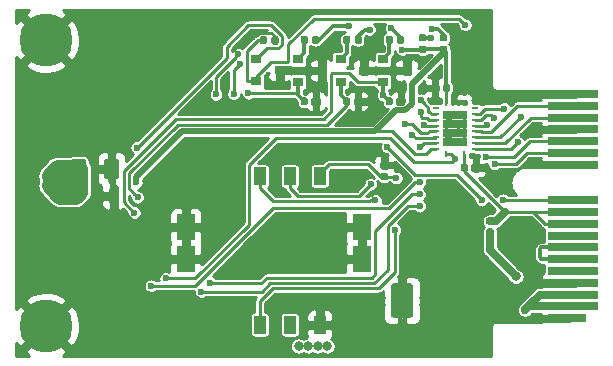
<source format=gbr>
G04 #@! TF.GenerationSoftware,KiCad,Pcbnew,(5.1.5-0-10_14)*
G04 #@! TF.CreationDate,2020-03-09T21:53:23-07:00*
G04 #@! TF.ProjectId,R1,52312e6b-6963-4616-945f-706362585858,rev?*
G04 #@! TF.SameCoordinates,Original*
G04 #@! TF.FileFunction,Copper,L4,Bot*
G04 #@! TF.FilePolarity,Positive*
%FSLAX46Y46*%
G04 Gerber Fmt 4.6, Leading zero omitted, Abs format (unit mm)*
G04 Created by KiCad (PCBNEW (5.1.5-0-10_14)) date 2020-03-09 21:53:23*
%MOMM*%
%LPD*%
G04 APERTURE LIST*
%ADD10C,0.100000*%
%ADD11R,1.000000X1.500000*%
%ADD12R,1.500000X2.200000*%
%ADD13C,0.500000*%
%ADD14R,0.512499X0.762500*%
%ADD15R,0.240000X0.600000*%
%ADD16R,0.600000X0.240000*%
%ADD17R,0.900000X0.800000*%
%ADD18R,0.900000X1.200000*%
%ADD19C,4.500000*%
%ADD20R,3.200000X0.700000*%
%ADD21R,4.300000X0.700000*%
%ADD22C,0.600000*%
%ADD23C,0.800000*%
%ADD24C,0.300000*%
%ADD25C,0.250000*%
%ADD26C,1.600000*%
%ADD27C,0.500000*%
%ADD28C,0.700000*%
%ADD29C,0.254000*%
G04 APERTURE END LIST*
G04 #@! TA.AperFunction,SMDPad,CuDef*
D10*
G36*
X165386958Y-104690710D02*
G01*
X165401276Y-104692834D01*
X165415317Y-104696351D01*
X165428946Y-104701228D01*
X165442031Y-104707417D01*
X165454447Y-104714858D01*
X165466073Y-104723481D01*
X165476798Y-104733202D01*
X165486519Y-104743927D01*
X165495142Y-104755553D01*
X165502583Y-104767969D01*
X165508772Y-104781054D01*
X165513649Y-104794683D01*
X165517166Y-104808724D01*
X165519290Y-104823042D01*
X165520000Y-104837500D01*
X165520000Y-105132500D01*
X165519290Y-105146958D01*
X165517166Y-105161276D01*
X165513649Y-105175317D01*
X165508772Y-105188946D01*
X165502583Y-105202031D01*
X165495142Y-105214447D01*
X165486519Y-105226073D01*
X165476798Y-105236798D01*
X165466073Y-105246519D01*
X165454447Y-105255142D01*
X165442031Y-105262583D01*
X165428946Y-105268772D01*
X165415317Y-105273649D01*
X165401276Y-105277166D01*
X165386958Y-105279290D01*
X165372500Y-105280000D01*
X165027500Y-105280000D01*
X165013042Y-105279290D01*
X164998724Y-105277166D01*
X164984683Y-105273649D01*
X164971054Y-105268772D01*
X164957969Y-105262583D01*
X164945553Y-105255142D01*
X164933927Y-105246519D01*
X164923202Y-105236798D01*
X164913481Y-105226073D01*
X164904858Y-105214447D01*
X164897417Y-105202031D01*
X164891228Y-105188946D01*
X164886351Y-105175317D01*
X164882834Y-105161276D01*
X164880710Y-105146958D01*
X164880000Y-105132500D01*
X164880000Y-104837500D01*
X164880710Y-104823042D01*
X164882834Y-104808724D01*
X164886351Y-104794683D01*
X164891228Y-104781054D01*
X164897417Y-104767969D01*
X164904858Y-104755553D01*
X164913481Y-104743927D01*
X164923202Y-104733202D01*
X164933927Y-104723481D01*
X164945553Y-104714858D01*
X164957969Y-104707417D01*
X164971054Y-104701228D01*
X164984683Y-104696351D01*
X164998724Y-104692834D01*
X165013042Y-104690710D01*
X165027500Y-104690000D01*
X165372500Y-104690000D01*
X165386958Y-104690710D01*
G37*
G04 #@! TD.AperFunction*
G04 #@! TA.AperFunction,SMDPad,CuDef*
G36*
X165386958Y-103720710D02*
G01*
X165401276Y-103722834D01*
X165415317Y-103726351D01*
X165428946Y-103731228D01*
X165442031Y-103737417D01*
X165454447Y-103744858D01*
X165466073Y-103753481D01*
X165476798Y-103763202D01*
X165486519Y-103773927D01*
X165495142Y-103785553D01*
X165502583Y-103797969D01*
X165508772Y-103811054D01*
X165513649Y-103824683D01*
X165517166Y-103838724D01*
X165519290Y-103853042D01*
X165520000Y-103867500D01*
X165520000Y-104162500D01*
X165519290Y-104176958D01*
X165517166Y-104191276D01*
X165513649Y-104205317D01*
X165508772Y-104218946D01*
X165502583Y-104232031D01*
X165495142Y-104244447D01*
X165486519Y-104256073D01*
X165476798Y-104266798D01*
X165466073Y-104276519D01*
X165454447Y-104285142D01*
X165442031Y-104292583D01*
X165428946Y-104298772D01*
X165415317Y-104303649D01*
X165401276Y-104307166D01*
X165386958Y-104309290D01*
X165372500Y-104310000D01*
X165027500Y-104310000D01*
X165013042Y-104309290D01*
X164998724Y-104307166D01*
X164984683Y-104303649D01*
X164971054Y-104298772D01*
X164957969Y-104292583D01*
X164945553Y-104285142D01*
X164933927Y-104276519D01*
X164923202Y-104266798D01*
X164913481Y-104256073D01*
X164904858Y-104244447D01*
X164897417Y-104232031D01*
X164891228Y-104218946D01*
X164886351Y-104205317D01*
X164882834Y-104191276D01*
X164880710Y-104176958D01*
X164880000Y-104162500D01*
X164880000Y-103867500D01*
X164880710Y-103853042D01*
X164882834Y-103838724D01*
X164886351Y-103824683D01*
X164891228Y-103811054D01*
X164897417Y-103797969D01*
X164904858Y-103785553D01*
X164913481Y-103773927D01*
X164923202Y-103763202D01*
X164933927Y-103753481D01*
X164945553Y-103744858D01*
X164957969Y-103737417D01*
X164971054Y-103731228D01*
X164984683Y-103726351D01*
X164998724Y-103722834D01*
X165013042Y-103720710D01*
X165027500Y-103720000D01*
X165372500Y-103720000D01*
X165386958Y-103720710D01*
G37*
G04 #@! TD.AperFunction*
D11*
X150790000Y-100200000D03*
X148250000Y-100200000D03*
X145710000Y-100200000D03*
X150790000Y-112800000D03*
X148250000Y-112800000D03*
X145710000Y-112800000D03*
D12*
X154340000Y-104550000D03*
X154340000Y-107250000D03*
X139440000Y-104550000D03*
X139440000Y-107250000D03*
D13*
X158450000Y-111950000D03*
X157050000Y-111950000D03*
X158450000Y-110750000D03*
X157050000Y-110750000D03*
X158450000Y-109550000D03*
X157050000Y-109550000D03*
G04 #@! TA.AperFunction,Conductor*
D10*
G36*
X158474504Y-109301204D02*
G01*
X158498773Y-109304804D01*
X158522571Y-109310765D01*
X158545671Y-109319030D01*
X158567849Y-109329520D01*
X158588893Y-109342133D01*
X158608598Y-109356747D01*
X158626777Y-109373223D01*
X158643253Y-109391402D01*
X158657867Y-109411107D01*
X158670480Y-109432151D01*
X158680970Y-109454329D01*
X158689235Y-109477429D01*
X158695196Y-109501227D01*
X158698796Y-109525496D01*
X158700000Y-109550000D01*
X158700000Y-111950000D01*
X158698796Y-111974504D01*
X158695196Y-111998773D01*
X158689235Y-112022571D01*
X158680970Y-112045671D01*
X158670480Y-112067849D01*
X158657867Y-112088893D01*
X158643253Y-112108598D01*
X158626777Y-112126777D01*
X158608598Y-112143253D01*
X158588893Y-112157867D01*
X158567849Y-112170480D01*
X158545671Y-112180970D01*
X158522571Y-112189235D01*
X158498773Y-112195196D01*
X158474504Y-112198796D01*
X158450000Y-112200000D01*
X157050000Y-112200000D01*
X157025496Y-112198796D01*
X157001227Y-112195196D01*
X156977429Y-112189235D01*
X156954329Y-112180970D01*
X156932151Y-112170480D01*
X156911107Y-112157867D01*
X156891402Y-112143253D01*
X156873223Y-112126777D01*
X156856747Y-112108598D01*
X156842133Y-112088893D01*
X156829520Y-112067849D01*
X156819030Y-112045671D01*
X156810765Y-112022571D01*
X156804804Y-111998773D01*
X156801204Y-111974504D01*
X156800000Y-111950000D01*
X156800000Y-109550000D01*
X156801204Y-109525496D01*
X156804804Y-109501227D01*
X156810765Y-109477429D01*
X156819030Y-109454329D01*
X156829520Y-109432151D01*
X156842133Y-109411107D01*
X156856747Y-109391402D01*
X156873223Y-109373223D01*
X156891402Y-109356747D01*
X156911107Y-109342133D01*
X156932151Y-109329520D01*
X156954329Y-109319030D01*
X156977429Y-109310765D01*
X157001227Y-109304804D01*
X157025496Y-109301204D01*
X157050000Y-109300000D01*
X158450000Y-109300000D01*
X158474504Y-109301204D01*
G37*
G04 #@! TD.AperFunction*
G04 #@! TA.AperFunction,SMDPad,CuDef*
G36*
X133549504Y-98726204D02*
G01*
X133573773Y-98729804D01*
X133597571Y-98735765D01*
X133620671Y-98744030D01*
X133642849Y-98754520D01*
X133663893Y-98767133D01*
X133683598Y-98781747D01*
X133701777Y-98798223D01*
X133718253Y-98816402D01*
X133732867Y-98836107D01*
X133745480Y-98857151D01*
X133755970Y-98879329D01*
X133764235Y-98902429D01*
X133770196Y-98926227D01*
X133773796Y-98950496D01*
X133775000Y-98975000D01*
X133775000Y-100225000D01*
X133773796Y-100249504D01*
X133770196Y-100273773D01*
X133764235Y-100297571D01*
X133755970Y-100320671D01*
X133745480Y-100342849D01*
X133732867Y-100363893D01*
X133718253Y-100383598D01*
X133701777Y-100401777D01*
X133683598Y-100418253D01*
X133663893Y-100432867D01*
X133642849Y-100445480D01*
X133620671Y-100455970D01*
X133597571Y-100464235D01*
X133573773Y-100470196D01*
X133549504Y-100473796D01*
X133525000Y-100475000D01*
X132775000Y-100475000D01*
X132750496Y-100473796D01*
X132726227Y-100470196D01*
X132702429Y-100464235D01*
X132679329Y-100455970D01*
X132657151Y-100445480D01*
X132636107Y-100432867D01*
X132616402Y-100418253D01*
X132598223Y-100401777D01*
X132581747Y-100383598D01*
X132567133Y-100363893D01*
X132554520Y-100342849D01*
X132544030Y-100320671D01*
X132535765Y-100297571D01*
X132529804Y-100273773D01*
X132526204Y-100249504D01*
X132525000Y-100225000D01*
X132525000Y-98975000D01*
X132526204Y-98950496D01*
X132529804Y-98926227D01*
X132535765Y-98902429D01*
X132544030Y-98879329D01*
X132554520Y-98857151D01*
X132567133Y-98836107D01*
X132581747Y-98816402D01*
X132598223Y-98798223D01*
X132616402Y-98781747D01*
X132636107Y-98767133D01*
X132657151Y-98754520D01*
X132679329Y-98744030D01*
X132702429Y-98735765D01*
X132726227Y-98729804D01*
X132750496Y-98726204D01*
X132775000Y-98725000D01*
X133525000Y-98725000D01*
X133549504Y-98726204D01*
G37*
G04 #@! TD.AperFunction*
G04 #@! TA.AperFunction,SMDPad,CuDef*
G36*
X130749504Y-98726204D02*
G01*
X130773773Y-98729804D01*
X130797571Y-98735765D01*
X130820671Y-98744030D01*
X130842849Y-98754520D01*
X130863893Y-98767133D01*
X130883598Y-98781747D01*
X130901777Y-98798223D01*
X130918253Y-98816402D01*
X130932867Y-98836107D01*
X130945480Y-98857151D01*
X130955970Y-98879329D01*
X130964235Y-98902429D01*
X130970196Y-98926227D01*
X130973796Y-98950496D01*
X130975000Y-98975000D01*
X130975000Y-100225000D01*
X130973796Y-100249504D01*
X130970196Y-100273773D01*
X130964235Y-100297571D01*
X130955970Y-100320671D01*
X130945480Y-100342849D01*
X130932867Y-100363893D01*
X130918253Y-100383598D01*
X130901777Y-100401777D01*
X130883598Y-100418253D01*
X130863893Y-100432867D01*
X130842849Y-100445480D01*
X130820671Y-100455970D01*
X130797571Y-100464235D01*
X130773773Y-100470196D01*
X130749504Y-100473796D01*
X130725000Y-100475000D01*
X129975000Y-100475000D01*
X129950496Y-100473796D01*
X129926227Y-100470196D01*
X129902429Y-100464235D01*
X129879329Y-100455970D01*
X129857151Y-100445480D01*
X129836107Y-100432867D01*
X129816402Y-100418253D01*
X129798223Y-100401777D01*
X129781747Y-100383598D01*
X129767133Y-100363893D01*
X129754520Y-100342849D01*
X129744030Y-100320671D01*
X129735765Y-100297571D01*
X129729804Y-100273773D01*
X129726204Y-100249504D01*
X129725000Y-100225000D01*
X129725000Y-98975000D01*
X129726204Y-98950496D01*
X129729804Y-98926227D01*
X129735765Y-98902429D01*
X129744030Y-98879329D01*
X129754520Y-98857151D01*
X129767133Y-98836107D01*
X129781747Y-98816402D01*
X129798223Y-98798223D01*
X129816402Y-98781747D01*
X129836107Y-98767133D01*
X129857151Y-98754520D01*
X129879329Y-98744030D01*
X129902429Y-98735765D01*
X129926227Y-98729804D01*
X129950496Y-98726204D01*
X129975000Y-98725000D01*
X130725000Y-98725000D01*
X130749504Y-98726204D01*
G37*
G04 #@! TD.AperFunction*
D14*
X163024998Y-95037500D03*
X163024998Y-95800000D03*
X163024998Y-96562500D03*
X163024998Y-97325000D03*
X162512498Y-95037500D03*
X162512498Y-95800000D03*
X162512498Y-96562500D03*
X162512498Y-97325000D03*
X162000000Y-95037500D03*
X162000000Y-95800000D03*
X162000000Y-96562500D03*
X162000000Y-97325000D03*
X161487500Y-95037500D03*
X161487500Y-95800000D03*
X161487500Y-96562500D03*
X161487500Y-97325000D03*
D15*
X161506249Y-98331250D03*
X163006249Y-98331250D03*
D16*
X163906249Y-97931250D03*
X163906249Y-97431250D03*
X163906249Y-96931250D03*
X163906249Y-96431250D03*
X163906249Y-95931250D03*
X163906249Y-95431250D03*
X163906249Y-94931250D03*
X163906249Y-94431250D03*
D15*
X163006249Y-94031250D03*
X161506249Y-94031250D03*
D16*
X160606249Y-94431250D03*
X160606249Y-94931250D03*
X160606249Y-95431250D03*
X160606249Y-95931250D03*
X160606249Y-96431250D03*
X160606249Y-96931250D03*
X160606249Y-97431250D03*
X160606249Y-97931250D03*
G04 #@! TA.AperFunction,SMDPad,CuDef*
D10*
G36*
X161436958Y-88205710D02*
G01*
X161451276Y-88207834D01*
X161465317Y-88211351D01*
X161478946Y-88216228D01*
X161492031Y-88222417D01*
X161504447Y-88229858D01*
X161516073Y-88238481D01*
X161526798Y-88248202D01*
X161536519Y-88258927D01*
X161545142Y-88270553D01*
X161552583Y-88282969D01*
X161558772Y-88296054D01*
X161563649Y-88309683D01*
X161567166Y-88323724D01*
X161569290Y-88338042D01*
X161570000Y-88352500D01*
X161570000Y-88647500D01*
X161569290Y-88661958D01*
X161567166Y-88676276D01*
X161563649Y-88690317D01*
X161558772Y-88703946D01*
X161552583Y-88717031D01*
X161545142Y-88729447D01*
X161536519Y-88741073D01*
X161526798Y-88751798D01*
X161516073Y-88761519D01*
X161504447Y-88770142D01*
X161492031Y-88777583D01*
X161478946Y-88783772D01*
X161465317Y-88788649D01*
X161451276Y-88792166D01*
X161436958Y-88794290D01*
X161422500Y-88795000D01*
X161077500Y-88795000D01*
X161063042Y-88794290D01*
X161048724Y-88792166D01*
X161034683Y-88788649D01*
X161021054Y-88783772D01*
X161007969Y-88777583D01*
X160995553Y-88770142D01*
X160983927Y-88761519D01*
X160973202Y-88751798D01*
X160963481Y-88741073D01*
X160954858Y-88729447D01*
X160947417Y-88717031D01*
X160941228Y-88703946D01*
X160936351Y-88690317D01*
X160932834Y-88676276D01*
X160930710Y-88661958D01*
X160930000Y-88647500D01*
X160930000Y-88352500D01*
X160930710Y-88338042D01*
X160932834Y-88323724D01*
X160936351Y-88309683D01*
X160941228Y-88296054D01*
X160947417Y-88282969D01*
X160954858Y-88270553D01*
X160963481Y-88258927D01*
X160973202Y-88248202D01*
X160983927Y-88238481D01*
X160995553Y-88229858D01*
X161007969Y-88222417D01*
X161021054Y-88216228D01*
X161034683Y-88211351D01*
X161048724Y-88207834D01*
X161063042Y-88205710D01*
X161077500Y-88205000D01*
X161422500Y-88205000D01*
X161436958Y-88205710D01*
G37*
G04 #@! TD.AperFunction*
G04 #@! TA.AperFunction,SMDPad,CuDef*
G36*
X161436958Y-89175710D02*
G01*
X161451276Y-89177834D01*
X161465317Y-89181351D01*
X161478946Y-89186228D01*
X161492031Y-89192417D01*
X161504447Y-89199858D01*
X161516073Y-89208481D01*
X161526798Y-89218202D01*
X161536519Y-89228927D01*
X161545142Y-89240553D01*
X161552583Y-89252969D01*
X161558772Y-89266054D01*
X161563649Y-89279683D01*
X161567166Y-89293724D01*
X161569290Y-89308042D01*
X161570000Y-89322500D01*
X161570000Y-89617500D01*
X161569290Y-89631958D01*
X161567166Y-89646276D01*
X161563649Y-89660317D01*
X161558772Y-89673946D01*
X161552583Y-89687031D01*
X161545142Y-89699447D01*
X161536519Y-89711073D01*
X161526798Y-89721798D01*
X161516073Y-89731519D01*
X161504447Y-89740142D01*
X161492031Y-89747583D01*
X161478946Y-89753772D01*
X161465317Y-89758649D01*
X161451276Y-89762166D01*
X161436958Y-89764290D01*
X161422500Y-89765000D01*
X161077500Y-89765000D01*
X161063042Y-89764290D01*
X161048724Y-89762166D01*
X161034683Y-89758649D01*
X161021054Y-89753772D01*
X161007969Y-89747583D01*
X160995553Y-89740142D01*
X160983927Y-89731519D01*
X160973202Y-89721798D01*
X160963481Y-89711073D01*
X160954858Y-89699447D01*
X160947417Y-89687031D01*
X160941228Y-89673946D01*
X160936351Y-89660317D01*
X160932834Y-89646276D01*
X160930710Y-89631958D01*
X160930000Y-89617500D01*
X160930000Y-89322500D01*
X160930710Y-89308042D01*
X160932834Y-89293724D01*
X160936351Y-89279683D01*
X160941228Y-89266054D01*
X160947417Y-89252969D01*
X160954858Y-89240553D01*
X160963481Y-89228927D01*
X160973202Y-89218202D01*
X160983927Y-89208481D01*
X160995553Y-89199858D01*
X161007969Y-89192417D01*
X161021054Y-89186228D01*
X161034683Y-89181351D01*
X161048724Y-89177834D01*
X161063042Y-89175710D01*
X161077500Y-89175000D01*
X161422500Y-89175000D01*
X161436958Y-89175710D01*
G37*
G04 #@! TD.AperFunction*
G04 #@! TA.AperFunction,SMDPad,CuDef*
G36*
X159686958Y-88205710D02*
G01*
X159701276Y-88207834D01*
X159715317Y-88211351D01*
X159728946Y-88216228D01*
X159742031Y-88222417D01*
X159754447Y-88229858D01*
X159766073Y-88238481D01*
X159776798Y-88248202D01*
X159786519Y-88258927D01*
X159795142Y-88270553D01*
X159802583Y-88282969D01*
X159808772Y-88296054D01*
X159813649Y-88309683D01*
X159817166Y-88323724D01*
X159819290Y-88338042D01*
X159820000Y-88352500D01*
X159820000Y-88647500D01*
X159819290Y-88661958D01*
X159817166Y-88676276D01*
X159813649Y-88690317D01*
X159808772Y-88703946D01*
X159802583Y-88717031D01*
X159795142Y-88729447D01*
X159786519Y-88741073D01*
X159776798Y-88751798D01*
X159766073Y-88761519D01*
X159754447Y-88770142D01*
X159742031Y-88777583D01*
X159728946Y-88783772D01*
X159715317Y-88788649D01*
X159701276Y-88792166D01*
X159686958Y-88794290D01*
X159672500Y-88795000D01*
X159327500Y-88795000D01*
X159313042Y-88794290D01*
X159298724Y-88792166D01*
X159284683Y-88788649D01*
X159271054Y-88783772D01*
X159257969Y-88777583D01*
X159245553Y-88770142D01*
X159233927Y-88761519D01*
X159223202Y-88751798D01*
X159213481Y-88741073D01*
X159204858Y-88729447D01*
X159197417Y-88717031D01*
X159191228Y-88703946D01*
X159186351Y-88690317D01*
X159182834Y-88676276D01*
X159180710Y-88661958D01*
X159180000Y-88647500D01*
X159180000Y-88352500D01*
X159180710Y-88338042D01*
X159182834Y-88323724D01*
X159186351Y-88309683D01*
X159191228Y-88296054D01*
X159197417Y-88282969D01*
X159204858Y-88270553D01*
X159213481Y-88258927D01*
X159223202Y-88248202D01*
X159233927Y-88238481D01*
X159245553Y-88229858D01*
X159257969Y-88222417D01*
X159271054Y-88216228D01*
X159284683Y-88211351D01*
X159298724Y-88207834D01*
X159313042Y-88205710D01*
X159327500Y-88205000D01*
X159672500Y-88205000D01*
X159686958Y-88205710D01*
G37*
G04 #@! TD.AperFunction*
G04 #@! TA.AperFunction,SMDPad,CuDef*
G36*
X159686958Y-89175710D02*
G01*
X159701276Y-89177834D01*
X159715317Y-89181351D01*
X159728946Y-89186228D01*
X159742031Y-89192417D01*
X159754447Y-89199858D01*
X159766073Y-89208481D01*
X159776798Y-89218202D01*
X159786519Y-89228927D01*
X159795142Y-89240553D01*
X159802583Y-89252969D01*
X159808772Y-89266054D01*
X159813649Y-89279683D01*
X159817166Y-89293724D01*
X159819290Y-89308042D01*
X159820000Y-89322500D01*
X159820000Y-89617500D01*
X159819290Y-89631958D01*
X159817166Y-89646276D01*
X159813649Y-89660317D01*
X159808772Y-89673946D01*
X159802583Y-89687031D01*
X159795142Y-89699447D01*
X159786519Y-89711073D01*
X159776798Y-89721798D01*
X159766073Y-89731519D01*
X159754447Y-89740142D01*
X159742031Y-89747583D01*
X159728946Y-89753772D01*
X159715317Y-89758649D01*
X159701276Y-89762166D01*
X159686958Y-89764290D01*
X159672500Y-89765000D01*
X159327500Y-89765000D01*
X159313042Y-89764290D01*
X159298724Y-89762166D01*
X159284683Y-89758649D01*
X159271054Y-89753772D01*
X159257969Y-89747583D01*
X159245553Y-89740142D01*
X159233927Y-89731519D01*
X159223202Y-89721798D01*
X159213481Y-89711073D01*
X159204858Y-89699447D01*
X159197417Y-89687031D01*
X159191228Y-89673946D01*
X159186351Y-89660317D01*
X159182834Y-89646276D01*
X159180710Y-89631958D01*
X159180000Y-89617500D01*
X159180000Y-89322500D01*
X159180710Y-89308042D01*
X159182834Y-89293724D01*
X159186351Y-89279683D01*
X159191228Y-89266054D01*
X159197417Y-89252969D01*
X159204858Y-89240553D01*
X159213481Y-89228927D01*
X159223202Y-89218202D01*
X159233927Y-89208481D01*
X159245553Y-89199858D01*
X159257969Y-89192417D01*
X159271054Y-89186228D01*
X159284683Y-89181351D01*
X159298724Y-89177834D01*
X159313042Y-89175710D01*
X159327500Y-89175000D01*
X159672500Y-89175000D01*
X159686958Y-89175710D01*
G37*
G04 #@! TD.AperFunction*
G04 #@! TA.AperFunction,SMDPad,CuDef*
G36*
X147146958Y-88380710D02*
G01*
X147161276Y-88382834D01*
X147175317Y-88386351D01*
X147188946Y-88391228D01*
X147202031Y-88397417D01*
X147214447Y-88404858D01*
X147226073Y-88413481D01*
X147236798Y-88423202D01*
X147246519Y-88433927D01*
X147255142Y-88445553D01*
X147262583Y-88457969D01*
X147268772Y-88471054D01*
X147273649Y-88484683D01*
X147277166Y-88498724D01*
X147279290Y-88513042D01*
X147280000Y-88527500D01*
X147280000Y-88872500D01*
X147279290Y-88886958D01*
X147277166Y-88901276D01*
X147273649Y-88915317D01*
X147268772Y-88928946D01*
X147262583Y-88942031D01*
X147255142Y-88954447D01*
X147246519Y-88966073D01*
X147236798Y-88976798D01*
X147226073Y-88986519D01*
X147214447Y-88995142D01*
X147202031Y-89002583D01*
X147188946Y-89008772D01*
X147175317Y-89013649D01*
X147161276Y-89017166D01*
X147146958Y-89019290D01*
X147132500Y-89020000D01*
X146837500Y-89020000D01*
X146823042Y-89019290D01*
X146808724Y-89017166D01*
X146794683Y-89013649D01*
X146781054Y-89008772D01*
X146767969Y-89002583D01*
X146755553Y-88995142D01*
X146743927Y-88986519D01*
X146733202Y-88976798D01*
X146723481Y-88966073D01*
X146714858Y-88954447D01*
X146707417Y-88942031D01*
X146701228Y-88928946D01*
X146696351Y-88915317D01*
X146692834Y-88901276D01*
X146690710Y-88886958D01*
X146690000Y-88872500D01*
X146690000Y-88527500D01*
X146690710Y-88513042D01*
X146692834Y-88498724D01*
X146696351Y-88484683D01*
X146701228Y-88471054D01*
X146707417Y-88457969D01*
X146714858Y-88445553D01*
X146723481Y-88433927D01*
X146733202Y-88423202D01*
X146743927Y-88413481D01*
X146755553Y-88404858D01*
X146767969Y-88397417D01*
X146781054Y-88391228D01*
X146794683Y-88386351D01*
X146808724Y-88382834D01*
X146823042Y-88380710D01*
X146837500Y-88380000D01*
X147132500Y-88380000D01*
X147146958Y-88380710D01*
G37*
G04 #@! TD.AperFunction*
G04 #@! TA.AperFunction,SMDPad,CuDef*
G36*
X146176958Y-88380710D02*
G01*
X146191276Y-88382834D01*
X146205317Y-88386351D01*
X146218946Y-88391228D01*
X146232031Y-88397417D01*
X146244447Y-88404858D01*
X146256073Y-88413481D01*
X146266798Y-88423202D01*
X146276519Y-88433927D01*
X146285142Y-88445553D01*
X146292583Y-88457969D01*
X146298772Y-88471054D01*
X146303649Y-88484683D01*
X146307166Y-88498724D01*
X146309290Y-88513042D01*
X146310000Y-88527500D01*
X146310000Y-88872500D01*
X146309290Y-88886958D01*
X146307166Y-88901276D01*
X146303649Y-88915317D01*
X146298772Y-88928946D01*
X146292583Y-88942031D01*
X146285142Y-88954447D01*
X146276519Y-88966073D01*
X146266798Y-88976798D01*
X146256073Y-88986519D01*
X146244447Y-88995142D01*
X146232031Y-89002583D01*
X146218946Y-89008772D01*
X146205317Y-89013649D01*
X146191276Y-89017166D01*
X146176958Y-89019290D01*
X146162500Y-89020000D01*
X145867500Y-89020000D01*
X145853042Y-89019290D01*
X145838724Y-89017166D01*
X145824683Y-89013649D01*
X145811054Y-89008772D01*
X145797969Y-89002583D01*
X145785553Y-88995142D01*
X145773927Y-88986519D01*
X145763202Y-88976798D01*
X145753481Y-88966073D01*
X145744858Y-88954447D01*
X145737417Y-88942031D01*
X145731228Y-88928946D01*
X145726351Y-88915317D01*
X145722834Y-88901276D01*
X145720710Y-88886958D01*
X145720000Y-88872500D01*
X145720000Y-88527500D01*
X145720710Y-88513042D01*
X145722834Y-88498724D01*
X145726351Y-88484683D01*
X145731228Y-88471054D01*
X145737417Y-88457969D01*
X145744858Y-88445553D01*
X145753481Y-88433927D01*
X145763202Y-88423202D01*
X145773927Y-88413481D01*
X145785553Y-88404858D01*
X145797969Y-88397417D01*
X145811054Y-88391228D01*
X145824683Y-88386351D01*
X145838724Y-88382834D01*
X145853042Y-88380710D01*
X145867500Y-88380000D01*
X146162500Y-88380000D01*
X146176958Y-88380710D01*
G37*
G04 #@! TD.AperFunction*
G04 #@! TA.AperFunction,SMDPad,CuDef*
G36*
X157796958Y-88355710D02*
G01*
X157811276Y-88357834D01*
X157825317Y-88361351D01*
X157838946Y-88366228D01*
X157852031Y-88372417D01*
X157864447Y-88379858D01*
X157876073Y-88388481D01*
X157886798Y-88398202D01*
X157896519Y-88408927D01*
X157905142Y-88420553D01*
X157912583Y-88432969D01*
X157918772Y-88446054D01*
X157923649Y-88459683D01*
X157927166Y-88473724D01*
X157929290Y-88488042D01*
X157930000Y-88502500D01*
X157930000Y-88847500D01*
X157929290Y-88861958D01*
X157927166Y-88876276D01*
X157923649Y-88890317D01*
X157918772Y-88903946D01*
X157912583Y-88917031D01*
X157905142Y-88929447D01*
X157896519Y-88941073D01*
X157886798Y-88951798D01*
X157876073Y-88961519D01*
X157864447Y-88970142D01*
X157852031Y-88977583D01*
X157838946Y-88983772D01*
X157825317Y-88988649D01*
X157811276Y-88992166D01*
X157796958Y-88994290D01*
X157782500Y-88995000D01*
X157487500Y-88995000D01*
X157473042Y-88994290D01*
X157458724Y-88992166D01*
X157444683Y-88988649D01*
X157431054Y-88983772D01*
X157417969Y-88977583D01*
X157405553Y-88970142D01*
X157393927Y-88961519D01*
X157383202Y-88951798D01*
X157373481Y-88941073D01*
X157364858Y-88929447D01*
X157357417Y-88917031D01*
X157351228Y-88903946D01*
X157346351Y-88890317D01*
X157342834Y-88876276D01*
X157340710Y-88861958D01*
X157340000Y-88847500D01*
X157340000Y-88502500D01*
X157340710Y-88488042D01*
X157342834Y-88473724D01*
X157346351Y-88459683D01*
X157351228Y-88446054D01*
X157357417Y-88432969D01*
X157364858Y-88420553D01*
X157373481Y-88408927D01*
X157383202Y-88398202D01*
X157393927Y-88388481D01*
X157405553Y-88379858D01*
X157417969Y-88372417D01*
X157431054Y-88366228D01*
X157444683Y-88361351D01*
X157458724Y-88357834D01*
X157473042Y-88355710D01*
X157487500Y-88355000D01*
X157782500Y-88355000D01*
X157796958Y-88355710D01*
G37*
G04 #@! TD.AperFunction*
G04 #@! TA.AperFunction,SMDPad,CuDef*
G36*
X156826958Y-88355710D02*
G01*
X156841276Y-88357834D01*
X156855317Y-88361351D01*
X156868946Y-88366228D01*
X156882031Y-88372417D01*
X156894447Y-88379858D01*
X156906073Y-88388481D01*
X156916798Y-88398202D01*
X156926519Y-88408927D01*
X156935142Y-88420553D01*
X156942583Y-88432969D01*
X156948772Y-88446054D01*
X156953649Y-88459683D01*
X156957166Y-88473724D01*
X156959290Y-88488042D01*
X156960000Y-88502500D01*
X156960000Y-88847500D01*
X156959290Y-88861958D01*
X156957166Y-88876276D01*
X156953649Y-88890317D01*
X156948772Y-88903946D01*
X156942583Y-88917031D01*
X156935142Y-88929447D01*
X156926519Y-88941073D01*
X156916798Y-88951798D01*
X156906073Y-88961519D01*
X156894447Y-88970142D01*
X156882031Y-88977583D01*
X156868946Y-88983772D01*
X156855317Y-88988649D01*
X156841276Y-88992166D01*
X156826958Y-88994290D01*
X156812500Y-88995000D01*
X156517500Y-88995000D01*
X156503042Y-88994290D01*
X156488724Y-88992166D01*
X156474683Y-88988649D01*
X156461054Y-88983772D01*
X156447969Y-88977583D01*
X156435553Y-88970142D01*
X156423927Y-88961519D01*
X156413202Y-88951798D01*
X156403481Y-88941073D01*
X156394858Y-88929447D01*
X156387417Y-88917031D01*
X156381228Y-88903946D01*
X156376351Y-88890317D01*
X156372834Y-88876276D01*
X156370710Y-88861958D01*
X156370000Y-88847500D01*
X156370000Y-88502500D01*
X156370710Y-88488042D01*
X156372834Y-88473724D01*
X156376351Y-88459683D01*
X156381228Y-88446054D01*
X156387417Y-88432969D01*
X156394858Y-88420553D01*
X156403481Y-88408927D01*
X156413202Y-88398202D01*
X156423927Y-88388481D01*
X156435553Y-88379858D01*
X156447969Y-88372417D01*
X156461054Y-88366228D01*
X156474683Y-88361351D01*
X156488724Y-88357834D01*
X156503042Y-88355710D01*
X156517500Y-88355000D01*
X156812500Y-88355000D01*
X156826958Y-88355710D01*
G37*
G04 #@! TD.AperFunction*
G04 #@! TA.AperFunction,SMDPad,CuDef*
G36*
X154196958Y-88355710D02*
G01*
X154211276Y-88357834D01*
X154225317Y-88361351D01*
X154238946Y-88366228D01*
X154252031Y-88372417D01*
X154264447Y-88379858D01*
X154276073Y-88388481D01*
X154286798Y-88398202D01*
X154296519Y-88408927D01*
X154305142Y-88420553D01*
X154312583Y-88432969D01*
X154318772Y-88446054D01*
X154323649Y-88459683D01*
X154327166Y-88473724D01*
X154329290Y-88488042D01*
X154330000Y-88502500D01*
X154330000Y-88847500D01*
X154329290Y-88861958D01*
X154327166Y-88876276D01*
X154323649Y-88890317D01*
X154318772Y-88903946D01*
X154312583Y-88917031D01*
X154305142Y-88929447D01*
X154296519Y-88941073D01*
X154286798Y-88951798D01*
X154276073Y-88961519D01*
X154264447Y-88970142D01*
X154252031Y-88977583D01*
X154238946Y-88983772D01*
X154225317Y-88988649D01*
X154211276Y-88992166D01*
X154196958Y-88994290D01*
X154182500Y-88995000D01*
X153887500Y-88995000D01*
X153873042Y-88994290D01*
X153858724Y-88992166D01*
X153844683Y-88988649D01*
X153831054Y-88983772D01*
X153817969Y-88977583D01*
X153805553Y-88970142D01*
X153793927Y-88961519D01*
X153783202Y-88951798D01*
X153773481Y-88941073D01*
X153764858Y-88929447D01*
X153757417Y-88917031D01*
X153751228Y-88903946D01*
X153746351Y-88890317D01*
X153742834Y-88876276D01*
X153740710Y-88861958D01*
X153740000Y-88847500D01*
X153740000Y-88502500D01*
X153740710Y-88488042D01*
X153742834Y-88473724D01*
X153746351Y-88459683D01*
X153751228Y-88446054D01*
X153757417Y-88432969D01*
X153764858Y-88420553D01*
X153773481Y-88408927D01*
X153783202Y-88398202D01*
X153793927Y-88388481D01*
X153805553Y-88379858D01*
X153817969Y-88372417D01*
X153831054Y-88366228D01*
X153844683Y-88361351D01*
X153858724Y-88357834D01*
X153873042Y-88355710D01*
X153887500Y-88355000D01*
X154182500Y-88355000D01*
X154196958Y-88355710D01*
G37*
G04 #@! TD.AperFunction*
G04 #@! TA.AperFunction,SMDPad,CuDef*
G36*
X153226958Y-88355710D02*
G01*
X153241276Y-88357834D01*
X153255317Y-88361351D01*
X153268946Y-88366228D01*
X153282031Y-88372417D01*
X153294447Y-88379858D01*
X153306073Y-88388481D01*
X153316798Y-88398202D01*
X153326519Y-88408927D01*
X153335142Y-88420553D01*
X153342583Y-88432969D01*
X153348772Y-88446054D01*
X153353649Y-88459683D01*
X153357166Y-88473724D01*
X153359290Y-88488042D01*
X153360000Y-88502500D01*
X153360000Y-88847500D01*
X153359290Y-88861958D01*
X153357166Y-88876276D01*
X153353649Y-88890317D01*
X153348772Y-88903946D01*
X153342583Y-88917031D01*
X153335142Y-88929447D01*
X153326519Y-88941073D01*
X153316798Y-88951798D01*
X153306073Y-88961519D01*
X153294447Y-88970142D01*
X153282031Y-88977583D01*
X153268946Y-88983772D01*
X153255317Y-88988649D01*
X153241276Y-88992166D01*
X153226958Y-88994290D01*
X153212500Y-88995000D01*
X152917500Y-88995000D01*
X152903042Y-88994290D01*
X152888724Y-88992166D01*
X152874683Y-88988649D01*
X152861054Y-88983772D01*
X152847969Y-88977583D01*
X152835553Y-88970142D01*
X152823927Y-88961519D01*
X152813202Y-88951798D01*
X152803481Y-88941073D01*
X152794858Y-88929447D01*
X152787417Y-88917031D01*
X152781228Y-88903946D01*
X152776351Y-88890317D01*
X152772834Y-88876276D01*
X152770710Y-88861958D01*
X152770000Y-88847500D01*
X152770000Y-88502500D01*
X152770710Y-88488042D01*
X152772834Y-88473724D01*
X152776351Y-88459683D01*
X152781228Y-88446054D01*
X152787417Y-88432969D01*
X152794858Y-88420553D01*
X152803481Y-88408927D01*
X152813202Y-88398202D01*
X152823927Y-88388481D01*
X152835553Y-88379858D01*
X152847969Y-88372417D01*
X152861054Y-88366228D01*
X152874683Y-88361351D01*
X152888724Y-88357834D01*
X152903042Y-88355710D01*
X152917500Y-88355000D01*
X153212500Y-88355000D01*
X153226958Y-88355710D01*
G37*
G04 #@! TD.AperFunction*
G04 #@! TA.AperFunction,SMDPad,CuDef*
G36*
X150596958Y-88355710D02*
G01*
X150611276Y-88357834D01*
X150625317Y-88361351D01*
X150638946Y-88366228D01*
X150652031Y-88372417D01*
X150664447Y-88379858D01*
X150676073Y-88388481D01*
X150686798Y-88398202D01*
X150696519Y-88408927D01*
X150705142Y-88420553D01*
X150712583Y-88432969D01*
X150718772Y-88446054D01*
X150723649Y-88459683D01*
X150727166Y-88473724D01*
X150729290Y-88488042D01*
X150730000Y-88502500D01*
X150730000Y-88847500D01*
X150729290Y-88861958D01*
X150727166Y-88876276D01*
X150723649Y-88890317D01*
X150718772Y-88903946D01*
X150712583Y-88917031D01*
X150705142Y-88929447D01*
X150696519Y-88941073D01*
X150686798Y-88951798D01*
X150676073Y-88961519D01*
X150664447Y-88970142D01*
X150652031Y-88977583D01*
X150638946Y-88983772D01*
X150625317Y-88988649D01*
X150611276Y-88992166D01*
X150596958Y-88994290D01*
X150582500Y-88995000D01*
X150287500Y-88995000D01*
X150273042Y-88994290D01*
X150258724Y-88992166D01*
X150244683Y-88988649D01*
X150231054Y-88983772D01*
X150217969Y-88977583D01*
X150205553Y-88970142D01*
X150193927Y-88961519D01*
X150183202Y-88951798D01*
X150173481Y-88941073D01*
X150164858Y-88929447D01*
X150157417Y-88917031D01*
X150151228Y-88903946D01*
X150146351Y-88890317D01*
X150142834Y-88876276D01*
X150140710Y-88861958D01*
X150140000Y-88847500D01*
X150140000Y-88502500D01*
X150140710Y-88488042D01*
X150142834Y-88473724D01*
X150146351Y-88459683D01*
X150151228Y-88446054D01*
X150157417Y-88432969D01*
X150164858Y-88420553D01*
X150173481Y-88408927D01*
X150183202Y-88398202D01*
X150193927Y-88388481D01*
X150205553Y-88379858D01*
X150217969Y-88372417D01*
X150231054Y-88366228D01*
X150244683Y-88361351D01*
X150258724Y-88357834D01*
X150273042Y-88355710D01*
X150287500Y-88355000D01*
X150582500Y-88355000D01*
X150596958Y-88355710D01*
G37*
G04 #@! TD.AperFunction*
G04 #@! TA.AperFunction,SMDPad,CuDef*
G36*
X149626958Y-88355710D02*
G01*
X149641276Y-88357834D01*
X149655317Y-88361351D01*
X149668946Y-88366228D01*
X149682031Y-88372417D01*
X149694447Y-88379858D01*
X149706073Y-88388481D01*
X149716798Y-88398202D01*
X149726519Y-88408927D01*
X149735142Y-88420553D01*
X149742583Y-88432969D01*
X149748772Y-88446054D01*
X149753649Y-88459683D01*
X149757166Y-88473724D01*
X149759290Y-88488042D01*
X149760000Y-88502500D01*
X149760000Y-88847500D01*
X149759290Y-88861958D01*
X149757166Y-88876276D01*
X149753649Y-88890317D01*
X149748772Y-88903946D01*
X149742583Y-88917031D01*
X149735142Y-88929447D01*
X149726519Y-88941073D01*
X149716798Y-88951798D01*
X149706073Y-88961519D01*
X149694447Y-88970142D01*
X149682031Y-88977583D01*
X149668946Y-88983772D01*
X149655317Y-88988649D01*
X149641276Y-88992166D01*
X149626958Y-88994290D01*
X149612500Y-88995000D01*
X149317500Y-88995000D01*
X149303042Y-88994290D01*
X149288724Y-88992166D01*
X149274683Y-88988649D01*
X149261054Y-88983772D01*
X149247969Y-88977583D01*
X149235553Y-88970142D01*
X149223927Y-88961519D01*
X149213202Y-88951798D01*
X149203481Y-88941073D01*
X149194858Y-88929447D01*
X149187417Y-88917031D01*
X149181228Y-88903946D01*
X149176351Y-88890317D01*
X149172834Y-88876276D01*
X149170710Y-88861958D01*
X149170000Y-88847500D01*
X149170000Y-88502500D01*
X149170710Y-88488042D01*
X149172834Y-88473724D01*
X149176351Y-88459683D01*
X149181228Y-88446054D01*
X149187417Y-88432969D01*
X149194858Y-88420553D01*
X149203481Y-88408927D01*
X149213202Y-88398202D01*
X149223927Y-88388481D01*
X149235553Y-88379858D01*
X149247969Y-88372417D01*
X149261054Y-88366228D01*
X149274683Y-88361351D01*
X149288724Y-88357834D01*
X149303042Y-88355710D01*
X149317500Y-88355000D01*
X149612500Y-88355000D01*
X149626958Y-88355710D01*
G37*
G04 #@! TD.AperFunction*
G04 #@! TA.AperFunction,SMDPad,CuDef*
G36*
X157796958Y-93555710D02*
G01*
X157811276Y-93557834D01*
X157825317Y-93561351D01*
X157838946Y-93566228D01*
X157852031Y-93572417D01*
X157864447Y-93579858D01*
X157876073Y-93588481D01*
X157886798Y-93598202D01*
X157896519Y-93608927D01*
X157905142Y-93620553D01*
X157912583Y-93632969D01*
X157918772Y-93646054D01*
X157923649Y-93659683D01*
X157927166Y-93673724D01*
X157929290Y-93688042D01*
X157930000Y-93702500D01*
X157930000Y-94047500D01*
X157929290Y-94061958D01*
X157927166Y-94076276D01*
X157923649Y-94090317D01*
X157918772Y-94103946D01*
X157912583Y-94117031D01*
X157905142Y-94129447D01*
X157896519Y-94141073D01*
X157886798Y-94151798D01*
X157876073Y-94161519D01*
X157864447Y-94170142D01*
X157852031Y-94177583D01*
X157838946Y-94183772D01*
X157825317Y-94188649D01*
X157811276Y-94192166D01*
X157796958Y-94194290D01*
X157782500Y-94195000D01*
X157487500Y-94195000D01*
X157473042Y-94194290D01*
X157458724Y-94192166D01*
X157444683Y-94188649D01*
X157431054Y-94183772D01*
X157417969Y-94177583D01*
X157405553Y-94170142D01*
X157393927Y-94161519D01*
X157383202Y-94151798D01*
X157373481Y-94141073D01*
X157364858Y-94129447D01*
X157357417Y-94117031D01*
X157351228Y-94103946D01*
X157346351Y-94090317D01*
X157342834Y-94076276D01*
X157340710Y-94061958D01*
X157340000Y-94047500D01*
X157340000Y-93702500D01*
X157340710Y-93688042D01*
X157342834Y-93673724D01*
X157346351Y-93659683D01*
X157351228Y-93646054D01*
X157357417Y-93632969D01*
X157364858Y-93620553D01*
X157373481Y-93608927D01*
X157383202Y-93598202D01*
X157393927Y-93588481D01*
X157405553Y-93579858D01*
X157417969Y-93572417D01*
X157431054Y-93566228D01*
X157444683Y-93561351D01*
X157458724Y-93557834D01*
X157473042Y-93555710D01*
X157487500Y-93555000D01*
X157782500Y-93555000D01*
X157796958Y-93555710D01*
G37*
G04 #@! TD.AperFunction*
G04 #@! TA.AperFunction,SMDPad,CuDef*
G36*
X156826958Y-93555710D02*
G01*
X156841276Y-93557834D01*
X156855317Y-93561351D01*
X156868946Y-93566228D01*
X156882031Y-93572417D01*
X156894447Y-93579858D01*
X156906073Y-93588481D01*
X156916798Y-93598202D01*
X156926519Y-93608927D01*
X156935142Y-93620553D01*
X156942583Y-93632969D01*
X156948772Y-93646054D01*
X156953649Y-93659683D01*
X156957166Y-93673724D01*
X156959290Y-93688042D01*
X156960000Y-93702500D01*
X156960000Y-94047500D01*
X156959290Y-94061958D01*
X156957166Y-94076276D01*
X156953649Y-94090317D01*
X156948772Y-94103946D01*
X156942583Y-94117031D01*
X156935142Y-94129447D01*
X156926519Y-94141073D01*
X156916798Y-94151798D01*
X156906073Y-94161519D01*
X156894447Y-94170142D01*
X156882031Y-94177583D01*
X156868946Y-94183772D01*
X156855317Y-94188649D01*
X156841276Y-94192166D01*
X156826958Y-94194290D01*
X156812500Y-94195000D01*
X156517500Y-94195000D01*
X156503042Y-94194290D01*
X156488724Y-94192166D01*
X156474683Y-94188649D01*
X156461054Y-94183772D01*
X156447969Y-94177583D01*
X156435553Y-94170142D01*
X156423927Y-94161519D01*
X156413202Y-94151798D01*
X156403481Y-94141073D01*
X156394858Y-94129447D01*
X156387417Y-94117031D01*
X156381228Y-94103946D01*
X156376351Y-94090317D01*
X156372834Y-94076276D01*
X156370710Y-94061958D01*
X156370000Y-94047500D01*
X156370000Y-93702500D01*
X156370710Y-93688042D01*
X156372834Y-93673724D01*
X156376351Y-93659683D01*
X156381228Y-93646054D01*
X156387417Y-93632969D01*
X156394858Y-93620553D01*
X156403481Y-93608927D01*
X156413202Y-93598202D01*
X156423927Y-93588481D01*
X156435553Y-93579858D01*
X156447969Y-93572417D01*
X156461054Y-93566228D01*
X156474683Y-93561351D01*
X156488724Y-93557834D01*
X156503042Y-93555710D01*
X156517500Y-93555000D01*
X156812500Y-93555000D01*
X156826958Y-93555710D01*
G37*
G04 #@! TD.AperFunction*
G04 #@! TA.AperFunction,SMDPad,CuDef*
G36*
X154196958Y-93555710D02*
G01*
X154211276Y-93557834D01*
X154225317Y-93561351D01*
X154238946Y-93566228D01*
X154252031Y-93572417D01*
X154264447Y-93579858D01*
X154276073Y-93588481D01*
X154286798Y-93598202D01*
X154296519Y-93608927D01*
X154305142Y-93620553D01*
X154312583Y-93632969D01*
X154318772Y-93646054D01*
X154323649Y-93659683D01*
X154327166Y-93673724D01*
X154329290Y-93688042D01*
X154330000Y-93702500D01*
X154330000Y-94047500D01*
X154329290Y-94061958D01*
X154327166Y-94076276D01*
X154323649Y-94090317D01*
X154318772Y-94103946D01*
X154312583Y-94117031D01*
X154305142Y-94129447D01*
X154296519Y-94141073D01*
X154286798Y-94151798D01*
X154276073Y-94161519D01*
X154264447Y-94170142D01*
X154252031Y-94177583D01*
X154238946Y-94183772D01*
X154225317Y-94188649D01*
X154211276Y-94192166D01*
X154196958Y-94194290D01*
X154182500Y-94195000D01*
X153887500Y-94195000D01*
X153873042Y-94194290D01*
X153858724Y-94192166D01*
X153844683Y-94188649D01*
X153831054Y-94183772D01*
X153817969Y-94177583D01*
X153805553Y-94170142D01*
X153793927Y-94161519D01*
X153783202Y-94151798D01*
X153773481Y-94141073D01*
X153764858Y-94129447D01*
X153757417Y-94117031D01*
X153751228Y-94103946D01*
X153746351Y-94090317D01*
X153742834Y-94076276D01*
X153740710Y-94061958D01*
X153740000Y-94047500D01*
X153740000Y-93702500D01*
X153740710Y-93688042D01*
X153742834Y-93673724D01*
X153746351Y-93659683D01*
X153751228Y-93646054D01*
X153757417Y-93632969D01*
X153764858Y-93620553D01*
X153773481Y-93608927D01*
X153783202Y-93598202D01*
X153793927Y-93588481D01*
X153805553Y-93579858D01*
X153817969Y-93572417D01*
X153831054Y-93566228D01*
X153844683Y-93561351D01*
X153858724Y-93557834D01*
X153873042Y-93555710D01*
X153887500Y-93555000D01*
X154182500Y-93555000D01*
X154196958Y-93555710D01*
G37*
G04 #@! TD.AperFunction*
G04 #@! TA.AperFunction,SMDPad,CuDef*
G36*
X153226958Y-93555710D02*
G01*
X153241276Y-93557834D01*
X153255317Y-93561351D01*
X153268946Y-93566228D01*
X153282031Y-93572417D01*
X153294447Y-93579858D01*
X153306073Y-93588481D01*
X153316798Y-93598202D01*
X153326519Y-93608927D01*
X153335142Y-93620553D01*
X153342583Y-93632969D01*
X153348772Y-93646054D01*
X153353649Y-93659683D01*
X153357166Y-93673724D01*
X153359290Y-93688042D01*
X153360000Y-93702500D01*
X153360000Y-94047500D01*
X153359290Y-94061958D01*
X153357166Y-94076276D01*
X153353649Y-94090317D01*
X153348772Y-94103946D01*
X153342583Y-94117031D01*
X153335142Y-94129447D01*
X153326519Y-94141073D01*
X153316798Y-94151798D01*
X153306073Y-94161519D01*
X153294447Y-94170142D01*
X153282031Y-94177583D01*
X153268946Y-94183772D01*
X153255317Y-94188649D01*
X153241276Y-94192166D01*
X153226958Y-94194290D01*
X153212500Y-94195000D01*
X152917500Y-94195000D01*
X152903042Y-94194290D01*
X152888724Y-94192166D01*
X152874683Y-94188649D01*
X152861054Y-94183772D01*
X152847969Y-94177583D01*
X152835553Y-94170142D01*
X152823927Y-94161519D01*
X152813202Y-94151798D01*
X152803481Y-94141073D01*
X152794858Y-94129447D01*
X152787417Y-94117031D01*
X152781228Y-94103946D01*
X152776351Y-94090317D01*
X152772834Y-94076276D01*
X152770710Y-94061958D01*
X152770000Y-94047500D01*
X152770000Y-93702500D01*
X152770710Y-93688042D01*
X152772834Y-93673724D01*
X152776351Y-93659683D01*
X152781228Y-93646054D01*
X152787417Y-93632969D01*
X152794858Y-93620553D01*
X152803481Y-93608927D01*
X152813202Y-93598202D01*
X152823927Y-93588481D01*
X152835553Y-93579858D01*
X152847969Y-93572417D01*
X152861054Y-93566228D01*
X152874683Y-93561351D01*
X152888724Y-93557834D01*
X152903042Y-93555710D01*
X152917500Y-93555000D01*
X153212500Y-93555000D01*
X153226958Y-93555710D01*
G37*
G04 #@! TD.AperFunction*
G04 #@! TA.AperFunction,SMDPad,CuDef*
G36*
X150596958Y-93555710D02*
G01*
X150611276Y-93557834D01*
X150625317Y-93561351D01*
X150638946Y-93566228D01*
X150652031Y-93572417D01*
X150664447Y-93579858D01*
X150676073Y-93588481D01*
X150686798Y-93598202D01*
X150696519Y-93608927D01*
X150705142Y-93620553D01*
X150712583Y-93632969D01*
X150718772Y-93646054D01*
X150723649Y-93659683D01*
X150727166Y-93673724D01*
X150729290Y-93688042D01*
X150730000Y-93702500D01*
X150730000Y-94047500D01*
X150729290Y-94061958D01*
X150727166Y-94076276D01*
X150723649Y-94090317D01*
X150718772Y-94103946D01*
X150712583Y-94117031D01*
X150705142Y-94129447D01*
X150696519Y-94141073D01*
X150686798Y-94151798D01*
X150676073Y-94161519D01*
X150664447Y-94170142D01*
X150652031Y-94177583D01*
X150638946Y-94183772D01*
X150625317Y-94188649D01*
X150611276Y-94192166D01*
X150596958Y-94194290D01*
X150582500Y-94195000D01*
X150287500Y-94195000D01*
X150273042Y-94194290D01*
X150258724Y-94192166D01*
X150244683Y-94188649D01*
X150231054Y-94183772D01*
X150217969Y-94177583D01*
X150205553Y-94170142D01*
X150193927Y-94161519D01*
X150183202Y-94151798D01*
X150173481Y-94141073D01*
X150164858Y-94129447D01*
X150157417Y-94117031D01*
X150151228Y-94103946D01*
X150146351Y-94090317D01*
X150142834Y-94076276D01*
X150140710Y-94061958D01*
X150140000Y-94047500D01*
X150140000Y-93702500D01*
X150140710Y-93688042D01*
X150142834Y-93673724D01*
X150146351Y-93659683D01*
X150151228Y-93646054D01*
X150157417Y-93632969D01*
X150164858Y-93620553D01*
X150173481Y-93608927D01*
X150183202Y-93598202D01*
X150193927Y-93588481D01*
X150205553Y-93579858D01*
X150217969Y-93572417D01*
X150231054Y-93566228D01*
X150244683Y-93561351D01*
X150258724Y-93557834D01*
X150273042Y-93555710D01*
X150287500Y-93555000D01*
X150582500Y-93555000D01*
X150596958Y-93555710D01*
G37*
G04 #@! TD.AperFunction*
G04 #@! TA.AperFunction,SMDPad,CuDef*
G36*
X149626958Y-93555710D02*
G01*
X149641276Y-93557834D01*
X149655317Y-93561351D01*
X149668946Y-93566228D01*
X149682031Y-93572417D01*
X149694447Y-93579858D01*
X149706073Y-93588481D01*
X149716798Y-93598202D01*
X149726519Y-93608927D01*
X149735142Y-93620553D01*
X149742583Y-93632969D01*
X149748772Y-93646054D01*
X149753649Y-93659683D01*
X149757166Y-93673724D01*
X149759290Y-93688042D01*
X149760000Y-93702500D01*
X149760000Y-94047500D01*
X149759290Y-94061958D01*
X149757166Y-94076276D01*
X149753649Y-94090317D01*
X149748772Y-94103946D01*
X149742583Y-94117031D01*
X149735142Y-94129447D01*
X149726519Y-94141073D01*
X149716798Y-94151798D01*
X149706073Y-94161519D01*
X149694447Y-94170142D01*
X149682031Y-94177583D01*
X149668946Y-94183772D01*
X149655317Y-94188649D01*
X149641276Y-94192166D01*
X149626958Y-94194290D01*
X149612500Y-94195000D01*
X149317500Y-94195000D01*
X149303042Y-94194290D01*
X149288724Y-94192166D01*
X149274683Y-94188649D01*
X149261054Y-94183772D01*
X149247969Y-94177583D01*
X149235553Y-94170142D01*
X149223927Y-94161519D01*
X149213202Y-94151798D01*
X149203481Y-94141073D01*
X149194858Y-94129447D01*
X149187417Y-94117031D01*
X149181228Y-94103946D01*
X149176351Y-94090317D01*
X149172834Y-94076276D01*
X149170710Y-94061958D01*
X149170000Y-94047500D01*
X149170000Y-93702500D01*
X149170710Y-93688042D01*
X149172834Y-93673724D01*
X149176351Y-93659683D01*
X149181228Y-93646054D01*
X149187417Y-93632969D01*
X149194858Y-93620553D01*
X149203481Y-93608927D01*
X149213202Y-93598202D01*
X149223927Y-93588481D01*
X149235553Y-93579858D01*
X149247969Y-93572417D01*
X149261054Y-93566228D01*
X149274683Y-93561351D01*
X149288724Y-93557834D01*
X149303042Y-93555710D01*
X149317500Y-93555000D01*
X149612500Y-93555000D01*
X149626958Y-93555710D01*
G37*
G04 #@! TD.AperFunction*
G04 #@! TA.AperFunction,SMDPad,CuDef*
G36*
X160691958Y-92430710D02*
G01*
X160706276Y-92432834D01*
X160720317Y-92436351D01*
X160733946Y-92441228D01*
X160747031Y-92447417D01*
X160759447Y-92454858D01*
X160771073Y-92463481D01*
X160781798Y-92473202D01*
X160791519Y-92483927D01*
X160800142Y-92495553D01*
X160807583Y-92507969D01*
X160813772Y-92521054D01*
X160818649Y-92534683D01*
X160822166Y-92548724D01*
X160824290Y-92563042D01*
X160825000Y-92577500D01*
X160825000Y-92922500D01*
X160824290Y-92936958D01*
X160822166Y-92951276D01*
X160818649Y-92965317D01*
X160813772Y-92978946D01*
X160807583Y-92992031D01*
X160800142Y-93004447D01*
X160791519Y-93016073D01*
X160781798Y-93026798D01*
X160771073Y-93036519D01*
X160759447Y-93045142D01*
X160747031Y-93052583D01*
X160733946Y-93058772D01*
X160720317Y-93063649D01*
X160706276Y-93067166D01*
X160691958Y-93069290D01*
X160677500Y-93070000D01*
X160382500Y-93070000D01*
X160368042Y-93069290D01*
X160353724Y-93067166D01*
X160339683Y-93063649D01*
X160326054Y-93058772D01*
X160312969Y-93052583D01*
X160300553Y-93045142D01*
X160288927Y-93036519D01*
X160278202Y-93026798D01*
X160268481Y-93016073D01*
X160259858Y-93004447D01*
X160252417Y-92992031D01*
X160246228Y-92978946D01*
X160241351Y-92965317D01*
X160237834Y-92951276D01*
X160235710Y-92936958D01*
X160235000Y-92922500D01*
X160235000Y-92577500D01*
X160235710Y-92563042D01*
X160237834Y-92548724D01*
X160241351Y-92534683D01*
X160246228Y-92521054D01*
X160252417Y-92507969D01*
X160259858Y-92495553D01*
X160268481Y-92483927D01*
X160278202Y-92473202D01*
X160288927Y-92463481D01*
X160300553Y-92454858D01*
X160312969Y-92447417D01*
X160326054Y-92441228D01*
X160339683Y-92436351D01*
X160353724Y-92432834D01*
X160368042Y-92430710D01*
X160382500Y-92430000D01*
X160677500Y-92430000D01*
X160691958Y-92430710D01*
G37*
G04 #@! TD.AperFunction*
G04 #@! TA.AperFunction,SMDPad,CuDef*
G36*
X161661958Y-92430710D02*
G01*
X161676276Y-92432834D01*
X161690317Y-92436351D01*
X161703946Y-92441228D01*
X161717031Y-92447417D01*
X161729447Y-92454858D01*
X161741073Y-92463481D01*
X161751798Y-92473202D01*
X161761519Y-92483927D01*
X161770142Y-92495553D01*
X161777583Y-92507969D01*
X161783772Y-92521054D01*
X161788649Y-92534683D01*
X161792166Y-92548724D01*
X161794290Y-92563042D01*
X161795000Y-92577500D01*
X161795000Y-92922500D01*
X161794290Y-92936958D01*
X161792166Y-92951276D01*
X161788649Y-92965317D01*
X161783772Y-92978946D01*
X161777583Y-92992031D01*
X161770142Y-93004447D01*
X161761519Y-93016073D01*
X161751798Y-93026798D01*
X161741073Y-93036519D01*
X161729447Y-93045142D01*
X161717031Y-93052583D01*
X161703946Y-93058772D01*
X161690317Y-93063649D01*
X161676276Y-93067166D01*
X161661958Y-93069290D01*
X161647500Y-93070000D01*
X161352500Y-93070000D01*
X161338042Y-93069290D01*
X161323724Y-93067166D01*
X161309683Y-93063649D01*
X161296054Y-93058772D01*
X161282969Y-93052583D01*
X161270553Y-93045142D01*
X161258927Y-93036519D01*
X161248202Y-93026798D01*
X161238481Y-93016073D01*
X161229858Y-93004447D01*
X161222417Y-92992031D01*
X161216228Y-92978946D01*
X161211351Y-92965317D01*
X161207834Y-92951276D01*
X161205710Y-92936958D01*
X161205000Y-92922500D01*
X161205000Y-92577500D01*
X161205710Y-92563042D01*
X161207834Y-92548724D01*
X161211351Y-92534683D01*
X161216228Y-92521054D01*
X161222417Y-92507969D01*
X161229858Y-92495553D01*
X161238481Y-92483927D01*
X161248202Y-92473202D01*
X161258927Y-92463481D01*
X161270553Y-92454858D01*
X161282969Y-92447417D01*
X161296054Y-92441228D01*
X161309683Y-92436351D01*
X161323724Y-92432834D01*
X161338042Y-92430710D01*
X161352500Y-92430000D01*
X161647500Y-92430000D01*
X161661958Y-92430710D01*
G37*
G04 #@! TD.AperFunction*
D17*
X145400000Y-92200000D03*
X145400000Y-90300000D03*
X147400000Y-91250000D03*
D18*
X133350000Y-101900000D03*
X130050000Y-101900000D03*
G04 #@! TA.AperFunction,SMDPad,CuDef*
D10*
G36*
X156436958Y-99955710D02*
G01*
X156451276Y-99957834D01*
X156465317Y-99961351D01*
X156478946Y-99966228D01*
X156492031Y-99972417D01*
X156504447Y-99979858D01*
X156516073Y-99988481D01*
X156526798Y-99998202D01*
X156536519Y-100008927D01*
X156545142Y-100020553D01*
X156552583Y-100032969D01*
X156558772Y-100046054D01*
X156563649Y-100059683D01*
X156567166Y-100073724D01*
X156569290Y-100088042D01*
X156570000Y-100102500D01*
X156570000Y-100397500D01*
X156569290Y-100411958D01*
X156567166Y-100426276D01*
X156563649Y-100440317D01*
X156558772Y-100453946D01*
X156552583Y-100467031D01*
X156545142Y-100479447D01*
X156536519Y-100491073D01*
X156526798Y-100501798D01*
X156516073Y-100511519D01*
X156504447Y-100520142D01*
X156492031Y-100527583D01*
X156478946Y-100533772D01*
X156465317Y-100538649D01*
X156451276Y-100542166D01*
X156436958Y-100544290D01*
X156422500Y-100545000D01*
X156077500Y-100545000D01*
X156063042Y-100544290D01*
X156048724Y-100542166D01*
X156034683Y-100538649D01*
X156021054Y-100533772D01*
X156007969Y-100527583D01*
X155995553Y-100520142D01*
X155983927Y-100511519D01*
X155973202Y-100501798D01*
X155963481Y-100491073D01*
X155954858Y-100479447D01*
X155947417Y-100467031D01*
X155941228Y-100453946D01*
X155936351Y-100440317D01*
X155932834Y-100426276D01*
X155930710Y-100411958D01*
X155930000Y-100397500D01*
X155930000Y-100102500D01*
X155930710Y-100088042D01*
X155932834Y-100073724D01*
X155936351Y-100059683D01*
X155941228Y-100046054D01*
X155947417Y-100032969D01*
X155954858Y-100020553D01*
X155963481Y-100008927D01*
X155973202Y-99998202D01*
X155983927Y-99988481D01*
X155995553Y-99979858D01*
X156007969Y-99972417D01*
X156021054Y-99966228D01*
X156034683Y-99961351D01*
X156048724Y-99957834D01*
X156063042Y-99955710D01*
X156077500Y-99955000D01*
X156422500Y-99955000D01*
X156436958Y-99955710D01*
G37*
G04 #@! TD.AperFunction*
G04 #@! TA.AperFunction,SMDPad,CuDef*
G36*
X156436958Y-98985710D02*
G01*
X156451276Y-98987834D01*
X156465317Y-98991351D01*
X156478946Y-98996228D01*
X156492031Y-99002417D01*
X156504447Y-99009858D01*
X156516073Y-99018481D01*
X156526798Y-99028202D01*
X156536519Y-99038927D01*
X156545142Y-99050553D01*
X156552583Y-99062969D01*
X156558772Y-99076054D01*
X156563649Y-99089683D01*
X156567166Y-99103724D01*
X156569290Y-99118042D01*
X156570000Y-99132500D01*
X156570000Y-99427500D01*
X156569290Y-99441958D01*
X156567166Y-99456276D01*
X156563649Y-99470317D01*
X156558772Y-99483946D01*
X156552583Y-99497031D01*
X156545142Y-99509447D01*
X156536519Y-99521073D01*
X156526798Y-99531798D01*
X156516073Y-99541519D01*
X156504447Y-99550142D01*
X156492031Y-99557583D01*
X156478946Y-99563772D01*
X156465317Y-99568649D01*
X156451276Y-99572166D01*
X156436958Y-99574290D01*
X156422500Y-99575000D01*
X156077500Y-99575000D01*
X156063042Y-99574290D01*
X156048724Y-99572166D01*
X156034683Y-99568649D01*
X156021054Y-99563772D01*
X156007969Y-99557583D01*
X155995553Y-99550142D01*
X155983927Y-99541519D01*
X155973202Y-99531798D01*
X155963481Y-99521073D01*
X155954858Y-99509447D01*
X155947417Y-99497031D01*
X155941228Y-99483946D01*
X155936351Y-99470317D01*
X155932834Y-99456276D01*
X155930710Y-99441958D01*
X155930000Y-99427500D01*
X155930000Y-99132500D01*
X155930710Y-99118042D01*
X155932834Y-99103724D01*
X155936351Y-99089683D01*
X155941228Y-99076054D01*
X155947417Y-99062969D01*
X155954858Y-99050553D01*
X155963481Y-99038927D01*
X155973202Y-99028202D01*
X155983927Y-99018481D01*
X155995553Y-99009858D01*
X156007969Y-99002417D01*
X156021054Y-98996228D01*
X156034683Y-98991351D01*
X156048724Y-98987834D01*
X156063042Y-98985710D01*
X156077500Y-98985000D01*
X156422500Y-98985000D01*
X156436958Y-98985710D01*
G37*
G04 #@! TD.AperFunction*
G04 #@! TA.AperFunction,SMDPad,CuDef*
G36*
X164146958Y-99180710D02*
G01*
X164161276Y-99182834D01*
X164175317Y-99186351D01*
X164188946Y-99191228D01*
X164202031Y-99197417D01*
X164214447Y-99204858D01*
X164226073Y-99213481D01*
X164236798Y-99223202D01*
X164246519Y-99233927D01*
X164255142Y-99245553D01*
X164262583Y-99257969D01*
X164268772Y-99271054D01*
X164273649Y-99284683D01*
X164277166Y-99298724D01*
X164279290Y-99313042D01*
X164280000Y-99327500D01*
X164280000Y-99672500D01*
X164279290Y-99686958D01*
X164277166Y-99701276D01*
X164273649Y-99715317D01*
X164268772Y-99728946D01*
X164262583Y-99742031D01*
X164255142Y-99754447D01*
X164246519Y-99766073D01*
X164236798Y-99776798D01*
X164226073Y-99786519D01*
X164214447Y-99795142D01*
X164202031Y-99802583D01*
X164188946Y-99808772D01*
X164175317Y-99813649D01*
X164161276Y-99817166D01*
X164146958Y-99819290D01*
X164132500Y-99820000D01*
X163837500Y-99820000D01*
X163823042Y-99819290D01*
X163808724Y-99817166D01*
X163794683Y-99813649D01*
X163781054Y-99808772D01*
X163767969Y-99802583D01*
X163755553Y-99795142D01*
X163743927Y-99786519D01*
X163733202Y-99776798D01*
X163723481Y-99766073D01*
X163714858Y-99754447D01*
X163707417Y-99742031D01*
X163701228Y-99728946D01*
X163696351Y-99715317D01*
X163692834Y-99701276D01*
X163690710Y-99686958D01*
X163690000Y-99672500D01*
X163690000Y-99327500D01*
X163690710Y-99313042D01*
X163692834Y-99298724D01*
X163696351Y-99284683D01*
X163701228Y-99271054D01*
X163707417Y-99257969D01*
X163714858Y-99245553D01*
X163723481Y-99233927D01*
X163733202Y-99223202D01*
X163743927Y-99213481D01*
X163755553Y-99204858D01*
X163767969Y-99197417D01*
X163781054Y-99191228D01*
X163794683Y-99186351D01*
X163808724Y-99182834D01*
X163823042Y-99180710D01*
X163837500Y-99180000D01*
X164132500Y-99180000D01*
X164146958Y-99180710D01*
G37*
G04 #@! TD.AperFunction*
G04 #@! TA.AperFunction,SMDPad,CuDef*
G36*
X163176958Y-99180710D02*
G01*
X163191276Y-99182834D01*
X163205317Y-99186351D01*
X163218946Y-99191228D01*
X163232031Y-99197417D01*
X163244447Y-99204858D01*
X163256073Y-99213481D01*
X163266798Y-99223202D01*
X163276519Y-99233927D01*
X163285142Y-99245553D01*
X163292583Y-99257969D01*
X163298772Y-99271054D01*
X163303649Y-99284683D01*
X163307166Y-99298724D01*
X163309290Y-99313042D01*
X163310000Y-99327500D01*
X163310000Y-99672500D01*
X163309290Y-99686958D01*
X163307166Y-99701276D01*
X163303649Y-99715317D01*
X163298772Y-99728946D01*
X163292583Y-99742031D01*
X163285142Y-99754447D01*
X163276519Y-99766073D01*
X163266798Y-99776798D01*
X163256073Y-99786519D01*
X163244447Y-99795142D01*
X163232031Y-99802583D01*
X163218946Y-99808772D01*
X163205317Y-99813649D01*
X163191276Y-99817166D01*
X163176958Y-99819290D01*
X163162500Y-99820000D01*
X162867500Y-99820000D01*
X162853042Y-99819290D01*
X162838724Y-99817166D01*
X162824683Y-99813649D01*
X162811054Y-99808772D01*
X162797969Y-99802583D01*
X162785553Y-99795142D01*
X162773927Y-99786519D01*
X162763202Y-99776798D01*
X162753481Y-99766073D01*
X162744858Y-99754447D01*
X162737417Y-99742031D01*
X162731228Y-99728946D01*
X162726351Y-99715317D01*
X162722834Y-99701276D01*
X162720710Y-99686958D01*
X162720000Y-99672500D01*
X162720000Y-99327500D01*
X162720710Y-99313042D01*
X162722834Y-99298724D01*
X162726351Y-99284683D01*
X162731228Y-99271054D01*
X162737417Y-99257969D01*
X162744858Y-99245553D01*
X162753481Y-99233927D01*
X162763202Y-99223202D01*
X162773927Y-99213481D01*
X162785553Y-99204858D01*
X162797969Y-99197417D01*
X162811054Y-99191228D01*
X162824683Y-99186351D01*
X162838724Y-99182834D01*
X162853042Y-99180710D01*
X162867500Y-99180000D01*
X163162500Y-99180000D01*
X163176958Y-99180710D01*
G37*
G04 #@! TD.AperFunction*
D17*
X158150000Y-91275000D03*
X156150000Y-90325000D03*
X156150000Y-92225000D03*
X154550000Y-91275000D03*
X152550000Y-90325000D03*
X152550000Y-92225000D03*
X150950000Y-91275000D03*
X148950000Y-90325000D03*
X148950000Y-92225000D03*
D19*
X127600000Y-88700000D03*
X127600000Y-112900000D03*
D20*
X171700000Y-112250000D03*
D21*
X172250000Y-111250000D03*
X172250000Y-110250000D03*
X172250000Y-109250000D03*
X172250000Y-108250000D03*
X172250000Y-107250000D03*
X172250000Y-106250000D03*
X172250000Y-105250000D03*
X172250000Y-104250000D03*
X172250000Y-103250000D03*
X172250000Y-102250000D03*
X172250000Y-97250000D03*
X172250000Y-96250000D03*
X172250000Y-95250000D03*
X172250000Y-94250000D03*
X172250000Y-93250000D03*
X172250000Y-99250000D03*
X172250000Y-98250000D03*
D22*
X161700000Y-95500000D03*
X161700000Y-97000000D03*
X132800000Y-106400000D03*
X132500000Y-105300000D03*
X136300000Y-89400000D03*
X134900000Y-89400000D03*
X133500000Y-89400000D03*
X132400000Y-90200000D03*
X131400000Y-91200000D03*
X130400000Y-92200000D03*
X129400000Y-93200000D03*
X134800000Y-91800000D03*
X133700000Y-92500000D03*
X132700000Y-93500000D03*
X131700000Y-94500000D03*
X137500000Y-90100000D03*
X136500000Y-106000000D03*
X135300000Y-107400000D03*
X133300000Y-108700000D03*
X132100000Y-108700000D03*
X130900000Y-108500000D03*
X130400000Y-107300000D03*
X131800000Y-104500000D03*
X130400000Y-104500000D03*
X129000000Y-104500000D03*
X134000000Y-105100000D03*
X129200000Y-108000000D03*
X127600000Y-106300000D03*
X127600000Y-94800000D03*
X134500000Y-108250000D03*
X135100000Y-104200000D03*
D23*
X149800000Y-107400000D03*
D22*
X150400000Y-92600000D03*
X151000000Y-89800000D03*
X154600000Y-89800000D03*
X154000000Y-92900000D03*
X157600000Y-92800000D03*
X164200000Y-90400000D03*
X164200000Y-91200000D03*
X166300000Y-99900000D03*
X168258410Y-96658410D03*
X167200000Y-104200000D03*
X156600000Y-102000000D03*
X158400000Y-103600000D03*
X149800000Y-105400000D03*
X149800000Y-104600000D03*
X149700000Y-100600000D03*
X149700000Y-99800000D03*
X135200000Y-95600000D03*
X135200000Y-96200000D03*
X140800000Y-94400000D03*
X142500000Y-98300000D03*
X140900000Y-99800000D03*
X144175000Y-99800000D03*
X142500000Y-101300000D03*
X137650000Y-101250000D03*
X145157207Y-88038400D03*
X129200000Y-96300000D03*
X131200000Y-95700000D03*
X160500000Y-91800000D03*
D23*
X128000000Y-101000000D03*
X128000000Y-100200000D03*
X128800000Y-99800000D03*
X128800000Y-100600000D03*
X128800000Y-101400000D03*
X149000000Y-114600000D03*
X149800000Y-114600000D03*
X151400000Y-114600000D03*
X150600000Y-114600000D03*
D22*
X135250000Y-100750000D03*
X157750000Y-89500000D03*
X166450000Y-103250000D03*
X157250000Y-100375000D03*
X153250000Y-87500000D03*
X155000000Y-87800000D03*
X156839471Y-87679752D03*
X160193996Y-88547968D03*
X136500000Y-109500000D03*
X159250000Y-100750000D03*
X159274968Y-97750000D03*
X160275336Y-87752102D03*
X162250000Y-98750010D03*
X137750000Y-108874990D03*
X157146641Y-104774968D03*
X155500000Y-102275017D03*
X155100000Y-100900000D03*
X144750011Y-93200004D03*
X135296647Y-97796647D03*
X142000000Y-93300000D03*
X143900008Y-89900000D03*
X143500000Y-93250000D03*
X143999989Y-90719460D03*
X159324990Y-93750000D03*
X159324990Y-94750000D03*
X159632059Y-95895108D03*
X141500000Y-109250000D03*
X159249990Y-101750000D03*
X158625010Y-96696960D03*
X140750000Y-110000000D03*
X159250000Y-102750000D03*
X158000000Y-95800000D03*
X167558051Y-97358051D03*
X167800000Y-95200000D03*
X164900000Y-98556250D03*
X164974990Y-95842999D03*
X165600000Y-99181250D03*
X165574990Y-95300000D03*
X166395793Y-94495308D03*
X168159620Y-111600000D03*
X168650000Y-111250000D03*
X135085568Y-103298316D03*
X166289442Y-102210558D03*
X164500000Y-102250000D03*
X156500000Y-97750000D03*
X156150000Y-93360000D03*
X163100000Y-87400006D03*
D23*
X167400000Y-108700000D03*
D22*
X135366942Y-102000000D03*
D24*
X168258410Y-96658410D02*
X168126235Y-96790585D01*
D25*
X146659990Y-88054990D02*
X145173797Y-88054990D01*
X146985000Y-88380000D02*
X146659990Y-88054990D01*
X145173797Y-88054990D02*
X145157207Y-88038400D01*
X146985000Y-88700000D02*
X146985000Y-88380000D01*
X161487500Y-95037500D02*
X163024998Y-95037500D01*
X163024998Y-95037500D02*
X163024998Y-97325000D01*
X163024998Y-97325000D02*
X161487500Y-97325000D01*
X161487500Y-97325000D02*
X161487500Y-95800000D01*
X161487500Y-95800000D02*
X162512498Y-95800000D01*
X162512498Y-95800000D02*
X162512498Y-96562500D01*
X162512498Y-96562500D02*
X162000000Y-96562500D01*
D24*
X168666820Y-96250000D02*
X168258410Y-96658410D01*
X172250000Y-96250000D02*
X168666820Y-96250000D01*
D26*
X128800000Y-101800000D02*
X128000000Y-101000000D01*
X130100000Y-101800000D02*
X128800000Y-101800000D01*
X130350000Y-101550000D02*
X130100000Y-101800000D01*
X130350000Y-99600000D02*
X130350000Y-101550000D01*
X128600000Y-99600000D02*
X128000000Y-100200000D01*
X130350000Y-99600000D02*
X128600000Y-99600000D01*
X128500000Y-100200000D02*
X130100000Y-101800000D01*
X128000000Y-100200000D02*
X128500000Y-100200000D01*
D27*
X158574989Y-92440011D02*
X161250000Y-89765000D01*
X158574989Y-94100019D02*
X158574989Y-92440011D01*
X158029998Y-94645010D02*
X158574989Y-94100019D01*
X157233044Y-94645010D02*
X158029998Y-94645010D01*
X155456040Y-96422014D02*
X157233044Y-94645010D01*
X161250000Y-89765000D02*
X161250000Y-89470000D01*
X135250000Y-100325736D02*
X139153722Y-96422014D01*
X139153722Y-96422014D02*
X155456040Y-96422014D01*
X135250000Y-100750000D02*
X135250000Y-100325736D01*
D25*
X161506249Y-92756249D02*
X161500000Y-92750000D01*
X161506249Y-94031250D02*
X161506249Y-92756249D01*
D24*
X161500000Y-89720000D02*
X161250000Y-89470000D01*
X161500000Y-92750000D02*
X161500000Y-89720000D01*
X161250000Y-89470000D02*
X159500000Y-89470000D01*
X159470000Y-89500000D02*
X159500000Y-89470000D01*
X157750000Y-89500000D02*
X159470000Y-89500000D01*
D25*
X156922014Y-96422014D02*
X155456040Y-96422014D01*
X160243752Y-97931250D02*
X159800001Y-98375001D01*
X158875001Y-98375001D02*
X156922014Y-96422014D01*
X159800001Y-98375001D02*
X158875001Y-98375001D01*
X160606249Y-97931250D02*
X160243752Y-97931250D01*
X163015000Y-98340001D02*
X163006249Y-98331250D01*
X163015000Y-99500000D02*
X163015000Y-98340001D01*
X169850000Y-103250000D02*
X172250000Y-103250000D01*
X163015000Y-99820000D02*
X166445000Y-103250000D01*
X163015000Y-99500000D02*
X163015000Y-99820000D01*
X168850000Y-103250000D02*
X167000000Y-103250000D01*
X169850000Y-104250000D02*
X168850000Y-103250000D01*
X172250000Y-104250000D02*
X169850000Y-104250000D01*
X167000000Y-103250000D02*
X169850000Y-103250000D01*
X166445000Y-103250000D02*
X166450000Y-103250000D01*
X166450000Y-103250000D02*
X167000000Y-103250000D01*
D28*
X165685000Y-104015000D02*
X166450000Y-103250000D01*
X165200000Y-104015000D02*
X165685000Y-104015000D01*
D25*
X157125000Y-100250000D02*
X157250000Y-100375000D01*
X156250000Y-100250000D02*
X157125000Y-100250000D01*
X156250000Y-100250000D02*
X155930000Y-100250000D01*
X150790000Y-99950000D02*
X150790000Y-100200000D01*
X154880000Y-99200000D02*
X151540000Y-99200000D01*
X151540000Y-99200000D02*
X150790000Y-99950000D01*
X155930000Y-100250000D02*
X154880000Y-99200000D01*
D24*
X150730000Y-88675000D02*
X151905000Y-87500000D01*
X152825736Y-87500000D02*
X153250000Y-87500000D01*
X151905000Y-87500000D02*
X152825736Y-87500000D01*
X150435000Y-88675000D02*
X150730000Y-88675000D01*
X154035000Y-88675000D02*
X154035000Y-88355000D01*
X154590000Y-87800000D02*
X155000000Y-87800000D01*
X154035000Y-88355000D02*
X154590000Y-87800000D01*
X157635000Y-88475281D02*
X156839471Y-87679752D01*
X157635000Y-88675000D02*
X157635000Y-88475281D01*
X160146028Y-88500000D02*
X160193996Y-88547968D01*
X159500000Y-88500000D02*
X160146028Y-88500000D01*
D25*
X159593718Y-97431250D02*
X159274968Y-97750000D01*
X160606249Y-97431250D02*
X159593718Y-97431250D01*
X158825736Y-100750000D02*
X159250000Y-100750000D01*
X155800021Y-102900000D02*
X156675736Y-102900000D01*
X155800002Y-102900019D02*
X155800021Y-102900000D01*
X155199998Y-102900019D02*
X155800002Y-102900019D01*
X155199979Y-102900000D02*
X155199998Y-102900019D01*
X136500000Y-109500000D02*
X140261412Y-109500000D01*
X146861412Y-102900000D02*
X155199979Y-102900000D01*
X156675736Y-102900000D02*
X158825736Y-100750000D01*
X140261412Y-109500000D02*
X146861412Y-102900000D01*
D24*
X160797102Y-87752102D02*
X160275336Y-87752102D01*
X161250000Y-88205000D02*
X160797102Y-87752102D01*
X161250000Y-88500000D02*
X161250000Y-88205000D01*
D25*
X161506249Y-98331250D02*
X161876249Y-98331250D01*
X161876249Y-98331250D02*
X162250000Y-98705001D01*
X162250000Y-98705001D02*
X162250000Y-98750010D01*
X138174264Y-108874990D02*
X137750000Y-108874990D01*
X144800000Y-104325002D02*
X140250012Y-108874990D01*
X144800000Y-99274998D02*
X144800000Y-104325002D01*
X140250012Y-108874990D02*
X138174264Y-108874990D01*
X147074998Y-97000000D02*
X144800000Y-99274998D01*
X162000010Y-99000000D02*
X158750000Y-99000000D01*
X156750000Y-97000000D02*
X147074998Y-97000000D01*
X158750000Y-99000000D02*
X156750000Y-97000000D01*
X162250000Y-98750010D02*
X162000010Y-99000000D01*
X157146641Y-105199232D02*
X157146641Y-104774968D01*
X155800000Y-109700000D02*
X157146641Y-108353359D01*
X146800000Y-109700000D02*
X155800000Y-109700000D01*
X157146641Y-108353359D02*
X157146641Y-105199232D01*
X145710000Y-110790000D02*
X146800000Y-109700000D01*
X145710000Y-112800000D02*
X145710000Y-110790000D01*
X145710000Y-100200000D02*
X145710000Y-101200000D01*
X146860011Y-102350011D02*
X155000742Y-102350011D01*
X145710000Y-101200000D02*
X146860011Y-102350011D01*
X155075736Y-102275017D02*
X155500000Y-102275017D01*
X155000742Y-102350011D02*
X155075736Y-102275017D01*
X154800001Y-101199999D02*
X155100000Y-100900000D01*
X148250000Y-100200000D02*
X148250000Y-101200000D01*
X154100000Y-101900000D02*
X154800001Y-101199999D01*
X148950000Y-101900000D02*
X154100000Y-101900000D01*
X148250000Y-101200000D02*
X148950000Y-101900000D01*
D24*
X149465000Y-89810000D02*
X148950000Y-90325000D01*
X149465000Y-88675000D02*
X149465000Y-89810000D01*
X148950000Y-93360000D02*
X149465000Y-93875000D01*
X148950000Y-92225000D02*
X148950000Y-93360000D01*
D25*
X148899996Y-93200004D02*
X145174275Y-93200004D01*
X148950000Y-92225000D02*
X148950000Y-93150000D01*
X145174275Y-93200004D02*
X144750011Y-93200004D01*
X148950000Y-93150000D02*
X148899996Y-93200004D01*
D24*
X153065000Y-89810000D02*
X152550000Y-90325000D01*
X153065000Y-88675000D02*
X153065000Y-89810000D01*
X156665000Y-89810000D02*
X156150000Y-90325000D01*
X156665000Y-88675000D02*
X156665000Y-89810000D01*
D25*
X135303353Y-97796647D02*
X135296647Y-97796647D01*
X142900000Y-89241035D02*
X142900000Y-90200000D01*
X144741035Y-87400000D02*
X142900000Y-89241035D01*
X147605010Y-89068222D02*
X147605010Y-88331778D01*
X147273232Y-89400000D02*
X147605010Y-89068222D01*
X146300000Y-89400000D02*
X147273232Y-89400000D01*
X147605010Y-88331778D02*
X146673232Y-87400000D01*
X142900000Y-90200000D02*
X135303353Y-97796647D01*
X146673232Y-87400000D02*
X144741035Y-87400000D01*
X145400000Y-90300000D02*
X146300000Y-89400000D01*
X143600009Y-90199999D02*
X143900008Y-89900000D01*
X142000000Y-93300000D02*
X142000000Y-91800008D01*
X142000000Y-91800008D02*
X143600009Y-90199999D01*
X143500000Y-93250000D02*
X143500000Y-91219449D01*
X143500000Y-91219449D02*
X143999989Y-90719460D01*
X160118460Y-94820096D02*
X159990093Y-94820096D01*
X159981248Y-94811251D02*
X159981248Y-94406258D01*
X160229614Y-94931250D02*
X160118460Y-94820096D01*
X160606249Y-94931250D02*
X160229614Y-94931250D01*
X159624989Y-94049999D02*
X159324990Y-93750000D01*
X159981248Y-94406258D02*
X159624989Y-94049999D01*
X159990093Y-94820096D02*
X159981248Y-94811251D01*
X159895106Y-95270107D02*
X159420833Y-95270107D01*
X160056249Y-95431250D02*
X159895106Y-95270107D01*
X159324990Y-95174264D02*
X159324990Y-94750000D01*
X160606249Y-95431250D02*
X160056249Y-95431250D01*
X159420833Y-95270107D02*
X159324990Y-95174264D01*
X160606249Y-95931250D02*
X159668201Y-95931250D01*
X159668201Y-95931250D02*
X159632059Y-95895108D01*
X160606249Y-96931250D02*
X160557972Y-96979527D01*
X160557972Y-96979527D02*
X158907577Y-96979527D01*
X158907577Y-96979527D02*
X158625010Y-96696960D01*
X158825726Y-101750000D02*
X159249990Y-101750000D01*
X158575734Y-101750000D02*
X158825726Y-101750000D01*
X155500000Y-104825734D02*
X158575734Y-101750000D01*
X155500000Y-108525002D02*
X155500000Y-104825734D01*
X145850000Y-109250000D02*
X146300022Y-108799978D01*
X155225024Y-108799978D02*
X155500000Y-108525002D01*
X146300022Y-108799978D02*
X155225024Y-108799978D01*
X141500000Y-109250000D02*
X145850000Y-109250000D01*
X156521639Y-104474966D02*
X158246605Y-102750000D01*
X140750000Y-110000000D02*
X145863590Y-110000000D01*
X146613600Y-109249989D02*
X155411423Y-109249989D01*
X158825736Y-102750000D02*
X159250000Y-102750000D01*
X145863590Y-110000000D02*
X146613600Y-109249989D01*
X156521639Y-108139773D02*
X156521639Y-104474966D01*
X155411423Y-109249989D02*
X156521639Y-108139773D01*
X158246605Y-102750000D02*
X158825736Y-102750000D01*
X158424264Y-95800000D02*
X158000000Y-95800000D01*
X160606249Y-96431250D02*
X160020919Y-96431250D01*
X159922653Y-96529516D02*
X159353792Y-96529516D01*
X159353792Y-96529516D02*
X158624276Y-95800000D01*
X160020919Y-96431250D02*
X159922653Y-96529516D01*
X158624276Y-95800000D02*
X158424264Y-95800000D01*
X163906249Y-97931250D02*
X166984852Y-97931250D01*
X166984852Y-97931250D02*
X167558051Y-97358051D01*
X164456249Y-97431250D02*
X163906249Y-97431250D01*
X166468750Y-97431250D02*
X164456249Y-97431250D01*
X168650000Y-95250000D02*
X166468750Y-97431250D01*
X172250000Y-95250000D02*
X168650000Y-95250000D01*
X166068750Y-96931250D02*
X167800000Y-95200000D01*
X163906249Y-96931250D02*
X166068750Y-96931250D01*
X164456249Y-96431250D02*
X163906249Y-96431250D01*
X165307000Y-96468000D02*
X164492999Y-96468000D01*
X167525000Y-94250000D02*
X165307000Y-96468000D01*
X164492999Y-96468000D02*
X164456249Y-96431250D01*
X172250000Y-94250000D02*
X167525000Y-94250000D01*
X164886739Y-95931250D02*
X164974990Y-95842999D01*
X163906249Y-95931250D02*
X164886739Y-95931250D01*
X165324264Y-98556250D02*
X164900000Y-98556250D01*
X167243750Y-98556250D02*
X165324264Y-98556250D01*
X172250000Y-97250000D02*
X168550000Y-97250000D01*
X168550000Y-97250000D02*
X167243750Y-98556250D01*
X165274991Y-95000001D02*
X165574990Y-95300000D01*
X163906249Y-95431250D02*
X164461737Y-95431250D01*
X164461737Y-95431250D02*
X164892986Y-95000001D01*
X164892986Y-95000001D02*
X165274991Y-95000001D01*
X166024264Y-99181250D02*
X165600000Y-99181250D01*
X168350000Y-98250000D02*
X167418750Y-99181250D01*
X167418750Y-99181250D02*
X166024264Y-99181250D01*
X172250000Y-98250000D02*
X168350000Y-98250000D01*
X164761268Y-94495308D02*
X165971529Y-94495308D01*
X164325326Y-94931250D02*
X164761268Y-94495308D01*
X165971529Y-94495308D02*
X166395793Y-94495308D01*
X163906249Y-94931250D02*
X164325326Y-94931250D01*
D24*
X168509620Y-111250000D02*
X168159620Y-111600000D01*
D28*
X168159620Y-111490380D02*
X168159620Y-111549990D01*
X169400000Y-110250000D02*
X168159620Y-111490380D01*
X172250000Y-110250000D02*
X169400000Y-110250000D01*
X168459610Y-111250000D02*
X168159620Y-111549990D01*
X172250000Y-111250000D02*
X168650000Y-111250000D01*
X168650000Y-111250000D02*
X168459610Y-111250000D01*
D24*
X156150000Y-93360000D02*
X156665000Y-93875000D01*
X156150000Y-92225000D02*
X156150000Y-93360000D01*
D25*
X166328884Y-102250000D02*
X166289442Y-102210558D01*
X172250000Y-102250000D02*
X166328884Y-102250000D01*
X158874999Y-100124999D02*
X156500000Y-97750000D01*
X162374999Y-100124999D02*
X158874999Y-100124999D01*
X164500000Y-102250000D02*
X162374999Y-100124999D01*
X153985002Y-92225000D02*
X156150000Y-92225000D01*
X153260001Y-91499999D02*
X153985002Y-92225000D01*
X151774999Y-94725001D02*
X151774999Y-91564999D01*
X134174989Y-102387737D02*
X134174989Y-99802189D01*
X151103007Y-95396993D02*
X151774999Y-94725001D01*
X151839999Y-91499999D02*
X153260001Y-91499999D01*
X134174989Y-99802189D02*
X138580185Y-95396993D01*
X151774999Y-91564999D02*
X151839999Y-91499999D01*
X138580185Y-95396993D02*
X151103007Y-95396993D01*
X135085568Y-103298316D02*
X134174989Y-102387737D01*
D24*
X169550000Y-106250000D02*
X172250000Y-106250000D01*
X169400000Y-106400000D02*
X169550000Y-106250000D01*
X169400000Y-107100000D02*
X169400000Y-106400000D01*
X169550000Y-107250000D02*
X169400000Y-107100000D01*
X172250000Y-107250000D02*
X169550000Y-107250000D01*
D25*
X144700000Y-92200000D02*
X144624999Y-92124999D01*
X145400000Y-92200000D02*
X144700000Y-92200000D01*
X145564998Y-88700000D02*
X145720000Y-88700000D01*
X145720000Y-88700000D02*
X146015000Y-88700000D01*
X144624999Y-92124999D02*
X144624999Y-89639999D01*
X144624999Y-89639999D02*
X145564998Y-88700000D01*
X150276769Y-86874999D02*
X162574993Y-86874999D01*
X145400000Y-92200000D02*
X145400000Y-91814998D01*
X148110001Y-89041767D02*
X150276769Y-86874999D01*
X145400000Y-91814998D02*
X146689999Y-90524999D01*
X148110001Y-90524999D02*
X148110001Y-89041767D01*
X146689999Y-90524999D02*
X148110001Y-90524999D01*
X162574993Y-86874999D02*
X163100000Y-87400006D01*
D28*
X165200000Y-106500000D02*
X167400000Y-108700000D01*
X165200000Y-104985000D02*
X165200000Y-106500000D01*
D24*
X152550000Y-93360000D02*
X153065000Y-93875000D01*
X152550000Y-92225000D02*
X152550000Y-93360000D01*
D25*
X138766585Y-95847004D02*
X134624999Y-99988590D01*
X151412996Y-95847004D02*
X138766585Y-95847004D01*
X153065000Y-93875000D02*
X153065000Y-94195000D01*
X135066943Y-101700001D02*
X135366942Y-102000000D01*
X134624999Y-99988590D02*
X134624999Y-101258057D01*
X134624999Y-101258057D02*
X135066943Y-101700001D01*
X153065000Y-94195000D02*
X151412996Y-95847004D01*
D29*
G36*
X126102917Y-86217520D02*
G01*
X125845694Y-86594969D01*
X127600000Y-88349275D01*
X129354306Y-86594969D01*
X129097083Y-86217520D01*
X129012007Y-86177000D01*
X165323001Y-86177000D01*
X165323000Y-92581481D01*
X165321176Y-92600000D01*
X165328455Y-92673905D01*
X165350012Y-92744970D01*
X165385019Y-92810463D01*
X165423493Y-92857343D01*
X165432131Y-92867869D01*
X165489537Y-92914981D01*
X165555030Y-92949988D01*
X165626095Y-92971545D01*
X165700000Y-92978824D01*
X165718519Y-92977000D01*
X169573750Y-92977000D01*
X169623750Y-93027000D01*
X172002000Y-93027000D01*
X172002000Y-92982000D01*
X172498000Y-92982000D01*
X172498000Y-93027000D01*
X172518000Y-93027000D01*
X172518000Y-93473000D01*
X172498000Y-93473000D01*
X172498000Y-93518000D01*
X172002000Y-93518000D01*
X172002000Y-93473000D01*
X169623750Y-93473000D01*
X169465000Y-93631750D01*
X169475002Y-93728505D01*
X169496572Y-93798000D01*
X167547205Y-93798000D01*
X167525000Y-93795813D01*
X167436392Y-93804540D01*
X167362339Y-93827004D01*
X167351190Y-93830386D01*
X167272667Y-93872357D01*
X167203841Y-93928841D01*
X167189681Y-93946095D01*
X166945838Y-94189938D01*
X166882816Y-94095619D01*
X166795482Y-94008285D01*
X166692789Y-93939668D01*
X166578682Y-93892403D01*
X166457547Y-93868308D01*
X166334039Y-93868308D01*
X166212904Y-93892403D01*
X166098797Y-93939668D01*
X165996104Y-94008285D01*
X165961081Y-94043308D01*
X164783472Y-94043308D01*
X164761267Y-94041121D01*
X164672660Y-94049848D01*
X164612789Y-94068010D01*
X164587458Y-94075694D01*
X164508935Y-94117665D01*
X164484344Y-94137846D01*
X164479455Y-94128700D01*
X164438592Y-94078907D01*
X164388799Y-94038044D01*
X164331992Y-94007680D01*
X164270352Y-93988982D01*
X164206249Y-93982668D01*
X163761249Y-93982668D01*
X163761249Y-93783248D01*
X163677501Y-93783248D01*
X163761249Y-93699500D01*
X163755657Y-93626456D01*
X163723118Y-93505678D01*
X163667643Y-93393569D01*
X163591362Y-93294437D01*
X163497207Y-93212091D01*
X163388796Y-93149696D01*
X163270296Y-93109650D01*
X163164999Y-93096250D01*
X163006249Y-93255000D01*
X162847499Y-93096250D01*
X162742202Y-93109650D01*
X162623702Y-93149696D01*
X162515291Y-93212091D01*
X162421136Y-93294437D01*
X162344855Y-93393569D01*
X162289380Y-93505678D01*
X162256841Y-93626456D01*
X162251249Y-93699500D01*
X162409999Y-93858250D01*
X163126249Y-93858250D01*
X163126249Y-94128852D01*
X163026253Y-94072447D01*
X162907411Y-94033427D01*
X162800497Y-94021250D01*
X162768748Y-94052999D01*
X162736999Y-94021250D01*
X162630085Y-94033427D01*
X162512499Y-94072035D01*
X162394913Y-94033427D01*
X162287999Y-94021250D01*
X162256249Y-94053000D01*
X162224499Y-94021250D01*
X162117585Y-94033427D01*
X161999999Y-94072035D01*
X161957784Y-94058174D01*
X161958249Y-94053455D01*
X161958249Y-93280390D01*
X161984141Y-93259141D01*
X162043348Y-93186997D01*
X162087342Y-93104689D01*
X162114434Y-93015379D01*
X162123582Y-92922500D01*
X162123582Y-92577500D01*
X162114434Y-92484621D01*
X162087342Y-92395311D01*
X162043348Y-92313003D01*
X161984141Y-92240859D01*
X161977000Y-92234999D01*
X161977000Y-89743414D01*
X161979306Y-89719999D01*
X161977000Y-89696584D01*
X161977000Y-89696577D01*
X161970127Y-89626794D01*
X161970097Y-89626491D01*
X161954116Y-89573809D01*
X161942822Y-89536577D01*
X161898582Y-89453810D01*
X161898582Y-89322500D01*
X161889434Y-89229621D01*
X161862342Y-89140311D01*
X161818348Y-89058003D01*
X161759141Y-88985859D01*
X161758094Y-88985000D01*
X161759141Y-88984141D01*
X161818348Y-88911997D01*
X161862342Y-88829689D01*
X161889434Y-88740379D01*
X161898582Y-88647500D01*
X161898582Y-88352500D01*
X161889434Y-88259621D01*
X161862342Y-88170311D01*
X161818348Y-88088003D01*
X161759141Y-88015859D01*
X161686997Y-87956652D01*
X161644698Y-87934043D01*
X161611432Y-87893508D01*
X161603852Y-87884272D01*
X161603850Y-87884270D01*
X161588921Y-87866079D01*
X161570729Y-87851149D01*
X161150957Y-87431378D01*
X161136023Y-87413181D01*
X161063391Y-87353573D01*
X161013675Y-87326999D01*
X162387770Y-87326999D01*
X162473000Y-87412229D01*
X162473000Y-87461760D01*
X162497095Y-87582895D01*
X162544360Y-87697002D01*
X162612977Y-87799695D01*
X162700311Y-87887029D01*
X162803004Y-87955646D01*
X162917111Y-88002911D01*
X163038246Y-88027006D01*
X163161754Y-88027006D01*
X163282889Y-88002911D01*
X163396996Y-87955646D01*
X163499689Y-87887029D01*
X163587023Y-87799695D01*
X163655640Y-87697002D01*
X163702905Y-87582895D01*
X163727000Y-87461760D01*
X163727000Y-87338252D01*
X163702905Y-87217117D01*
X163655640Y-87103010D01*
X163587023Y-87000317D01*
X163499689Y-86912983D01*
X163396996Y-86844366D01*
X163282889Y-86797101D01*
X163161754Y-86773006D01*
X163112223Y-86773006D01*
X162910316Y-86571099D01*
X162896152Y-86553840D01*
X162827326Y-86497356D01*
X162748803Y-86455385D01*
X162663600Y-86429539D01*
X162597198Y-86422999D01*
X162574993Y-86420812D01*
X162552788Y-86422999D01*
X150298974Y-86422999D01*
X150276769Y-86420812D01*
X150188161Y-86429539D01*
X150102959Y-86455385D01*
X150024436Y-86497356D01*
X149955610Y-86553840D01*
X149941450Y-86571094D01*
X148057010Y-88455535D01*
X148057010Y-88353982D01*
X148059197Y-88331777D01*
X148050470Y-88243170D01*
X148024624Y-88157968D01*
X147999782Y-88111492D01*
X147982653Y-88079445D01*
X147926169Y-88010619D01*
X147908920Y-87996463D01*
X147008555Y-87096100D01*
X146994391Y-87078841D01*
X146925565Y-87022357D01*
X146847042Y-86980386D01*
X146761839Y-86954540D01*
X146695437Y-86948000D01*
X146673232Y-86945813D01*
X146651027Y-86948000D01*
X144763240Y-86948000D01*
X144741035Y-86945813D01*
X144652427Y-86954540D01*
X144567225Y-86980386D01*
X144488702Y-87022357D01*
X144419876Y-87078841D01*
X144405716Y-87096095D01*
X142596100Y-88905712D01*
X142578841Y-88919876D01*
X142522357Y-88988703D01*
X142497616Y-89034991D01*
X142480386Y-89067226D01*
X142454540Y-89152428D01*
X142445813Y-89241035D01*
X142448000Y-89263241D01*
X142448001Y-90012774D01*
X135291130Y-97169647D01*
X135234893Y-97169647D01*
X135113758Y-97193742D01*
X134999651Y-97241007D01*
X134896958Y-97309624D01*
X134809624Y-97396958D01*
X134741007Y-97499651D01*
X134693742Y-97613758D01*
X134669647Y-97734893D01*
X134669647Y-97858401D01*
X134693742Y-97979536D01*
X134741007Y-98093643D01*
X134809624Y-98196336D01*
X134896958Y-98283670D01*
X134991269Y-98346686D01*
X134411752Y-98926203D01*
X134413072Y-98725000D01*
X134400812Y-98600518D01*
X134364502Y-98480820D01*
X134305537Y-98370506D01*
X134226185Y-98273815D01*
X134129494Y-98194463D01*
X134019180Y-98135498D01*
X133899482Y-98099188D01*
X133775000Y-98086928D01*
X133556750Y-98090000D01*
X133398000Y-98248750D01*
X133398000Y-99352000D01*
X133418000Y-99352000D01*
X133418000Y-99848000D01*
X133398000Y-99848000D01*
X133398000Y-100951250D01*
X133556750Y-101110000D01*
X133598000Y-101110581D01*
X133598000Y-101652000D01*
X133618000Y-101652000D01*
X133618000Y-102148000D01*
X133598000Y-102148000D01*
X133598000Y-102976250D01*
X133756750Y-103135000D01*
X133800000Y-103138072D01*
X133924482Y-103125812D01*
X134044180Y-103089502D01*
X134154494Y-103030537D01*
X134167715Y-103019687D01*
X134458568Y-103310540D01*
X134458568Y-103360070D01*
X134482663Y-103481205D01*
X134529928Y-103595312D01*
X134598545Y-103698005D01*
X134685879Y-103785339D01*
X134788572Y-103853956D01*
X134902679Y-103901221D01*
X135023814Y-103925316D01*
X135147322Y-103925316D01*
X135268457Y-103901221D01*
X135382564Y-103853956D01*
X135485257Y-103785339D01*
X135572591Y-103698005D01*
X135641208Y-103595312D01*
X135688473Y-103481205D01*
X135694679Y-103450000D01*
X138051928Y-103450000D01*
X138055000Y-104143250D01*
X138213750Y-104302000D01*
X139192000Y-104302000D01*
X139192000Y-102973750D01*
X139688000Y-102973750D01*
X139688000Y-104302000D01*
X140666250Y-104302000D01*
X140825000Y-104143250D01*
X140828072Y-103450000D01*
X140815812Y-103325518D01*
X140779502Y-103205820D01*
X140720537Y-103095506D01*
X140641185Y-102998815D01*
X140544494Y-102919463D01*
X140434180Y-102860498D01*
X140314482Y-102824188D01*
X140190000Y-102811928D01*
X139846750Y-102815000D01*
X139688000Y-102973750D01*
X139192000Y-102973750D01*
X139033250Y-102815000D01*
X138690000Y-102811928D01*
X138565518Y-102824188D01*
X138445820Y-102860498D01*
X138335506Y-102919463D01*
X138238815Y-102998815D01*
X138159463Y-103095506D01*
X138100498Y-103205820D01*
X138064188Y-103325518D01*
X138051928Y-103450000D01*
X135694679Y-103450000D01*
X135712568Y-103360070D01*
X135712568Y-103236562D01*
X135688473Y-103115427D01*
X135641208Y-103001320D01*
X135572591Y-102898627D01*
X135485257Y-102811293D01*
X135382564Y-102742676D01*
X135268457Y-102695411D01*
X135147322Y-102671316D01*
X135097792Y-102671316D01*
X134626989Y-102200514D01*
X134626989Y-101899271D01*
X134739942Y-102012225D01*
X134739942Y-102061754D01*
X134764037Y-102182889D01*
X134811302Y-102296996D01*
X134879919Y-102399689D01*
X134967253Y-102487023D01*
X135069946Y-102555640D01*
X135184053Y-102602905D01*
X135305188Y-102627000D01*
X135428696Y-102627000D01*
X135549831Y-102602905D01*
X135663938Y-102555640D01*
X135766631Y-102487023D01*
X135853965Y-102399689D01*
X135922582Y-102296996D01*
X135969847Y-102182889D01*
X135993942Y-102061754D01*
X135993942Y-101938246D01*
X135969847Y-101817111D01*
X135922582Y-101703004D01*
X135853965Y-101600311D01*
X135766631Y-101512977D01*
X135663938Y-101444360D01*
X135549831Y-101397095D01*
X135428696Y-101373000D01*
X135379167Y-101373000D01*
X135371319Y-101365152D01*
X135432889Y-101352905D01*
X135546996Y-101305640D01*
X135649689Y-101237023D01*
X135737023Y-101149689D01*
X135805640Y-101046996D01*
X135852905Y-100932889D01*
X135877000Y-100811754D01*
X135877000Y-100688246D01*
X135852905Y-100567111D01*
X135844622Y-100547115D01*
X139392723Y-96999014D01*
X146436760Y-96999014D01*
X144496100Y-98939675D01*
X144478841Y-98953839D01*
X144422357Y-99022666D01*
X144384954Y-99092643D01*
X144380386Y-99101189D01*
X144354540Y-99186391D01*
X144345813Y-99274998D01*
X144348000Y-99297203D01*
X144348001Y-104137777D01*
X140825018Y-107660761D01*
X140825000Y-107656750D01*
X140666250Y-107498000D01*
X139688000Y-107498000D01*
X139688000Y-107518000D01*
X139192000Y-107518000D01*
X139192000Y-107498000D01*
X138213750Y-107498000D01*
X138055000Y-107656750D01*
X138052049Y-108322726D01*
X138046996Y-108319350D01*
X137932889Y-108272085D01*
X137811754Y-108247990D01*
X137688246Y-108247990D01*
X137567111Y-108272085D01*
X137453004Y-108319350D01*
X137350311Y-108387967D01*
X137262977Y-108475301D01*
X137194360Y-108577994D01*
X137147095Y-108692101D01*
X137123000Y-108813236D01*
X137123000Y-108936744D01*
X137145130Y-109048000D01*
X136934712Y-109048000D01*
X136899689Y-109012977D01*
X136796996Y-108944360D01*
X136682889Y-108897095D01*
X136561754Y-108873000D01*
X136438246Y-108873000D01*
X136317111Y-108897095D01*
X136203004Y-108944360D01*
X136100311Y-109012977D01*
X136012977Y-109100311D01*
X135944360Y-109203004D01*
X135897095Y-109317111D01*
X135873000Y-109438246D01*
X135873000Y-109561754D01*
X135897095Y-109682889D01*
X135944360Y-109796996D01*
X136012977Y-109899689D01*
X136100311Y-109987023D01*
X136203004Y-110055640D01*
X136317111Y-110102905D01*
X136438246Y-110127000D01*
X136561754Y-110127000D01*
X136682889Y-110102905D01*
X136796996Y-110055640D01*
X136899689Y-109987023D01*
X136934712Y-109952000D01*
X140123000Y-109952000D01*
X140123000Y-110061754D01*
X140147095Y-110182889D01*
X140194360Y-110296996D01*
X140262977Y-110399689D01*
X140350311Y-110487023D01*
X140453004Y-110555640D01*
X140567111Y-110602905D01*
X140688246Y-110627000D01*
X140811754Y-110627000D01*
X140932889Y-110602905D01*
X141046996Y-110555640D01*
X141149689Y-110487023D01*
X141184712Y-110452000D01*
X145408777Y-110452000D01*
X145406096Y-110454681D01*
X145388842Y-110468841D01*
X145332358Y-110537667D01*
X145290386Y-110616191D01*
X145264540Y-110701393D01*
X145255813Y-110790000D01*
X145258001Y-110812215D01*
X145258001Y-111721418D01*
X145210000Y-111721418D01*
X145145897Y-111727732D01*
X145084257Y-111746430D01*
X145027450Y-111776794D01*
X144977657Y-111817657D01*
X144936794Y-111867450D01*
X144906430Y-111924257D01*
X144887732Y-111985897D01*
X144881418Y-112050000D01*
X144881418Y-113550000D01*
X144887732Y-113614103D01*
X144906430Y-113675743D01*
X144936794Y-113732550D01*
X144977657Y-113782343D01*
X145027450Y-113823206D01*
X145084257Y-113853570D01*
X145145897Y-113872268D01*
X145210000Y-113878582D01*
X146210000Y-113878582D01*
X146274103Y-113872268D01*
X146335743Y-113853570D01*
X146392550Y-113823206D01*
X146442343Y-113782343D01*
X146483206Y-113732550D01*
X146513570Y-113675743D01*
X146532268Y-113614103D01*
X146538582Y-113550000D01*
X146538582Y-112050000D01*
X147421418Y-112050000D01*
X147421418Y-113550000D01*
X147427732Y-113614103D01*
X147446430Y-113675743D01*
X147476794Y-113732550D01*
X147517657Y-113782343D01*
X147567450Y-113823206D01*
X147624257Y-113853570D01*
X147685897Y-113872268D01*
X147750000Y-113878582D01*
X148750000Y-113878582D01*
X148814103Y-113872268D01*
X148875743Y-113853570D01*
X148932550Y-113823206D01*
X148982343Y-113782343D01*
X149023206Y-113732550D01*
X149053570Y-113675743D01*
X149072268Y-113614103D01*
X149078582Y-113550000D01*
X149078582Y-112050000D01*
X149651928Y-112050000D01*
X149655000Y-112393250D01*
X149813750Y-112552000D01*
X150542000Y-112552000D01*
X150542000Y-111573750D01*
X151038000Y-111573750D01*
X151038000Y-112552000D01*
X151766250Y-112552000D01*
X151925000Y-112393250D01*
X151928072Y-112050000D01*
X151915812Y-111925518D01*
X151879502Y-111805820D01*
X151820537Y-111695506D01*
X151741185Y-111598815D01*
X151644494Y-111519463D01*
X151534180Y-111460498D01*
X151414482Y-111424188D01*
X151290000Y-111411928D01*
X151196750Y-111415000D01*
X151038000Y-111573750D01*
X150542000Y-111573750D01*
X150383250Y-111415000D01*
X150290000Y-111411928D01*
X150165518Y-111424188D01*
X150045820Y-111460498D01*
X149935506Y-111519463D01*
X149838815Y-111598815D01*
X149759463Y-111695506D01*
X149700498Y-111805820D01*
X149664188Y-111925518D01*
X149651928Y-112050000D01*
X149078582Y-112050000D01*
X149072268Y-111985897D01*
X149053570Y-111924257D01*
X149023206Y-111867450D01*
X148982343Y-111817657D01*
X148932550Y-111776794D01*
X148875743Y-111746430D01*
X148814103Y-111727732D01*
X148750000Y-111721418D01*
X147750000Y-111721418D01*
X147685897Y-111727732D01*
X147624257Y-111746430D01*
X147567450Y-111776794D01*
X147517657Y-111817657D01*
X147476794Y-111867450D01*
X147446430Y-111924257D01*
X147427732Y-111985897D01*
X147421418Y-112050000D01*
X146538582Y-112050000D01*
X146532268Y-111985897D01*
X146513570Y-111924257D01*
X146483206Y-111867450D01*
X146442343Y-111817657D01*
X146392550Y-111776794D01*
X146335743Y-111746430D01*
X146274103Y-111727732D01*
X146210000Y-111721418D01*
X146162000Y-111721418D01*
X146162000Y-110977223D01*
X146987224Y-110152000D01*
X155777795Y-110152000D01*
X155800000Y-110154187D01*
X155822205Y-110152000D01*
X155888607Y-110145460D01*
X155973810Y-110119614D01*
X156052333Y-110077643D01*
X156121159Y-110021159D01*
X156135323Y-110003900D01*
X156163917Y-109975307D01*
X156165000Y-110343250D01*
X156232573Y-110410823D01*
X156198672Y-110492974D01*
X156196889Y-110501998D01*
X156165000Y-110501998D01*
X156165000Y-110663426D01*
X156164887Y-110663998D01*
X156165000Y-110750000D01*
X156165000Y-110998002D01*
X156197095Y-110998002D01*
X156199351Y-111009264D01*
X156232487Y-111089263D01*
X156165000Y-111156750D01*
X156161928Y-112200000D01*
X156174188Y-112324482D01*
X156210498Y-112444180D01*
X156269463Y-112554494D01*
X156348815Y-112651185D01*
X156445506Y-112730537D01*
X156555820Y-112789502D01*
X156675518Y-112825812D01*
X156800000Y-112838072D01*
X157343250Y-112835000D01*
X157425922Y-112752328D01*
X157468174Y-112734827D01*
X157468716Y-112709534D01*
X157502000Y-112676250D01*
X157502000Y-112228052D01*
X157646164Y-112372216D01*
X157750000Y-112369991D01*
X157853836Y-112372216D01*
X157998000Y-112228052D01*
X157998000Y-112676250D01*
X158031284Y-112709534D01*
X158031826Y-112734827D01*
X158073968Y-112752218D01*
X158156750Y-112835000D01*
X158700000Y-112838072D01*
X158824482Y-112825812D01*
X158944180Y-112789502D01*
X159054494Y-112730537D01*
X159151185Y-112651185D01*
X159230537Y-112554494D01*
X159289502Y-112444180D01*
X159325812Y-112324482D01*
X159338072Y-112200000D01*
X159335000Y-111156750D01*
X159267427Y-111089177D01*
X159301328Y-111007026D01*
X159303111Y-110998002D01*
X159335000Y-110998002D01*
X159335000Y-110836574D01*
X159335113Y-110836002D01*
X159335000Y-110749979D01*
X159335000Y-110501998D01*
X159302905Y-110501998D01*
X159300649Y-110490736D01*
X159267513Y-110410737D01*
X159335000Y-110343250D01*
X159338072Y-109300000D01*
X159325812Y-109175518D01*
X159289502Y-109055820D01*
X159230537Y-108945506D01*
X159151185Y-108848815D01*
X159054494Y-108769463D01*
X158944180Y-108710498D01*
X158824482Y-108674188D01*
X158700000Y-108661928D01*
X158156750Y-108665000D01*
X158074078Y-108747672D01*
X158031826Y-108765173D01*
X158031284Y-108790466D01*
X157998000Y-108823750D01*
X157998000Y-109271948D01*
X157853836Y-109127784D01*
X157750000Y-109130009D01*
X157646164Y-109127784D01*
X157502000Y-109271948D01*
X157502000Y-108823750D01*
X157468716Y-108790466D01*
X157468174Y-108765173D01*
X157426032Y-108747782D01*
X157408737Y-108730487D01*
X157450547Y-108688677D01*
X157467800Y-108674518D01*
X157524284Y-108605692D01*
X157566255Y-108527169D01*
X157578154Y-108487942D01*
X157592101Y-108441967D01*
X157600828Y-108353359D01*
X157598641Y-108331154D01*
X157598641Y-105209680D01*
X157633664Y-105174657D01*
X157702281Y-105071964D01*
X157749546Y-104957857D01*
X157773641Y-104836722D01*
X157773641Y-104713214D01*
X157749546Y-104592079D01*
X157702281Y-104477972D01*
X157633664Y-104375279D01*
X157546330Y-104287945D01*
X157443637Y-104219328D01*
X157424449Y-104211380D01*
X158433830Y-103202000D01*
X158815288Y-103202000D01*
X158850311Y-103237023D01*
X158953004Y-103305640D01*
X159067111Y-103352905D01*
X159188246Y-103377000D01*
X159311754Y-103377000D01*
X159432889Y-103352905D01*
X159546996Y-103305640D01*
X159649689Y-103237023D01*
X159737023Y-103149689D01*
X159805640Y-103046996D01*
X159852905Y-102932889D01*
X159877000Y-102811754D01*
X159877000Y-102688246D01*
X159852905Y-102567111D01*
X159805640Y-102453004D01*
X159737023Y-102350311D01*
X159649689Y-102262977D01*
X159630262Y-102249997D01*
X159649679Y-102237023D01*
X159737013Y-102149689D01*
X159805630Y-102046996D01*
X159852895Y-101932889D01*
X159876990Y-101811754D01*
X159876990Y-101688246D01*
X159852895Y-101567111D01*
X159805630Y-101453004D01*
X159737013Y-101350311D01*
X159649679Y-101262977D01*
X159630262Y-101250003D01*
X159649689Y-101237023D01*
X159737023Y-101149689D01*
X159805640Y-101046996D01*
X159852905Y-100932889D01*
X159877000Y-100811754D01*
X159877000Y-100688246D01*
X159854872Y-100576999D01*
X162187776Y-100576999D01*
X163873000Y-102262225D01*
X163873000Y-102311754D01*
X163897095Y-102432889D01*
X163944360Y-102546996D01*
X164012977Y-102649689D01*
X164100311Y-102737023D01*
X164203004Y-102805640D01*
X164317111Y-102852905D01*
X164438246Y-102877000D01*
X164561754Y-102877000D01*
X164682889Y-102852905D01*
X164796996Y-102805640D01*
X164899689Y-102737023D01*
X164987023Y-102649689D01*
X165055640Y-102546996D01*
X165069445Y-102513668D01*
X165649177Y-103093401D01*
X165404578Y-103338000D01*
X165166748Y-103338000D01*
X165067285Y-103347796D01*
X164939670Y-103386508D01*
X164885481Y-103415473D01*
X164845311Y-103427658D01*
X164763003Y-103471652D01*
X164690859Y-103530859D01*
X164631652Y-103603003D01*
X164587658Y-103685311D01*
X164560566Y-103774621D01*
X164558215Y-103798491D01*
X164532796Y-103882285D01*
X164519725Y-104015000D01*
X164532796Y-104147715D01*
X164558215Y-104231509D01*
X164560566Y-104255379D01*
X164587658Y-104344689D01*
X164631652Y-104426997D01*
X164690859Y-104499141D01*
X164691906Y-104500000D01*
X164690859Y-104500859D01*
X164631652Y-104573003D01*
X164587658Y-104655311D01*
X164560566Y-104744621D01*
X164558215Y-104768492D01*
X164532796Y-104852286D01*
X164523000Y-104951749D01*
X164523001Y-106466746D01*
X164519726Y-106500000D01*
X164532796Y-106632714D01*
X164571508Y-106760329D01*
X164634372Y-106877940D01*
X164697776Y-106955198D01*
X164697779Y-106955201D01*
X164718974Y-106981027D01*
X164744800Y-107002222D01*
X166733679Y-108991102D01*
X166755741Y-109044364D01*
X166835302Y-109163436D01*
X166936564Y-109264698D01*
X167055636Y-109344259D01*
X167187942Y-109399062D01*
X167328397Y-109427000D01*
X167471603Y-109427000D01*
X167612058Y-109399062D01*
X167744364Y-109344259D01*
X167863436Y-109264698D01*
X167964698Y-109163436D01*
X168044259Y-109044364D01*
X168099062Y-108912058D01*
X168127000Y-108771603D01*
X168127000Y-108628397D01*
X168099062Y-108487942D01*
X168044259Y-108355636D01*
X167964698Y-108236564D01*
X167863436Y-108135302D01*
X167744364Y-108055741D01*
X167691102Y-108033679D01*
X165877000Y-106219578D01*
X165877000Y-104951748D01*
X165867204Y-104852285D01*
X165841785Y-104768491D01*
X165839434Y-104744621D01*
X165820265Y-104681430D01*
X165945330Y-104643492D01*
X166062941Y-104580628D01*
X166166027Y-104496027D01*
X166187226Y-104470196D01*
X166952223Y-103705199D01*
X166954848Y-103702000D01*
X168662777Y-103702000D01*
X169514681Y-104553905D01*
X169528841Y-104571159D01*
X169597667Y-104627643D01*
X169649431Y-104655311D01*
X169676190Y-104669614D01*
X169761392Y-104695460D01*
X169788040Y-104698085D01*
X169796430Y-104725743D01*
X169809396Y-104750000D01*
X169796430Y-104774257D01*
X169777732Y-104835897D01*
X169771418Y-104900000D01*
X169771418Y-105600000D01*
X169777732Y-105664103D01*
X169796430Y-105725743D01*
X169809396Y-105750000D01*
X169797102Y-105773000D01*
X169573414Y-105773000D01*
X169549999Y-105770694D01*
X169526584Y-105773000D01*
X169526577Y-105773000D01*
X169456492Y-105779903D01*
X169366577Y-105807178D01*
X169283711Y-105851471D01*
X169211079Y-105911079D01*
X169196145Y-105929276D01*
X169079271Y-106046150D01*
X169061080Y-106061079D01*
X169001472Y-106133711D01*
X168989295Y-106156493D01*
X168957178Y-106216578D01*
X168929903Y-106306493D01*
X168920694Y-106400000D01*
X168923001Y-106423424D01*
X168923000Y-107076585D01*
X168920694Y-107100000D01*
X168923000Y-107123415D01*
X168923000Y-107123422D01*
X168929903Y-107193507D01*
X168957178Y-107283422D01*
X169001471Y-107366289D01*
X169061079Y-107438921D01*
X169079276Y-107453855D01*
X169196145Y-107570724D01*
X169211079Y-107588921D01*
X169283711Y-107648529D01*
X169366577Y-107692822D01*
X169456492Y-107720097D01*
X169526577Y-107727000D01*
X169526584Y-107727000D01*
X169549999Y-107729306D01*
X169573414Y-107727000D01*
X169797102Y-107727000D01*
X169809396Y-107750000D01*
X169796430Y-107774257D01*
X169777732Y-107835897D01*
X169771418Y-107900000D01*
X169771418Y-108355357D01*
X169748927Y-108367193D01*
X169651727Y-108445922D01*
X169571754Y-108542100D01*
X169512081Y-108652033D01*
X169475002Y-108771495D01*
X169465000Y-108868250D01*
X169623750Y-109027000D01*
X172002000Y-109027000D01*
X172002000Y-108982000D01*
X172498000Y-108982000D01*
X172498000Y-109027000D01*
X172518000Y-109027000D01*
X172518000Y-109473000D01*
X172498000Y-109473000D01*
X172498000Y-109518000D01*
X172002000Y-109518000D01*
X172002000Y-109473000D01*
X169623750Y-109473000D01*
X169523750Y-109573000D01*
X169433241Y-109573000D01*
X169399999Y-109569726D01*
X169366757Y-109573000D01*
X169366748Y-109573000D01*
X169267285Y-109582796D01*
X169139670Y-109621508D01*
X169022059Y-109684372D01*
X168918973Y-109768973D01*
X168897774Y-109794804D01*
X167704420Y-110988158D01*
X167678593Y-111009354D01*
X167657398Y-111035180D01*
X167657396Y-111035182D01*
X167649864Y-111044360D01*
X167593992Y-111112440D01*
X167531128Y-111230051D01*
X167492416Y-111357666D01*
X167482620Y-111457129D01*
X167482620Y-111457135D01*
X167479346Y-111490380D01*
X167482281Y-111520185D01*
X167479346Y-111549990D01*
X167482620Y-111583235D01*
X167482620Y-111583242D01*
X167492416Y-111682705D01*
X167531128Y-111810320D01*
X167593992Y-111927931D01*
X167632127Y-111974397D01*
X167678593Y-112031017D01*
X167737434Y-112079306D01*
X167781680Y-112115618D01*
X167899291Y-112178482D01*
X167968328Y-112199424D01*
X167976731Y-112202905D01*
X167985651Y-112204679D01*
X168026906Y-112217194D01*
X168069812Y-112221420D01*
X168097866Y-112227000D01*
X168126469Y-112227000D01*
X168159620Y-112230265D01*
X168192771Y-112227000D01*
X168221374Y-112227000D01*
X168249427Y-112221420D01*
X168292335Y-112217194D01*
X168333592Y-112204679D01*
X168342509Y-112202905D01*
X168350909Y-112199426D01*
X168419950Y-112178482D01*
X168537561Y-112115618D01*
X168640647Y-112031017D01*
X168661845Y-112005187D01*
X168740032Y-111927000D01*
X169523750Y-111927000D01*
X169623750Y-112027000D01*
X171452000Y-112027000D01*
X171452000Y-111982000D01*
X171948000Y-111982000D01*
X171948000Y-112027000D01*
X171968000Y-112027000D01*
X171968000Y-112473000D01*
X171948000Y-112473000D01*
X171948000Y-112518000D01*
X171452000Y-112518000D01*
X171452000Y-112473000D01*
X169623750Y-112473000D01*
X169573750Y-112523000D01*
X165718519Y-112523000D01*
X165700000Y-112521176D01*
X165681481Y-112523000D01*
X165626095Y-112528455D01*
X165555030Y-112550012D01*
X165489537Y-112585019D01*
X165432131Y-112632131D01*
X165385019Y-112689537D01*
X165350012Y-112755030D01*
X165328455Y-112826095D01*
X165321176Y-112900000D01*
X165323000Y-112918520D01*
X165323001Y-115423000D01*
X129021275Y-115423000D01*
X129097083Y-115382480D01*
X129354306Y-115005031D01*
X127600000Y-113250725D01*
X125845694Y-115005031D01*
X126102917Y-115382480D01*
X126187993Y-115423000D01*
X125077000Y-115423000D01*
X125077000Y-114321275D01*
X125117520Y-114397083D01*
X125494969Y-114654306D01*
X127249275Y-112900000D01*
X127950725Y-112900000D01*
X129705031Y-114654306D01*
X129889789Y-114528397D01*
X148273000Y-114528397D01*
X148273000Y-114671603D01*
X148300938Y-114812058D01*
X148355741Y-114944364D01*
X148435302Y-115063436D01*
X148536564Y-115164698D01*
X148655636Y-115244259D01*
X148787942Y-115299062D01*
X148928397Y-115327000D01*
X149071603Y-115327000D01*
X149212058Y-115299062D01*
X149344364Y-115244259D01*
X149400000Y-115207084D01*
X149455636Y-115244259D01*
X149587942Y-115299062D01*
X149728397Y-115327000D01*
X149871603Y-115327000D01*
X150012058Y-115299062D01*
X150144364Y-115244259D01*
X150200000Y-115207084D01*
X150255636Y-115244259D01*
X150387942Y-115299062D01*
X150528397Y-115327000D01*
X150671603Y-115327000D01*
X150812058Y-115299062D01*
X150944364Y-115244259D01*
X151000000Y-115207084D01*
X151055636Y-115244259D01*
X151187942Y-115299062D01*
X151328397Y-115327000D01*
X151471603Y-115327000D01*
X151612058Y-115299062D01*
X151744364Y-115244259D01*
X151863436Y-115164698D01*
X151964698Y-115063436D01*
X152044259Y-114944364D01*
X152099062Y-114812058D01*
X152127000Y-114671603D01*
X152127000Y-114528397D01*
X152099062Y-114387942D01*
X152044259Y-114255636D01*
X151964698Y-114136564D01*
X151863436Y-114035302D01*
X151766398Y-113970463D01*
X151820537Y-113904494D01*
X151879502Y-113794180D01*
X151915812Y-113674482D01*
X151928072Y-113550000D01*
X151925000Y-113206750D01*
X151766250Y-113048000D01*
X151038000Y-113048000D01*
X151038000Y-113068000D01*
X150542000Y-113068000D01*
X150542000Y-113048000D01*
X149813750Y-113048000D01*
X149655000Y-113206750D01*
X149651928Y-113550000D01*
X149664188Y-113674482D01*
X149700498Y-113794180D01*
X149742629Y-113873000D01*
X149728397Y-113873000D01*
X149587942Y-113900938D01*
X149455636Y-113955741D01*
X149400000Y-113992916D01*
X149344364Y-113955741D01*
X149212058Y-113900938D01*
X149071603Y-113873000D01*
X148928397Y-113873000D01*
X148787942Y-113900938D01*
X148655636Y-113955741D01*
X148536564Y-114035302D01*
X148435302Y-114136564D01*
X148355741Y-114255636D01*
X148300938Y-114387942D01*
X148273000Y-114528397D01*
X129889789Y-114528397D01*
X130082480Y-114397083D01*
X130326846Y-113884009D01*
X130466421Y-113333120D01*
X130495841Y-112765586D01*
X130413975Y-112203218D01*
X130223970Y-111667627D01*
X130082480Y-111402917D01*
X129705031Y-111145694D01*
X127950725Y-112900000D01*
X127249275Y-112900000D01*
X125494969Y-111145694D01*
X125117520Y-111402917D01*
X125077000Y-111487993D01*
X125077000Y-110794969D01*
X125845694Y-110794969D01*
X127600000Y-112549275D01*
X129354306Y-110794969D01*
X129097083Y-110417520D01*
X128584009Y-110173154D01*
X128033120Y-110033579D01*
X127465586Y-110004159D01*
X126903218Y-110086025D01*
X126367627Y-110276030D01*
X126102917Y-110417520D01*
X125845694Y-110794969D01*
X125077000Y-110794969D01*
X125077000Y-105650000D01*
X138051928Y-105650000D01*
X138064188Y-105774482D01*
X138100498Y-105894180D01*
X138103609Y-105900000D01*
X138100498Y-105905820D01*
X138064188Y-106025518D01*
X138051928Y-106150000D01*
X138055000Y-106843250D01*
X138213750Y-107002000D01*
X139192000Y-107002000D01*
X139192000Y-104798000D01*
X139688000Y-104798000D01*
X139688000Y-107002000D01*
X140666250Y-107002000D01*
X140825000Y-106843250D01*
X140828072Y-106150000D01*
X140815812Y-106025518D01*
X140779502Y-105905820D01*
X140776391Y-105900000D01*
X140779502Y-105894180D01*
X140815812Y-105774482D01*
X140828072Y-105650000D01*
X140825000Y-104956750D01*
X140666250Y-104798000D01*
X139688000Y-104798000D01*
X139192000Y-104798000D01*
X138213750Y-104798000D01*
X138055000Y-104956750D01*
X138051928Y-105650000D01*
X125077000Y-105650000D01*
X125077000Y-100200000D01*
X126867547Y-100200000D01*
X126889307Y-100420931D01*
X126943627Y-100600001D01*
X126889308Y-100779070D01*
X126867548Y-101000000D01*
X126889308Y-101220930D01*
X126953750Y-101433370D01*
X127058400Y-101629156D01*
X127163942Y-101757760D01*
X127963945Y-102557764D01*
X127999235Y-102600765D01*
X128042236Y-102636055D01*
X128042239Y-102636058D01*
X128153850Y-102727654D01*
X128170843Y-102741600D01*
X128366629Y-102846250D01*
X128579069Y-102910693D01*
X128744635Y-102927000D01*
X128744643Y-102927000D01*
X128800000Y-102932452D01*
X128855357Y-102927000D01*
X130044643Y-102927000D01*
X130100000Y-102932452D01*
X130155357Y-102927000D01*
X130155365Y-102927000D01*
X130320931Y-102910693D01*
X130533371Y-102846250D01*
X130596786Y-102812354D01*
X130625743Y-102803570D01*
X130682550Y-102773206D01*
X130705944Y-102754008D01*
X130729157Y-102741600D01*
X130900765Y-102600765D01*
X130936060Y-102557758D01*
X130993818Y-102500000D01*
X132261928Y-102500000D01*
X132274188Y-102624482D01*
X132310498Y-102744180D01*
X132369463Y-102854494D01*
X132448815Y-102951185D01*
X132545506Y-103030537D01*
X132655820Y-103089502D01*
X132775518Y-103125812D01*
X132900000Y-103138072D01*
X132943250Y-103135000D01*
X133102000Y-102976250D01*
X133102000Y-102148000D01*
X132423750Y-102148000D01*
X132265000Y-102306750D01*
X132261928Y-102500000D01*
X130993818Y-102500000D01*
X131107758Y-102386060D01*
X131150765Y-102350765D01*
X131291600Y-102179157D01*
X131396250Y-101983371D01*
X131460693Y-101770931D01*
X131477000Y-101605365D01*
X131477000Y-101605355D01*
X131482452Y-101550001D01*
X131477000Y-101494646D01*
X131477000Y-100475000D01*
X131886928Y-100475000D01*
X131899188Y-100599482D01*
X131935498Y-100719180D01*
X131994463Y-100829494D01*
X132073815Y-100926185D01*
X132170506Y-101005537D01*
X132280820Y-101064502D01*
X132305585Y-101072015D01*
X132274188Y-101175518D01*
X132261928Y-101300000D01*
X132265000Y-101493250D01*
X132423750Y-101652000D01*
X133102000Y-101652000D01*
X133102000Y-100823750D01*
X132943250Y-100665000D01*
X132902000Y-100662070D01*
X132902000Y-99848000D01*
X132048750Y-99848000D01*
X131890000Y-100006750D01*
X131886928Y-100475000D01*
X131477000Y-100475000D01*
X131477000Y-99655365D01*
X131482453Y-99600000D01*
X131475987Y-99534345D01*
X131460693Y-99379069D01*
X131396250Y-99166629D01*
X131303582Y-98993260D01*
X131303582Y-98975000D01*
X131292465Y-98862124D01*
X131259540Y-98753586D01*
X131244261Y-98725000D01*
X131886928Y-98725000D01*
X131890000Y-99193250D01*
X132048750Y-99352000D01*
X132902000Y-99352000D01*
X132902000Y-98248750D01*
X132743250Y-98090000D01*
X132525000Y-98086928D01*
X132400518Y-98099188D01*
X132280820Y-98135498D01*
X132170506Y-98194463D01*
X132073815Y-98273815D01*
X131994463Y-98370506D01*
X131935498Y-98480820D01*
X131899188Y-98600518D01*
X131886928Y-98725000D01*
X131244261Y-98725000D01*
X131206073Y-98653557D01*
X131134119Y-98565881D01*
X131046443Y-98493927D01*
X130946414Y-98440460D01*
X130837876Y-98407535D01*
X130725000Y-98396418D01*
X129975000Y-98396418D01*
X129862124Y-98407535D01*
X129753586Y-98440460D01*
X129692708Y-98473000D01*
X128655354Y-98473000D01*
X128599999Y-98467548D01*
X128544645Y-98473000D01*
X128544635Y-98473000D01*
X128379069Y-98489307D01*
X128166629Y-98553750D01*
X127970843Y-98658400D01*
X127799235Y-98799235D01*
X127763940Y-98842242D01*
X127242242Y-99363940D01*
X127199235Y-99399235D01*
X127058400Y-99570843D01*
X126953750Y-99766629D01*
X126889307Y-99979069D01*
X126867547Y-100200000D01*
X125077000Y-100200000D01*
X125077000Y-90805031D01*
X125845694Y-90805031D01*
X126102917Y-91182480D01*
X126615991Y-91426846D01*
X127166880Y-91566421D01*
X127734414Y-91595841D01*
X128296782Y-91513975D01*
X128832373Y-91323970D01*
X129097083Y-91182480D01*
X129354306Y-90805031D01*
X127600000Y-89050725D01*
X125845694Y-90805031D01*
X125077000Y-90805031D01*
X125077000Y-90121275D01*
X125117520Y-90197083D01*
X125494969Y-90454306D01*
X127249275Y-88700000D01*
X127950725Y-88700000D01*
X129705031Y-90454306D01*
X130082480Y-90197083D01*
X130326846Y-89684009D01*
X130466421Y-89133120D01*
X130495841Y-88565586D01*
X130413975Y-88003218D01*
X130223970Y-87467627D01*
X130082480Y-87202917D01*
X129705031Y-86945694D01*
X127950725Y-88700000D01*
X127249275Y-88700000D01*
X125494969Y-86945694D01*
X125117520Y-87202917D01*
X125077000Y-87287993D01*
X125077000Y-86177000D01*
X126178725Y-86177000D01*
X126102917Y-86217520D01*
G37*
X126102917Y-86217520D02*
X125845694Y-86594969D01*
X127600000Y-88349275D01*
X129354306Y-86594969D01*
X129097083Y-86217520D01*
X129012007Y-86177000D01*
X165323001Y-86177000D01*
X165323000Y-92581481D01*
X165321176Y-92600000D01*
X165328455Y-92673905D01*
X165350012Y-92744970D01*
X165385019Y-92810463D01*
X165423493Y-92857343D01*
X165432131Y-92867869D01*
X165489537Y-92914981D01*
X165555030Y-92949988D01*
X165626095Y-92971545D01*
X165700000Y-92978824D01*
X165718519Y-92977000D01*
X169573750Y-92977000D01*
X169623750Y-93027000D01*
X172002000Y-93027000D01*
X172002000Y-92982000D01*
X172498000Y-92982000D01*
X172498000Y-93027000D01*
X172518000Y-93027000D01*
X172518000Y-93473000D01*
X172498000Y-93473000D01*
X172498000Y-93518000D01*
X172002000Y-93518000D01*
X172002000Y-93473000D01*
X169623750Y-93473000D01*
X169465000Y-93631750D01*
X169475002Y-93728505D01*
X169496572Y-93798000D01*
X167547205Y-93798000D01*
X167525000Y-93795813D01*
X167436392Y-93804540D01*
X167362339Y-93827004D01*
X167351190Y-93830386D01*
X167272667Y-93872357D01*
X167203841Y-93928841D01*
X167189681Y-93946095D01*
X166945838Y-94189938D01*
X166882816Y-94095619D01*
X166795482Y-94008285D01*
X166692789Y-93939668D01*
X166578682Y-93892403D01*
X166457547Y-93868308D01*
X166334039Y-93868308D01*
X166212904Y-93892403D01*
X166098797Y-93939668D01*
X165996104Y-94008285D01*
X165961081Y-94043308D01*
X164783472Y-94043308D01*
X164761267Y-94041121D01*
X164672660Y-94049848D01*
X164612789Y-94068010D01*
X164587458Y-94075694D01*
X164508935Y-94117665D01*
X164484344Y-94137846D01*
X164479455Y-94128700D01*
X164438592Y-94078907D01*
X164388799Y-94038044D01*
X164331992Y-94007680D01*
X164270352Y-93988982D01*
X164206249Y-93982668D01*
X163761249Y-93982668D01*
X163761249Y-93783248D01*
X163677501Y-93783248D01*
X163761249Y-93699500D01*
X163755657Y-93626456D01*
X163723118Y-93505678D01*
X163667643Y-93393569D01*
X163591362Y-93294437D01*
X163497207Y-93212091D01*
X163388796Y-93149696D01*
X163270296Y-93109650D01*
X163164999Y-93096250D01*
X163006249Y-93255000D01*
X162847499Y-93096250D01*
X162742202Y-93109650D01*
X162623702Y-93149696D01*
X162515291Y-93212091D01*
X162421136Y-93294437D01*
X162344855Y-93393569D01*
X162289380Y-93505678D01*
X162256841Y-93626456D01*
X162251249Y-93699500D01*
X162409999Y-93858250D01*
X163126249Y-93858250D01*
X163126249Y-94128852D01*
X163026253Y-94072447D01*
X162907411Y-94033427D01*
X162800497Y-94021250D01*
X162768748Y-94052999D01*
X162736999Y-94021250D01*
X162630085Y-94033427D01*
X162512499Y-94072035D01*
X162394913Y-94033427D01*
X162287999Y-94021250D01*
X162256249Y-94053000D01*
X162224499Y-94021250D01*
X162117585Y-94033427D01*
X161999999Y-94072035D01*
X161957784Y-94058174D01*
X161958249Y-94053455D01*
X161958249Y-93280390D01*
X161984141Y-93259141D01*
X162043348Y-93186997D01*
X162087342Y-93104689D01*
X162114434Y-93015379D01*
X162123582Y-92922500D01*
X162123582Y-92577500D01*
X162114434Y-92484621D01*
X162087342Y-92395311D01*
X162043348Y-92313003D01*
X161984141Y-92240859D01*
X161977000Y-92234999D01*
X161977000Y-89743414D01*
X161979306Y-89719999D01*
X161977000Y-89696584D01*
X161977000Y-89696577D01*
X161970127Y-89626794D01*
X161970097Y-89626491D01*
X161954116Y-89573809D01*
X161942822Y-89536577D01*
X161898582Y-89453810D01*
X161898582Y-89322500D01*
X161889434Y-89229621D01*
X161862342Y-89140311D01*
X161818348Y-89058003D01*
X161759141Y-88985859D01*
X161758094Y-88985000D01*
X161759141Y-88984141D01*
X161818348Y-88911997D01*
X161862342Y-88829689D01*
X161889434Y-88740379D01*
X161898582Y-88647500D01*
X161898582Y-88352500D01*
X161889434Y-88259621D01*
X161862342Y-88170311D01*
X161818348Y-88088003D01*
X161759141Y-88015859D01*
X161686997Y-87956652D01*
X161644698Y-87934043D01*
X161611432Y-87893508D01*
X161603852Y-87884272D01*
X161603850Y-87884270D01*
X161588921Y-87866079D01*
X161570729Y-87851149D01*
X161150957Y-87431378D01*
X161136023Y-87413181D01*
X161063391Y-87353573D01*
X161013675Y-87326999D01*
X162387770Y-87326999D01*
X162473000Y-87412229D01*
X162473000Y-87461760D01*
X162497095Y-87582895D01*
X162544360Y-87697002D01*
X162612977Y-87799695D01*
X162700311Y-87887029D01*
X162803004Y-87955646D01*
X162917111Y-88002911D01*
X163038246Y-88027006D01*
X163161754Y-88027006D01*
X163282889Y-88002911D01*
X163396996Y-87955646D01*
X163499689Y-87887029D01*
X163587023Y-87799695D01*
X163655640Y-87697002D01*
X163702905Y-87582895D01*
X163727000Y-87461760D01*
X163727000Y-87338252D01*
X163702905Y-87217117D01*
X163655640Y-87103010D01*
X163587023Y-87000317D01*
X163499689Y-86912983D01*
X163396996Y-86844366D01*
X163282889Y-86797101D01*
X163161754Y-86773006D01*
X163112223Y-86773006D01*
X162910316Y-86571099D01*
X162896152Y-86553840D01*
X162827326Y-86497356D01*
X162748803Y-86455385D01*
X162663600Y-86429539D01*
X162597198Y-86422999D01*
X162574993Y-86420812D01*
X162552788Y-86422999D01*
X150298974Y-86422999D01*
X150276769Y-86420812D01*
X150188161Y-86429539D01*
X150102959Y-86455385D01*
X150024436Y-86497356D01*
X149955610Y-86553840D01*
X149941450Y-86571094D01*
X148057010Y-88455535D01*
X148057010Y-88353982D01*
X148059197Y-88331777D01*
X148050470Y-88243170D01*
X148024624Y-88157968D01*
X147999782Y-88111492D01*
X147982653Y-88079445D01*
X147926169Y-88010619D01*
X147908920Y-87996463D01*
X147008555Y-87096100D01*
X146994391Y-87078841D01*
X146925565Y-87022357D01*
X146847042Y-86980386D01*
X146761839Y-86954540D01*
X146695437Y-86948000D01*
X146673232Y-86945813D01*
X146651027Y-86948000D01*
X144763240Y-86948000D01*
X144741035Y-86945813D01*
X144652427Y-86954540D01*
X144567225Y-86980386D01*
X144488702Y-87022357D01*
X144419876Y-87078841D01*
X144405716Y-87096095D01*
X142596100Y-88905712D01*
X142578841Y-88919876D01*
X142522357Y-88988703D01*
X142497616Y-89034991D01*
X142480386Y-89067226D01*
X142454540Y-89152428D01*
X142445813Y-89241035D01*
X142448000Y-89263241D01*
X142448001Y-90012774D01*
X135291130Y-97169647D01*
X135234893Y-97169647D01*
X135113758Y-97193742D01*
X134999651Y-97241007D01*
X134896958Y-97309624D01*
X134809624Y-97396958D01*
X134741007Y-97499651D01*
X134693742Y-97613758D01*
X134669647Y-97734893D01*
X134669647Y-97858401D01*
X134693742Y-97979536D01*
X134741007Y-98093643D01*
X134809624Y-98196336D01*
X134896958Y-98283670D01*
X134991269Y-98346686D01*
X134411752Y-98926203D01*
X134413072Y-98725000D01*
X134400812Y-98600518D01*
X134364502Y-98480820D01*
X134305537Y-98370506D01*
X134226185Y-98273815D01*
X134129494Y-98194463D01*
X134019180Y-98135498D01*
X133899482Y-98099188D01*
X133775000Y-98086928D01*
X133556750Y-98090000D01*
X133398000Y-98248750D01*
X133398000Y-99352000D01*
X133418000Y-99352000D01*
X133418000Y-99848000D01*
X133398000Y-99848000D01*
X133398000Y-100951250D01*
X133556750Y-101110000D01*
X133598000Y-101110581D01*
X133598000Y-101652000D01*
X133618000Y-101652000D01*
X133618000Y-102148000D01*
X133598000Y-102148000D01*
X133598000Y-102976250D01*
X133756750Y-103135000D01*
X133800000Y-103138072D01*
X133924482Y-103125812D01*
X134044180Y-103089502D01*
X134154494Y-103030537D01*
X134167715Y-103019687D01*
X134458568Y-103310540D01*
X134458568Y-103360070D01*
X134482663Y-103481205D01*
X134529928Y-103595312D01*
X134598545Y-103698005D01*
X134685879Y-103785339D01*
X134788572Y-103853956D01*
X134902679Y-103901221D01*
X135023814Y-103925316D01*
X135147322Y-103925316D01*
X135268457Y-103901221D01*
X135382564Y-103853956D01*
X135485257Y-103785339D01*
X135572591Y-103698005D01*
X135641208Y-103595312D01*
X135688473Y-103481205D01*
X135694679Y-103450000D01*
X138051928Y-103450000D01*
X138055000Y-104143250D01*
X138213750Y-104302000D01*
X139192000Y-104302000D01*
X139192000Y-102973750D01*
X139688000Y-102973750D01*
X139688000Y-104302000D01*
X140666250Y-104302000D01*
X140825000Y-104143250D01*
X140828072Y-103450000D01*
X140815812Y-103325518D01*
X140779502Y-103205820D01*
X140720537Y-103095506D01*
X140641185Y-102998815D01*
X140544494Y-102919463D01*
X140434180Y-102860498D01*
X140314482Y-102824188D01*
X140190000Y-102811928D01*
X139846750Y-102815000D01*
X139688000Y-102973750D01*
X139192000Y-102973750D01*
X139033250Y-102815000D01*
X138690000Y-102811928D01*
X138565518Y-102824188D01*
X138445820Y-102860498D01*
X138335506Y-102919463D01*
X138238815Y-102998815D01*
X138159463Y-103095506D01*
X138100498Y-103205820D01*
X138064188Y-103325518D01*
X138051928Y-103450000D01*
X135694679Y-103450000D01*
X135712568Y-103360070D01*
X135712568Y-103236562D01*
X135688473Y-103115427D01*
X135641208Y-103001320D01*
X135572591Y-102898627D01*
X135485257Y-102811293D01*
X135382564Y-102742676D01*
X135268457Y-102695411D01*
X135147322Y-102671316D01*
X135097792Y-102671316D01*
X134626989Y-102200514D01*
X134626989Y-101899271D01*
X134739942Y-102012225D01*
X134739942Y-102061754D01*
X134764037Y-102182889D01*
X134811302Y-102296996D01*
X134879919Y-102399689D01*
X134967253Y-102487023D01*
X135069946Y-102555640D01*
X135184053Y-102602905D01*
X135305188Y-102627000D01*
X135428696Y-102627000D01*
X135549831Y-102602905D01*
X135663938Y-102555640D01*
X135766631Y-102487023D01*
X135853965Y-102399689D01*
X135922582Y-102296996D01*
X135969847Y-102182889D01*
X135993942Y-102061754D01*
X135993942Y-101938246D01*
X135969847Y-101817111D01*
X135922582Y-101703004D01*
X135853965Y-101600311D01*
X135766631Y-101512977D01*
X135663938Y-101444360D01*
X135549831Y-101397095D01*
X135428696Y-101373000D01*
X135379167Y-101373000D01*
X135371319Y-101365152D01*
X135432889Y-101352905D01*
X135546996Y-101305640D01*
X135649689Y-101237023D01*
X135737023Y-101149689D01*
X135805640Y-101046996D01*
X135852905Y-100932889D01*
X135877000Y-100811754D01*
X135877000Y-100688246D01*
X135852905Y-100567111D01*
X135844622Y-100547115D01*
X139392723Y-96999014D01*
X146436760Y-96999014D01*
X144496100Y-98939675D01*
X144478841Y-98953839D01*
X144422357Y-99022666D01*
X144384954Y-99092643D01*
X144380386Y-99101189D01*
X144354540Y-99186391D01*
X144345813Y-99274998D01*
X144348000Y-99297203D01*
X144348001Y-104137777D01*
X140825018Y-107660761D01*
X140825000Y-107656750D01*
X140666250Y-107498000D01*
X139688000Y-107498000D01*
X139688000Y-107518000D01*
X139192000Y-107518000D01*
X139192000Y-107498000D01*
X138213750Y-107498000D01*
X138055000Y-107656750D01*
X138052049Y-108322726D01*
X138046996Y-108319350D01*
X137932889Y-108272085D01*
X137811754Y-108247990D01*
X137688246Y-108247990D01*
X137567111Y-108272085D01*
X137453004Y-108319350D01*
X137350311Y-108387967D01*
X137262977Y-108475301D01*
X137194360Y-108577994D01*
X137147095Y-108692101D01*
X137123000Y-108813236D01*
X137123000Y-108936744D01*
X137145130Y-109048000D01*
X136934712Y-109048000D01*
X136899689Y-109012977D01*
X136796996Y-108944360D01*
X136682889Y-108897095D01*
X136561754Y-108873000D01*
X136438246Y-108873000D01*
X136317111Y-108897095D01*
X136203004Y-108944360D01*
X136100311Y-109012977D01*
X136012977Y-109100311D01*
X135944360Y-109203004D01*
X135897095Y-109317111D01*
X135873000Y-109438246D01*
X135873000Y-109561754D01*
X135897095Y-109682889D01*
X135944360Y-109796996D01*
X136012977Y-109899689D01*
X136100311Y-109987023D01*
X136203004Y-110055640D01*
X136317111Y-110102905D01*
X136438246Y-110127000D01*
X136561754Y-110127000D01*
X136682889Y-110102905D01*
X136796996Y-110055640D01*
X136899689Y-109987023D01*
X136934712Y-109952000D01*
X140123000Y-109952000D01*
X140123000Y-110061754D01*
X140147095Y-110182889D01*
X140194360Y-110296996D01*
X140262977Y-110399689D01*
X140350311Y-110487023D01*
X140453004Y-110555640D01*
X140567111Y-110602905D01*
X140688246Y-110627000D01*
X140811754Y-110627000D01*
X140932889Y-110602905D01*
X141046996Y-110555640D01*
X141149689Y-110487023D01*
X141184712Y-110452000D01*
X145408777Y-110452000D01*
X145406096Y-110454681D01*
X145388842Y-110468841D01*
X145332358Y-110537667D01*
X145290386Y-110616191D01*
X145264540Y-110701393D01*
X145255813Y-110790000D01*
X145258001Y-110812215D01*
X145258001Y-111721418D01*
X145210000Y-111721418D01*
X145145897Y-111727732D01*
X145084257Y-111746430D01*
X145027450Y-111776794D01*
X144977657Y-111817657D01*
X144936794Y-111867450D01*
X144906430Y-111924257D01*
X144887732Y-111985897D01*
X144881418Y-112050000D01*
X144881418Y-113550000D01*
X144887732Y-113614103D01*
X144906430Y-113675743D01*
X144936794Y-113732550D01*
X144977657Y-113782343D01*
X145027450Y-113823206D01*
X145084257Y-113853570D01*
X145145897Y-113872268D01*
X145210000Y-113878582D01*
X146210000Y-113878582D01*
X146274103Y-113872268D01*
X146335743Y-113853570D01*
X146392550Y-113823206D01*
X146442343Y-113782343D01*
X146483206Y-113732550D01*
X146513570Y-113675743D01*
X146532268Y-113614103D01*
X146538582Y-113550000D01*
X146538582Y-112050000D01*
X147421418Y-112050000D01*
X147421418Y-113550000D01*
X147427732Y-113614103D01*
X147446430Y-113675743D01*
X147476794Y-113732550D01*
X147517657Y-113782343D01*
X147567450Y-113823206D01*
X147624257Y-113853570D01*
X147685897Y-113872268D01*
X147750000Y-113878582D01*
X148750000Y-113878582D01*
X148814103Y-113872268D01*
X148875743Y-113853570D01*
X148932550Y-113823206D01*
X148982343Y-113782343D01*
X149023206Y-113732550D01*
X149053570Y-113675743D01*
X149072268Y-113614103D01*
X149078582Y-113550000D01*
X149078582Y-112050000D01*
X149651928Y-112050000D01*
X149655000Y-112393250D01*
X149813750Y-112552000D01*
X150542000Y-112552000D01*
X150542000Y-111573750D01*
X151038000Y-111573750D01*
X151038000Y-112552000D01*
X151766250Y-112552000D01*
X151925000Y-112393250D01*
X151928072Y-112050000D01*
X151915812Y-111925518D01*
X151879502Y-111805820D01*
X151820537Y-111695506D01*
X151741185Y-111598815D01*
X151644494Y-111519463D01*
X151534180Y-111460498D01*
X151414482Y-111424188D01*
X151290000Y-111411928D01*
X151196750Y-111415000D01*
X151038000Y-111573750D01*
X150542000Y-111573750D01*
X150383250Y-111415000D01*
X150290000Y-111411928D01*
X150165518Y-111424188D01*
X150045820Y-111460498D01*
X149935506Y-111519463D01*
X149838815Y-111598815D01*
X149759463Y-111695506D01*
X149700498Y-111805820D01*
X149664188Y-111925518D01*
X149651928Y-112050000D01*
X149078582Y-112050000D01*
X149072268Y-111985897D01*
X149053570Y-111924257D01*
X149023206Y-111867450D01*
X148982343Y-111817657D01*
X148932550Y-111776794D01*
X148875743Y-111746430D01*
X148814103Y-111727732D01*
X148750000Y-111721418D01*
X147750000Y-111721418D01*
X147685897Y-111727732D01*
X147624257Y-111746430D01*
X147567450Y-111776794D01*
X147517657Y-111817657D01*
X147476794Y-111867450D01*
X147446430Y-111924257D01*
X147427732Y-111985897D01*
X147421418Y-112050000D01*
X146538582Y-112050000D01*
X146532268Y-111985897D01*
X146513570Y-111924257D01*
X146483206Y-111867450D01*
X146442343Y-111817657D01*
X146392550Y-111776794D01*
X146335743Y-111746430D01*
X146274103Y-111727732D01*
X146210000Y-111721418D01*
X146162000Y-111721418D01*
X146162000Y-110977223D01*
X146987224Y-110152000D01*
X155777795Y-110152000D01*
X155800000Y-110154187D01*
X155822205Y-110152000D01*
X155888607Y-110145460D01*
X155973810Y-110119614D01*
X156052333Y-110077643D01*
X156121159Y-110021159D01*
X156135323Y-110003900D01*
X156163917Y-109975307D01*
X156165000Y-110343250D01*
X156232573Y-110410823D01*
X156198672Y-110492974D01*
X156196889Y-110501998D01*
X156165000Y-110501998D01*
X156165000Y-110663426D01*
X156164887Y-110663998D01*
X156165000Y-110750000D01*
X156165000Y-110998002D01*
X156197095Y-110998002D01*
X156199351Y-111009264D01*
X156232487Y-111089263D01*
X156165000Y-111156750D01*
X156161928Y-112200000D01*
X156174188Y-112324482D01*
X156210498Y-112444180D01*
X156269463Y-112554494D01*
X156348815Y-112651185D01*
X156445506Y-112730537D01*
X156555820Y-112789502D01*
X156675518Y-112825812D01*
X156800000Y-112838072D01*
X157343250Y-112835000D01*
X157425922Y-112752328D01*
X157468174Y-112734827D01*
X157468716Y-112709534D01*
X157502000Y-112676250D01*
X157502000Y-112228052D01*
X157646164Y-112372216D01*
X157750000Y-112369991D01*
X157853836Y-112372216D01*
X157998000Y-112228052D01*
X157998000Y-112676250D01*
X158031284Y-112709534D01*
X158031826Y-112734827D01*
X158073968Y-112752218D01*
X158156750Y-112835000D01*
X158700000Y-112838072D01*
X158824482Y-112825812D01*
X158944180Y-112789502D01*
X159054494Y-112730537D01*
X159151185Y-112651185D01*
X159230537Y-112554494D01*
X159289502Y-112444180D01*
X159325812Y-112324482D01*
X159338072Y-112200000D01*
X159335000Y-111156750D01*
X159267427Y-111089177D01*
X159301328Y-111007026D01*
X159303111Y-110998002D01*
X159335000Y-110998002D01*
X159335000Y-110836574D01*
X159335113Y-110836002D01*
X159335000Y-110749979D01*
X159335000Y-110501998D01*
X159302905Y-110501998D01*
X159300649Y-110490736D01*
X159267513Y-110410737D01*
X159335000Y-110343250D01*
X159338072Y-109300000D01*
X159325812Y-109175518D01*
X159289502Y-109055820D01*
X159230537Y-108945506D01*
X159151185Y-108848815D01*
X159054494Y-108769463D01*
X158944180Y-108710498D01*
X158824482Y-108674188D01*
X158700000Y-108661928D01*
X158156750Y-108665000D01*
X158074078Y-108747672D01*
X158031826Y-108765173D01*
X158031284Y-108790466D01*
X157998000Y-108823750D01*
X157998000Y-109271948D01*
X157853836Y-109127784D01*
X157750000Y-109130009D01*
X157646164Y-109127784D01*
X157502000Y-109271948D01*
X157502000Y-108823750D01*
X157468716Y-108790466D01*
X157468174Y-108765173D01*
X157426032Y-108747782D01*
X157408737Y-108730487D01*
X157450547Y-108688677D01*
X157467800Y-108674518D01*
X157524284Y-108605692D01*
X157566255Y-108527169D01*
X157578154Y-108487942D01*
X157592101Y-108441967D01*
X157600828Y-108353359D01*
X157598641Y-108331154D01*
X157598641Y-105209680D01*
X157633664Y-105174657D01*
X157702281Y-105071964D01*
X157749546Y-104957857D01*
X157773641Y-104836722D01*
X157773641Y-104713214D01*
X157749546Y-104592079D01*
X157702281Y-104477972D01*
X157633664Y-104375279D01*
X157546330Y-104287945D01*
X157443637Y-104219328D01*
X157424449Y-104211380D01*
X158433830Y-103202000D01*
X158815288Y-103202000D01*
X158850311Y-103237023D01*
X158953004Y-103305640D01*
X159067111Y-103352905D01*
X159188246Y-103377000D01*
X159311754Y-103377000D01*
X159432889Y-103352905D01*
X159546996Y-103305640D01*
X159649689Y-103237023D01*
X159737023Y-103149689D01*
X159805640Y-103046996D01*
X159852905Y-102932889D01*
X159877000Y-102811754D01*
X159877000Y-102688246D01*
X159852905Y-102567111D01*
X159805640Y-102453004D01*
X159737023Y-102350311D01*
X159649689Y-102262977D01*
X159630262Y-102249997D01*
X159649679Y-102237023D01*
X159737013Y-102149689D01*
X159805630Y-102046996D01*
X159852895Y-101932889D01*
X159876990Y-101811754D01*
X159876990Y-101688246D01*
X159852895Y-101567111D01*
X159805630Y-101453004D01*
X159737013Y-101350311D01*
X159649679Y-101262977D01*
X159630262Y-101250003D01*
X159649689Y-101237023D01*
X159737023Y-101149689D01*
X159805640Y-101046996D01*
X159852905Y-100932889D01*
X159877000Y-100811754D01*
X159877000Y-100688246D01*
X159854872Y-100576999D01*
X162187776Y-100576999D01*
X163873000Y-102262225D01*
X163873000Y-102311754D01*
X163897095Y-102432889D01*
X163944360Y-102546996D01*
X164012977Y-102649689D01*
X164100311Y-102737023D01*
X164203004Y-102805640D01*
X164317111Y-102852905D01*
X164438246Y-102877000D01*
X164561754Y-102877000D01*
X164682889Y-102852905D01*
X164796996Y-102805640D01*
X164899689Y-102737023D01*
X164987023Y-102649689D01*
X165055640Y-102546996D01*
X165069445Y-102513668D01*
X165649177Y-103093401D01*
X165404578Y-103338000D01*
X165166748Y-103338000D01*
X165067285Y-103347796D01*
X164939670Y-103386508D01*
X164885481Y-103415473D01*
X164845311Y-103427658D01*
X164763003Y-103471652D01*
X164690859Y-103530859D01*
X164631652Y-103603003D01*
X164587658Y-103685311D01*
X164560566Y-103774621D01*
X164558215Y-103798491D01*
X164532796Y-103882285D01*
X164519725Y-104015000D01*
X164532796Y-104147715D01*
X164558215Y-104231509D01*
X164560566Y-104255379D01*
X164587658Y-104344689D01*
X164631652Y-104426997D01*
X164690859Y-104499141D01*
X164691906Y-104500000D01*
X164690859Y-104500859D01*
X164631652Y-104573003D01*
X164587658Y-104655311D01*
X164560566Y-104744621D01*
X164558215Y-104768492D01*
X164532796Y-104852286D01*
X164523000Y-104951749D01*
X164523001Y-106466746D01*
X164519726Y-106500000D01*
X164532796Y-106632714D01*
X164571508Y-106760329D01*
X164634372Y-106877940D01*
X164697776Y-106955198D01*
X164697779Y-106955201D01*
X164718974Y-106981027D01*
X164744800Y-107002222D01*
X166733679Y-108991102D01*
X166755741Y-109044364D01*
X166835302Y-109163436D01*
X166936564Y-109264698D01*
X167055636Y-109344259D01*
X167187942Y-109399062D01*
X167328397Y-109427000D01*
X167471603Y-109427000D01*
X167612058Y-109399062D01*
X167744364Y-109344259D01*
X167863436Y-109264698D01*
X167964698Y-109163436D01*
X168044259Y-109044364D01*
X168099062Y-108912058D01*
X168127000Y-108771603D01*
X168127000Y-108628397D01*
X168099062Y-108487942D01*
X168044259Y-108355636D01*
X167964698Y-108236564D01*
X167863436Y-108135302D01*
X167744364Y-108055741D01*
X167691102Y-108033679D01*
X165877000Y-106219578D01*
X165877000Y-104951748D01*
X165867204Y-104852285D01*
X165841785Y-104768491D01*
X165839434Y-104744621D01*
X165820265Y-104681430D01*
X165945330Y-104643492D01*
X166062941Y-104580628D01*
X166166027Y-104496027D01*
X166187226Y-104470196D01*
X166952223Y-103705199D01*
X166954848Y-103702000D01*
X168662777Y-103702000D01*
X169514681Y-104553905D01*
X169528841Y-104571159D01*
X169597667Y-104627643D01*
X169649431Y-104655311D01*
X169676190Y-104669614D01*
X169761392Y-104695460D01*
X169788040Y-104698085D01*
X169796430Y-104725743D01*
X169809396Y-104750000D01*
X169796430Y-104774257D01*
X169777732Y-104835897D01*
X169771418Y-104900000D01*
X169771418Y-105600000D01*
X169777732Y-105664103D01*
X169796430Y-105725743D01*
X169809396Y-105750000D01*
X169797102Y-105773000D01*
X169573414Y-105773000D01*
X169549999Y-105770694D01*
X169526584Y-105773000D01*
X169526577Y-105773000D01*
X169456492Y-105779903D01*
X169366577Y-105807178D01*
X169283711Y-105851471D01*
X169211079Y-105911079D01*
X169196145Y-105929276D01*
X169079271Y-106046150D01*
X169061080Y-106061079D01*
X169001472Y-106133711D01*
X168989295Y-106156493D01*
X168957178Y-106216578D01*
X168929903Y-106306493D01*
X168920694Y-106400000D01*
X168923001Y-106423424D01*
X168923000Y-107076585D01*
X168920694Y-107100000D01*
X168923000Y-107123415D01*
X168923000Y-107123422D01*
X168929903Y-107193507D01*
X168957178Y-107283422D01*
X169001471Y-107366289D01*
X169061079Y-107438921D01*
X169079276Y-107453855D01*
X169196145Y-107570724D01*
X169211079Y-107588921D01*
X169283711Y-107648529D01*
X169366577Y-107692822D01*
X169456492Y-107720097D01*
X169526577Y-107727000D01*
X169526584Y-107727000D01*
X169549999Y-107729306D01*
X169573414Y-107727000D01*
X169797102Y-107727000D01*
X169809396Y-107750000D01*
X169796430Y-107774257D01*
X169777732Y-107835897D01*
X169771418Y-107900000D01*
X169771418Y-108355357D01*
X169748927Y-108367193D01*
X169651727Y-108445922D01*
X169571754Y-108542100D01*
X169512081Y-108652033D01*
X169475002Y-108771495D01*
X169465000Y-108868250D01*
X169623750Y-109027000D01*
X172002000Y-109027000D01*
X172002000Y-108982000D01*
X172498000Y-108982000D01*
X172498000Y-109027000D01*
X172518000Y-109027000D01*
X172518000Y-109473000D01*
X172498000Y-109473000D01*
X172498000Y-109518000D01*
X172002000Y-109518000D01*
X172002000Y-109473000D01*
X169623750Y-109473000D01*
X169523750Y-109573000D01*
X169433241Y-109573000D01*
X169399999Y-109569726D01*
X169366757Y-109573000D01*
X169366748Y-109573000D01*
X169267285Y-109582796D01*
X169139670Y-109621508D01*
X169022059Y-109684372D01*
X168918973Y-109768973D01*
X168897774Y-109794804D01*
X167704420Y-110988158D01*
X167678593Y-111009354D01*
X167657398Y-111035180D01*
X167657396Y-111035182D01*
X167649864Y-111044360D01*
X167593992Y-111112440D01*
X167531128Y-111230051D01*
X167492416Y-111357666D01*
X167482620Y-111457129D01*
X167482620Y-111457135D01*
X167479346Y-111490380D01*
X167482281Y-111520185D01*
X167479346Y-111549990D01*
X167482620Y-111583235D01*
X167482620Y-111583242D01*
X167492416Y-111682705D01*
X167531128Y-111810320D01*
X167593992Y-111927931D01*
X167632127Y-111974397D01*
X167678593Y-112031017D01*
X167737434Y-112079306D01*
X167781680Y-112115618D01*
X167899291Y-112178482D01*
X167968328Y-112199424D01*
X167976731Y-112202905D01*
X167985651Y-112204679D01*
X168026906Y-112217194D01*
X168069812Y-112221420D01*
X168097866Y-112227000D01*
X168126469Y-112227000D01*
X168159620Y-112230265D01*
X168192771Y-112227000D01*
X168221374Y-112227000D01*
X168249427Y-112221420D01*
X168292335Y-112217194D01*
X168333592Y-112204679D01*
X168342509Y-112202905D01*
X168350909Y-112199426D01*
X168419950Y-112178482D01*
X168537561Y-112115618D01*
X168640647Y-112031017D01*
X168661845Y-112005187D01*
X168740032Y-111927000D01*
X169523750Y-111927000D01*
X169623750Y-112027000D01*
X171452000Y-112027000D01*
X171452000Y-111982000D01*
X171948000Y-111982000D01*
X171948000Y-112027000D01*
X171968000Y-112027000D01*
X171968000Y-112473000D01*
X171948000Y-112473000D01*
X171948000Y-112518000D01*
X171452000Y-112518000D01*
X171452000Y-112473000D01*
X169623750Y-112473000D01*
X169573750Y-112523000D01*
X165718519Y-112523000D01*
X165700000Y-112521176D01*
X165681481Y-112523000D01*
X165626095Y-112528455D01*
X165555030Y-112550012D01*
X165489537Y-112585019D01*
X165432131Y-112632131D01*
X165385019Y-112689537D01*
X165350012Y-112755030D01*
X165328455Y-112826095D01*
X165321176Y-112900000D01*
X165323000Y-112918520D01*
X165323001Y-115423000D01*
X129021275Y-115423000D01*
X129097083Y-115382480D01*
X129354306Y-115005031D01*
X127600000Y-113250725D01*
X125845694Y-115005031D01*
X126102917Y-115382480D01*
X126187993Y-115423000D01*
X125077000Y-115423000D01*
X125077000Y-114321275D01*
X125117520Y-114397083D01*
X125494969Y-114654306D01*
X127249275Y-112900000D01*
X127950725Y-112900000D01*
X129705031Y-114654306D01*
X129889789Y-114528397D01*
X148273000Y-114528397D01*
X148273000Y-114671603D01*
X148300938Y-114812058D01*
X148355741Y-114944364D01*
X148435302Y-115063436D01*
X148536564Y-115164698D01*
X148655636Y-115244259D01*
X148787942Y-115299062D01*
X148928397Y-115327000D01*
X149071603Y-115327000D01*
X149212058Y-115299062D01*
X149344364Y-115244259D01*
X149400000Y-115207084D01*
X149455636Y-115244259D01*
X149587942Y-115299062D01*
X149728397Y-115327000D01*
X149871603Y-115327000D01*
X150012058Y-115299062D01*
X150144364Y-115244259D01*
X150200000Y-115207084D01*
X150255636Y-115244259D01*
X150387942Y-115299062D01*
X150528397Y-115327000D01*
X150671603Y-115327000D01*
X150812058Y-115299062D01*
X150944364Y-115244259D01*
X151000000Y-115207084D01*
X151055636Y-115244259D01*
X151187942Y-115299062D01*
X151328397Y-115327000D01*
X151471603Y-115327000D01*
X151612058Y-115299062D01*
X151744364Y-115244259D01*
X151863436Y-115164698D01*
X151964698Y-115063436D01*
X152044259Y-114944364D01*
X152099062Y-114812058D01*
X152127000Y-114671603D01*
X152127000Y-114528397D01*
X152099062Y-114387942D01*
X152044259Y-114255636D01*
X151964698Y-114136564D01*
X151863436Y-114035302D01*
X151766398Y-113970463D01*
X151820537Y-113904494D01*
X151879502Y-113794180D01*
X151915812Y-113674482D01*
X151928072Y-113550000D01*
X151925000Y-113206750D01*
X151766250Y-113048000D01*
X151038000Y-113048000D01*
X151038000Y-113068000D01*
X150542000Y-113068000D01*
X150542000Y-113048000D01*
X149813750Y-113048000D01*
X149655000Y-113206750D01*
X149651928Y-113550000D01*
X149664188Y-113674482D01*
X149700498Y-113794180D01*
X149742629Y-113873000D01*
X149728397Y-113873000D01*
X149587942Y-113900938D01*
X149455636Y-113955741D01*
X149400000Y-113992916D01*
X149344364Y-113955741D01*
X149212058Y-113900938D01*
X149071603Y-113873000D01*
X148928397Y-113873000D01*
X148787942Y-113900938D01*
X148655636Y-113955741D01*
X148536564Y-114035302D01*
X148435302Y-114136564D01*
X148355741Y-114255636D01*
X148300938Y-114387942D01*
X148273000Y-114528397D01*
X129889789Y-114528397D01*
X130082480Y-114397083D01*
X130326846Y-113884009D01*
X130466421Y-113333120D01*
X130495841Y-112765586D01*
X130413975Y-112203218D01*
X130223970Y-111667627D01*
X130082480Y-111402917D01*
X129705031Y-111145694D01*
X127950725Y-112900000D01*
X127249275Y-112900000D01*
X125494969Y-111145694D01*
X125117520Y-111402917D01*
X125077000Y-111487993D01*
X125077000Y-110794969D01*
X125845694Y-110794969D01*
X127600000Y-112549275D01*
X129354306Y-110794969D01*
X129097083Y-110417520D01*
X128584009Y-110173154D01*
X128033120Y-110033579D01*
X127465586Y-110004159D01*
X126903218Y-110086025D01*
X126367627Y-110276030D01*
X126102917Y-110417520D01*
X125845694Y-110794969D01*
X125077000Y-110794969D01*
X125077000Y-105650000D01*
X138051928Y-105650000D01*
X138064188Y-105774482D01*
X138100498Y-105894180D01*
X138103609Y-105900000D01*
X138100498Y-105905820D01*
X138064188Y-106025518D01*
X138051928Y-106150000D01*
X138055000Y-106843250D01*
X138213750Y-107002000D01*
X139192000Y-107002000D01*
X139192000Y-104798000D01*
X139688000Y-104798000D01*
X139688000Y-107002000D01*
X140666250Y-107002000D01*
X140825000Y-106843250D01*
X140828072Y-106150000D01*
X140815812Y-106025518D01*
X140779502Y-105905820D01*
X140776391Y-105900000D01*
X140779502Y-105894180D01*
X140815812Y-105774482D01*
X140828072Y-105650000D01*
X140825000Y-104956750D01*
X140666250Y-104798000D01*
X139688000Y-104798000D01*
X139192000Y-104798000D01*
X138213750Y-104798000D01*
X138055000Y-104956750D01*
X138051928Y-105650000D01*
X125077000Y-105650000D01*
X125077000Y-100200000D01*
X126867547Y-100200000D01*
X126889307Y-100420931D01*
X126943627Y-100600001D01*
X126889308Y-100779070D01*
X126867548Y-101000000D01*
X126889308Y-101220930D01*
X126953750Y-101433370D01*
X127058400Y-101629156D01*
X127163942Y-101757760D01*
X127963945Y-102557764D01*
X127999235Y-102600765D01*
X128042236Y-102636055D01*
X128042239Y-102636058D01*
X128153850Y-102727654D01*
X128170843Y-102741600D01*
X128366629Y-102846250D01*
X128579069Y-102910693D01*
X128744635Y-102927000D01*
X128744643Y-102927000D01*
X128800000Y-102932452D01*
X128855357Y-102927000D01*
X130044643Y-102927000D01*
X130100000Y-102932452D01*
X130155357Y-102927000D01*
X130155365Y-102927000D01*
X130320931Y-102910693D01*
X130533371Y-102846250D01*
X130596786Y-102812354D01*
X130625743Y-102803570D01*
X130682550Y-102773206D01*
X130705944Y-102754008D01*
X130729157Y-102741600D01*
X130900765Y-102600765D01*
X130936060Y-102557758D01*
X130993818Y-102500000D01*
X132261928Y-102500000D01*
X132274188Y-102624482D01*
X132310498Y-102744180D01*
X132369463Y-102854494D01*
X132448815Y-102951185D01*
X132545506Y-103030537D01*
X132655820Y-103089502D01*
X132775518Y-103125812D01*
X132900000Y-103138072D01*
X132943250Y-103135000D01*
X133102000Y-102976250D01*
X133102000Y-102148000D01*
X132423750Y-102148000D01*
X132265000Y-102306750D01*
X132261928Y-102500000D01*
X130993818Y-102500000D01*
X131107758Y-102386060D01*
X131150765Y-102350765D01*
X131291600Y-102179157D01*
X131396250Y-101983371D01*
X131460693Y-101770931D01*
X131477000Y-101605365D01*
X131477000Y-101605355D01*
X131482452Y-101550001D01*
X131477000Y-101494646D01*
X131477000Y-100475000D01*
X131886928Y-100475000D01*
X131899188Y-100599482D01*
X131935498Y-100719180D01*
X131994463Y-100829494D01*
X132073815Y-100926185D01*
X132170506Y-101005537D01*
X132280820Y-101064502D01*
X132305585Y-101072015D01*
X132274188Y-101175518D01*
X132261928Y-101300000D01*
X132265000Y-101493250D01*
X132423750Y-101652000D01*
X133102000Y-101652000D01*
X133102000Y-100823750D01*
X132943250Y-100665000D01*
X132902000Y-100662070D01*
X132902000Y-99848000D01*
X132048750Y-99848000D01*
X131890000Y-100006750D01*
X131886928Y-100475000D01*
X131477000Y-100475000D01*
X131477000Y-99655365D01*
X131482453Y-99600000D01*
X131475987Y-99534345D01*
X131460693Y-99379069D01*
X131396250Y-99166629D01*
X131303582Y-98993260D01*
X131303582Y-98975000D01*
X131292465Y-98862124D01*
X131259540Y-98753586D01*
X131244261Y-98725000D01*
X131886928Y-98725000D01*
X131890000Y-99193250D01*
X132048750Y-99352000D01*
X132902000Y-99352000D01*
X132902000Y-98248750D01*
X132743250Y-98090000D01*
X132525000Y-98086928D01*
X132400518Y-98099188D01*
X132280820Y-98135498D01*
X132170506Y-98194463D01*
X132073815Y-98273815D01*
X131994463Y-98370506D01*
X131935498Y-98480820D01*
X131899188Y-98600518D01*
X131886928Y-98725000D01*
X131244261Y-98725000D01*
X131206073Y-98653557D01*
X131134119Y-98565881D01*
X131046443Y-98493927D01*
X130946414Y-98440460D01*
X130837876Y-98407535D01*
X130725000Y-98396418D01*
X129975000Y-98396418D01*
X129862124Y-98407535D01*
X129753586Y-98440460D01*
X129692708Y-98473000D01*
X128655354Y-98473000D01*
X128599999Y-98467548D01*
X128544645Y-98473000D01*
X128544635Y-98473000D01*
X128379069Y-98489307D01*
X128166629Y-98553750D01*
X127970843Y-98658400D01*
X127799235Y-98799235D01*
X127763940Y-98842242D01*
X127242242Y-99363940D01*
X127199235Y-99399235D01*
X127058400Y-99570843D01*
X126953750Y-99766629D01*
X126889307Y-99979069D01*
X126867547Y-100200000D01*
X125077000Y-100200000D01*
X125077000Y-90805031D01*
X125845694Y-90805031D01*
X126102917Y-91182480D01*
X126615991Y-91426846D01*
X127166880Y-91566421D01*
X127734414Y-91595841D01*
X128296782Y-91513975D01*
X128832373Y-91323970D01*
X129097083Y-91182480D01*
X129354306Y-90805031D01*
X127600000Y-89050725D01*
X125845694Y-90805031D01*
X125077000Y-90805031D01*
X125077000Y-90121275D01*
X125117520Y-90197083D01*
X125494969Y-90454306D01*
X127249275Y-88700000D01*
X127950725Y-88700000D01*
X129705031Y-90454306D01*
X130082480Y-90197083D01*
X130326846Y-89684009D01*
X130466421Y-89133120D01*
X130495841Y-88565586D01*
X130413975Y-88003218D01*
X130223970Y-87467627D01*
X130082480Y-87202917D01*
X129705031Y-86945694D01*
X127950725Y-88700000D01*
X127249275Y-88700000D01*
X125494969Y-86945694D01*
X125117520Y-87202917D01*
X125077000Y-87287993D01*
X125077000Y-86177000D01*
X126178725Y-86177000D01*
X126102917Y-86217520D01*
G36*
X152951928Y-103450000D02*
G01*
X152955000Y-104143250D01*
X153113750Y-104302000D01*
X154092000Y-104302000D01*
X154092000Y-104282000D01*
X154588000Y-104282000D01*
X154588000Y-104302000D01*
X154608000Y-104302000D01*
X154608000Y-104798000D01*
X154588000Y-104798000D01*
X154588000Y-107002000D01*
X154608000Y-107002000D01*
X154608000Y-107498000D01*
X154588000Y-107498000D01*
X154588000Y-107518000D01*
X154092000Y-107518000D01*
X154092000Y-107498000D01*
X153113750Y-107498000D01*
X152955000Y-107656750D01*
X152951937Y-108347978D01*
X146322226Y-108347978D01*
X146300021Y-108345791D01*
X146211414Y-108354518D01*
X146207729Y-108355636D01*
X146126212Y-108380364D01*
X146047689Y-108422335D01*
X145978863Y-108478819D01*
X145964707Y-108496068D01*
X145662776Y-108798000D01*
X141934712Y-108798000D01*
X141899689Y-108762977D01*
X141796996Y-108694360D01*
X141732847Y-108667788D01*
X144750635Y-105650000D01*
X152951928Y-105650000D01*
X152964188Y-105774482D01*
X153000498Y-105894180D01*
X153003609Y-105900000D01*
X153000498Y-105905820D01*
X152964188Y-106025518D01*
X152951928Y-106150000D01*
X152955000Y-106843250D01*
X153113750Y-107002000D01*
X154092000Y-107002000D01*
X154092000Y-104798000D01*
X153113750Y-104798000D01*
X152955000Y-104956750D01*
X152951928Y-105650000D01*
X144750635Y-105650000D01*
X147048636Y-103352000D01*
X152961580Y-103352000D01*
X152951928Y-103450000D01*
G37*
X152951928Y-103450000D02*
X152955000Y-104143250D01*
X153113750Y-104302000D01*
X154092000Y-104302000D01*
X154092000Y-104282000D01*
X154588000Y-104282000D01*
X154588000Y-104302000D01*
X154608000Y-104302000D01*
X154608000Y-104798000D01*
X154588000Y-104798000D01*
X154588000Y-107002000D01*
X154608000Y-107002000D01*
X154608000Y-107498000D01*
X154588000Y-107498000D01*
X154588000Y-107518000D01*
X154092000Y-107518000D01*
X154092000Y-107498000D01*
X153113750Y-107498000D01*
X152955000Y-107656750D01*
X152951937Y-108347978D01*
X146322226Y-108347978D01*
X146300021Y-108345791D01*
X146211414Y-108354518D01*
X146207729Y-108355636D01*
X146126212Y-108380364D01*
X146047689Y-108422335D01*
X145978863Y-108478819D01*
X145964707Y-108496068D01*
X145662776Y-108798000D01*
X141934712Y-108798000D01*
X141899689Y-108762977D01*
X141796996Y-108694360D01*
X141732847Y-108667788D01*
X144750635Y-105650000D01*
X152951928Y-105650000D01*
X152964188Y-105774482D01*
X153000498Y-105894180D01*
X153003609Y-105900000D01*
X153000498Y-105905820D01*
X152964188Y-106025518D01*
X152951928Y-106150000D01*
X152955000Y-106843250D01*
X153113750Y-107002000D01*
X154092000Y-107002000D01*
X154092000Y-104798000D01*
X153113750Y-104798000D01*
X152955000Y-104956750D01*
X152951928Y-105650000D01*
X144750635Y-105650000D01*
X147048636Y-103352000D01*
X152961580Y-103352000D01*
X152951928Y-103450000D01*
G36*
X155944360Y-97453004D02*
G01*
X155897095Y-97567111D01*
X155873000Y-97688246D01*
X155873000Y-97811754D01*
X155897095Y-97932889D01*
X155944360Y-98046996D01*
X156012977Y-98149689D01*
X156100311Y-98237023D01*
X156203004Y-98305640D01*
X156317111Y-98352905D01*
X156438246Y-98377000D01*
X156487777Y-98377000D01*
X156531263Y-98420487D01*
X156443000Y-98508750D01*
X156443000Y-99112000D01*
X157046250Y-99112000D01*
X157134513Y-99023737D01*
X158523823Y-100413047D01*
X158504577Y-100428841D01*
X158490422Y-100446089D01*
X156488513Y-102448000D01*
X156104875Y-102448000D01*
X156127000Y-102336771D01*
X156127000Y-102213263D01*
X156102905Y-102092128D01*
X156055640Y-101978021D01*
X155987023Y-101875328D01*
X155899689Y-101787994D01*
X155796996Y-101719377D01*
X155682889Y-101672112D01*
X155561754Y-101648017D01*
X155438246Y-101648017D01*
X155317111Y-101672112D01*
X155203004Y-101719377D01*
X155100311Y-101787994D01*
X155066572Y-101821733D01*
X155053531Y-101823017D01*
X154987129Y-101829557D01*
X154901926Y-101855403D01*
X154823403Y-101897374D01*
X154822627Y-101898011D01*
X154741212Y-101898011D01*
X155112224Y-101527000D01*
X155161754Y-101527000D01*
X155282889Y-101502905D01*
X155396996Y-101455640D01*
X155499689Y-101387023D01*
X155587023Y-101299689D01*
X155655640Y-101196996D01*
X155702905Y-101082889D01*
X155727000Y-100961754D01*
X155727000Y-100838246D01*
X155702905Y-100717111D01*
X155674648Y-100648894D01*
X155681652Y-100661997D01*
X155740859Y-100734141D01*
X155813003Y-100793348D01*
X155895311Y-100837342D01*
X155984621Y-100864434D01*
X156077500Y-100873582D01*
X156422500Y-100873582D01*
X156515379Y-100864434D01*
X156604689Y-100837342D01*
X156686997Y-100793348D01*
X156744120Y-100746468D01*
X156762977Y-100774689D01*
X156850311Y-100862023D01*
X156953004Y-100930640D01*
X157067111Y-100977905D01*
X157188246Y-101002000D01*
X157311754Y-101002000D01*
X157432889Y-100977905D01*
X157546996Y-100930640D01*
X157649689Y-100862023D01*
X157737023Y-100774689D01*
X157805640Y-100671996D01*
X157852905Y-100557889D01*
X157877000Y-100436754D01*
X157877000Y-100313246D01*
X157852905Y-100192111D01*
X157805640Y-100078004D01*
X157737023Y-99975311D01*
X157649689Y-99887977D01*
X157546996Y-99819360D01*
X157432889Y-99772095D01*
X157311754Y-99748000D01*
X157188246Y-99748000D01*
X157181144Y-99749413D01*
X157192519Y-99715022D01*
X157205000Y-99606750D01*
X157046250Y-99448000D01*
X156443000Y-99448000D01*
X156443000Y-99548000D01*
X156057000Y-99548000D01*
X156057000Y-99448000D01*
X155982000Y-99448000D01*
X155982000Y-99112000D01*
X156057000Y-99112000D01*
X156057000Y-98508750D01*
X155898250Y-98350000D01*
X155821136Y-98356283D01*
X155700571Y-98389602D01*
X155588823Y-98445802D01*
X155490187Y-98522723D01*
X155408452Y-98617409D01*
X155346760Y-98726221D01*
X155307481Y-98844978D01*
X155295000Y-98953250D01*
X155373748Y-99031998D01*
X155351221Y-99031998D01*
X155215323Y-98896100D01*
X155201159Y-98878841D01*
X155132333Y-98822357D01*
X155053810Y-98780386D01*
X154968607Y-98754540D01*
X154902205Y-98748000D01*
X154880000Y-98745813D01*
X154857795Y-98748000D01*
X151562204Y-98748000D01*
X151539999Y-98745813D01*
X151451392Y-98754540D01*
X151393126Y-98772215D01*
X151366190Y-98780386D01*
X151287667Y-98822357D01*
X151218841Y-98878841D01*
X151204685Y-98896090D01*
X150979358Y-99121418D01*
X150290000Y-99121418D01*
X150225897Y-99127732D01*
X150164257Y-99146430D01*
X150107450Y-99176794D01*
X150057657Y-99217657D01*
X150016794Y-99267450D01*
X149986430Y-99324257D01*
X149967732Y-99385897D01*
X149961418Y-99450000D01*
X149961418Y-100950000D01*
X149967732Y-101014103D01*
X149986430Y-101075743D01*
X150016794Y-101132550D01*
X150057657Y-101182343D01*
X150107450Y-101223206D01*
X150164257Y-101253570D01*
X150225897Y-101272268D01*
X150290000Y-101278582D01*
X151290000Y-101278582D01*
X151354103Y-101272268D01*
X151415743Y-101253570D01*
X151472550Y-101223206D01*
X151522343Y-101182343D01*
X151563206Y-101132550D01*
X151593570Y-101075743D01*
X151612268Y-101014103D01*
X151618582Y-100950000D01*
X151618582Y-99760642D01*
X151727225Y-99652000D01*
X154692777Y-99652000D01*
X155376749Y-100335973D01*
X155282889Y-100297095D01*
X155161754Y-100273000D01*
X155038246Y-100273000D01*
X154917111Y-100297095D01*
X154803004Y-100344360D01*
X154700311Y-100412977D01*
X154612977Y-100500311D01*
X154544360Y-100603004D01*
X154497095Y-100717111D01*
X154473000Y-100838246D01*
X154473000Y-100887776D01*
X153912777Y-101448000D01*
X149137225Y-101448000D01*
X148919438Y-101230214D01*
X148932550Y-101223206D01*
X148982343Y-101182343D01*
X149023206Y-101132550D01*
X149053570Y-101075743D01*
X149072268Y-101014103D01*
X149078582Y-100950000D01*
X149078582Y-99450000D01*
X149072268Y-99385897D01*
X149053570Y-99324257D01*
X149023206Y-99267450D01*
X148982343Y-99217657D01*
X148932550Y-99176794D01*
X148875743Y-99146430D01*
X148814103Y-99127732D01*
X148750000Y-99121418D01*
X147750000Y-99121418D01*
X147685897Y-99127732D01*
X147624257Y-99146430D01*
X147567450Y-99176794D01*
X147517657Y-99217657D01*
X147476794Y-99267450D01*
X147446430Y-99324257D01*
X147427732Y-99385897D01*
X147421418Y-99450000D01*
X147421418Y-100950000D01*
X147427732Y-101014103D01*
X147446430Y-101075743D01*
X147476794Y-101132550D01*
X147517657Y-101182343D01*
X147567450Y-101223206D01*
X147624257Y-101253570D01*
X147685897Y-101272268D01*
X147750000Y-101278582D01*
X147803553Y-101278582D01*
X147804540Y-101288607D01*
X147830386Y-101373809D01*
X147868096Y-101444360D01*
X147872358Y-101452333D01*
X147928842Y-101521159D01*
X147946095Y-101535319D01*
X148308787Y-101898011D01*
X147047236Y-101898011D01*
X146379438Y-101230214D01*
X146392550Y-101223206D01*
X146442343Y-101182343D01*
X146483206Y-101132550D01*
X146513570Y-101075743D01*
X146532268Y-101014103D01*
X146538582Y-100950000D01*
X146538582Y-99450000D01*
X146532268Y-99385897D01*
X146513570Y-99324257D01*
X146483206Y-99267450D01*
X146442343Y-99217657D01*
X146392550Y-99176794D01*
X146335743Y-99146430D01*
X146274103Y-99127732D01*
X146210000Y-99121418D01*
X145592803Y-99121418D01*
X147262222Y-97452000D01*
X155945031Y-97452000D01*
X155944360Y-97453004D01*
G37*
X155944360Y-97453004D02*
X155897095Y-97567111D01*
X155873000Y-97688246D01*
X155873000Y-97811754D01*
X155897095Y-97932889D01*
X155944360Y-98046996D01*
X156012977Y-98149689D01*
X156100311Y-98237023D01*
X156203004Y-98305640D01*
X156317111Y-98352905D01*
X156438246Y-98377000D01*
X156487777Y-98377000D01*
X156531263Y-98420487D01*
X156443000Y-98508750D01*
X156443000Y-99112000D01*
X157046250Y-99112000D01*
X157134513Y-99023737D01*
X158523823Y-100413047D01*
X158504577Y-100428841D01*
X158490422Y-100446089D01*
X156488513Y-102448000D01*
X156104875Y-102448000D01*
X156127000Y-102336771D01*
X156127000Y-102213263D01*
X156102905Y-102092128D01*
X156055640Y-101978021D01*
X155987023Y-101875328D01*
X155899689Y-101787994D01*
X155796996Y-101719377D01*
X155682889Y-101672112D01*
X155561754Y-101648017D01*
X155438246Y-101648017D01*
X155317111Y-101672112D01*
X155203004Y-101719377D01*
X155100311Y-101787994D01*
X155066572Y-101821733D01*
X155053531Y-101823017D01*
X154987129Y-101829557D01*
X154901926Y-101855403D01*
X154823403Y-101897374D01*
X154822627Y-101898011D01*
X154741212Y-101898011D01*
X155112224Y-101527000D01*
X155161754Y-101527000D01*
X155282889Y-101502905D01*
X155396996Y-101455640D01*
X155499689Y-101387023D01*
X155587023Y-101299689D01*
X155655640Y-101196996D01*
X155702905Y-101082889D01*
X155727000Y-100961754D01*
X155727000Y-100838246D01*
X155702905Y-100717111D01*
X155674648Y-100648894D01*
X155681652Y-100661997D01*
X155740859Y-100734141D01*
X155813003Y-100793348D01*
X155895311Y-100837342D01*
X155984621Y-100864434D01*
X156077500Y-100873582D01*
X156422500Y-100873582D01*
X156515379Y-100864434D01*
X156604689Y-100837342D01*
X156686997Y-100793348D01*
X156744120Y-100746468D01*
X156762977Y-100774689D01*
X156850311Y-100862023D01*
X156953004Y-100930640D01*
X157067111Y-100977905D01*
X157188246Y-101002000D01*
X157311754Y-101002000D01*
X157432889Y-100977905D01*
X157546996Y-100930640D01*
X157649689Y-100862023D01*
X157737023Y-100774689D01*
X157805640Y-100671996D01*
X157852905Y-100557889D01*
X157877000Y-100436754D01*
X157877000Y-100313246D01*
X157852905Y-100192111D01*
X157805640Y-100078004D01*
X157737023Y-99975311D01*
X157649689Y-99887977D01*
X157546996Y-99819360D01*
X157432889Y-99772095D01*
X157311754Y-99748000D01*
X157188246Y-99748000D01*
X157181144Y-99749413D01*
X157192519Y-99715022D01*
X157205000Y-99606750D01*
X157046250Y-99448000D01*
X156443000Y-99448000D01*
X156443000Y-99548000D01*
X156057000Y-99548000D01*
X156057000Y-99448000D01*
X155982000Y-99448000D01*
X155982000Y-99112000D01*
X156057000Y-99112000D01*
X156057000Y-98508750D01*
X155898250Y-98350000D01*
X155821136Y-98356283D01*
X155700571Y-98389602D01*
X155588823Y-98445802D01*
X155490187Y-98522723D01*
X155408452Y-98617409D01*
X155346760Y-98726221D01*
X155307481Y-98844978D01*
X155295000Y-98953250D01*
X155373748Y-99031998D01*
X155351221Y-99031998D01*
X155215323Y-98896100D01*
X155201159Y-98878841D01*
X155132333Y-98822357D01*
X155053810Y-98780386D01*
X154968607Y-98754540D01*
X154902205Y-98748000D01*
X154880000Y-98745813D01*
X154857795Y-98748000D01*
X151562204Y-98748000D01*
X151539999Y-98745813D01*
X151451392Y-98754540D01*
X151393126Y-98772215D01*
X151366190Y-98780386D01*
X151287667Y-98822357D01*
X151218841Y-98878841D01*
X151204685Y-98896090D01*
X150979358Y-99121418D01*
X150290000Y-99121418D01*
X150225897Y-99127732D01*
X150164257Y-99146430D01*
X150107450Y-99176794D01*
X150057657Y-99217657D01*
X150016794Y-99267450D01*
X149986430Y-99324257D01*
X149967732Y-99385897D01*
X149961418Y-99450000D01*
X149961418Y-100950000D01*
X149967732Y-101014103D01*
X149986430Y-101075743D01*
X150016794Y-101132550D01*
X150057657Y-101182343D01*
X150107450Y-101223206D01*
X150164257Y-101253570D01*
X150225897Y-101272268D01*
X150290000Y-101278582D01*
X151290000Y-101278582D01*
X151354103Y-101272268D01*
X151415743Y-101253570D01*
X151472550Y-101223206D01*
X151522343Y-101182343D01*
X151563206Y-101132550D01*
X151593570Y-101075743D01*
X151612268Y-101014103D01*
X151618582Y-100950000D01*
X151618582Y-99760642D01*
X151727225Y-99652000D01*
X154692777Y-99652000D01*
X155376749Y-100335973D01*
X155282889Y-100297095D01*
X155161754Y-100273000D01*
X155038246Y-100273000D01*
X154917111Y-100297095D01*
X154803004Y-100344360D01*
X154700311Y-100412977D01*
X154612977Y-100500311D01*
X154544360Y-100603004D01*
X154497095Y-100717111D01*
X154473000Y-100838246D01*
X154473000Y-100887776D01*
X153912777Y-101448000D01*
X149137225Y-101448000D01*
X148919438Y-101230214D01*
X148932550Y-101223206D01*
X148982343Y-101182343D01*
X149023206Y-101132550D01*
X149053570Y-101075743D01*
X149072268Y-101014103D01*
X149078582Y-100950000D01*
X149078582Y-99450000D01*
X149072268Y-99385897D01*
X149053570Y-99324257D01*
X149023206Y-99267450D01*
X148982343Y-99217657D01*
X148932550Y-99176794D01*
X148875743Y-99146430D01*
X148814103Y-99127732D01*
X148750000Y-99121418D01*
X147750000Y-99121418D01*
X147685897Y-99127732D01*
X147624257Y-99146430D01*
X147567450Y-99176794D01*
X147517657Y-99217657D01*
X147476794Y-99267450D01*
X147446430Y-99324257D01*
X147427732Y-99385897D01*
X147421418Y-99450000D01*
X147421418Y-100950000D01*
X147427732Y-101014103D01*
X147446430Y-101075743D01*
X147476794Y-101132550D01*
X147517657Y-101182343D01*
X147567450Y-101223206D01*
X147624257Y-101253570D01*
X147685897Y-101272268D01*
X147750000Y-101278582D01*
X147803553Y-101278582D01*
X147804540Y-101288607D01*
X147830386Y-101373809D01*
X147868096Y-101444360D01*
X147872358Y-101452333D01*
X147928842Y-101521159D01*
X147946095Y-101535319D01*
X148308787Y-101898011D01*
X147047236Y-101898011D01*
X146379438Y-101230214D01*
X146392550Y-101223206D01*
X146442343Y-101182343D01*
X146483206Y-101132550D01*
X146513570Y-101075743D01*
X146532268Y-101014103D01*
X146538582Y-100950000D01*
X146538582Y-99450000D01*
X146532268Y-99385897D01*
X146513570Y-99324257D01*
X146483206Y-99267450D01*
X146442343Y-99217657D01*
X146392550Y-99176794D01*
X146335743Y-99146430D01*
X146274103Y-99127732D01*
X146210000Y-99121418D01*
X145592803Y-99121418D01*
X147262222Y-97452000D01*
X155945031Y-97452000D01*
X155944360Y-97453004D01*
G36*
X163480506Y-98354820D02*
G01*
X163542146Y-98373518D01*
X163606249Y-98379832D01*
X163849340Y-98379832D01*
X163884044Y-98383250D01*
X164295128Y-98383250D01*
X164273000Y-98494496D01*
X164273000Y-98583750D01*
X164153000Y-98703750D01*
X164153000Y-99307000D01*
X164756250Y-99307000D01*
X164880000Y-99183250D01*
X164961754Y-99183250D01*
X164973000Y-99181013D01*
X164973000Y-99243004D01*
X164997095Y-99364139D01*
X165044360Y-99478246D01*
X165112977Y-99580939D01*
X165200311Y-99668273D01*
X165303004Y-99736890D01*
X165417111Y-99784155D01*
X165538246Y-99808250D01*
X165661754Y-99808250D01*
X165782889Y-99784155D01*
X165896996Y-99736890D01*
X165999689Y-99668273D01*
X166034712Y-99633250D01*
X167396545Y-99633250D01*
X167418750Y-99635437D01*
X167440955Y-99633250D01*
X167507357Y-99626710D01*
X167592560Y-99600864D01*
X167671083Y-99558893D01*
X167739909Y-99502409D01*
X167754073Y-99485150D01*
X168537225Y-98702000D01*
X169496572Y-98702000D01*
X169475002Y-98771495D01*
X169465000Y-98868250D01*
X169623750Y-99027000D01*
X172002000Y-99027000D01*
X172002000Y-98982000D01*
X172498000Y-98982000D01*
X172498000Y-99027000D01*
X172518000Y-99027000D01*
X172518000Y-99423000D01*
X168231481Y-99423000D01*
X168212263Y-99424893D01*
X168199947Y-99424893D01*
X168194712Y-99425443D01*
X168010461Y-99446109D01*
X167977028Y-99453216D01*
X167943521Y-99459850D01*
X167938494Y-99461406D01*
X167938488Y-99461408D01*
X167761763Y-99517468D01*
X167730372Y-99530922D01*
X167698765Y-99543950D01*
X167694134Y-99546453D01*
X167531660Y-99635775D01*
X167503480Y-99655070D01*
X167475005Y-99673989D01*
X167470949Y-99677344D01*
X167328919Y-99796522D01*
X167304999Y-99820949D01*
X167280768Y-99845011D01*
X167277440Y-99849091D01*
X167161264Y-99993585D01*
X167142568Y-100022156D01*
X167123447Y-100050504D01*
X167120976Y-100055152D01*
X167035077Y-100219461D01*
X167022282Y-100251128D01*
X167009035Y-100282643D01*
X167007513Y-100287682D01*
X166955166Y-100465546D01*
X166948766Y-100499094D01*
X166941893Y-100532580D01*
X166941379Y-100537819D01*
X166924575Y-100722463D01*
X166924813Y-100756632D01*
X166924575Y-100790801D01*
X166925088Y-100796040D01*
X166944469Y-100980433D01*
X166951336Y-101013881D01*
X166957742Y-101047465D01*
X166959264Y-101052505D01*
X167014090Y-101229621D01*
X167027317Y-101261087D01*
X167040131Y-101292802D01*
X167042602Y-101297450D01*
X167130786Y-101460543D01*
X167149882Y-101488854D01*
X167168604Y-101517463D01*
X167171931Y-101521543D01*
X167290115Y-101664402D01*
X167314349Y-101688466D01*
X167338266Y-101712890D01*
X167342322Y-101716246D01*
X167442562Y-101798000D01*
X166763596Y-101798000D01*
X166689131Y-101723535D01*
X166586438Y-101654918D01*
X166472331Y-101607653D01*
X166351196Y-101583558D01*
X166227688Y-101583558D01*
X166106553Y-101607653D01*
X165992446Y-101654918D01*
X165889753Y-101723535D01*
X165802419Y-101810869D01*
X165739403Y-101905179D01*
X164233002Y-100398779D01*
X164233002Y-100376252D01*
X164311750Y-100455000D01*
X164420022Y-100442519D01*
X164538779Y-100403240D01*
X164647591Y-100341548D01*
X164742277Y-100259813D01*
X164819198Y-100161177D01*
X164875398Y-100049429D01*
X164908717Y-99928864D01*
X164915000Y-99851750D01*
X164756250Y-99693000D01*
X164153000Y-99693000D01*
X164153000Y-99768000D01*
X163817000Y-99768000D01*
X163817000Y-99693000D01*
X163717000Y-99693000D01*
X163717000Y-99307000D01*
X163817000Y-99307000D01*
X163817000Y-98703750D01*
X163658250Y-98545000D01*
X163549978Y-98557481D01*
X163467000Y-98584926D01*
X163467000Y-98362206D01*
X163468367Y-98348331D01*
X163480506Y-98354820D01*
G37*
X163480506Y-98354820D02*
X163542146Y-98373518D01*
X163606249Y-98379832D01*
X163849340Y-98379832D01*
X163884044Y-98383250D01*
X164295128Y-98383250D01*
X164273000Y-98494496D01*
X164273000Y-98583750D01*
X164153000Y-98703750D01*
X164153000Y-99307000D01*
X164756250Y-99307000D01*
X164880000Y-99183250D01*
X164961754Y-99183250D01*
X164973000Y-99181013D01*
X164973000Y-99243004D01*
X164997095Y-99364139D01*
X165044360Y-99478246D01*
X165112977Y-99580939D01*
X165200311Y-99668273D01*
X165303004Y-99736890D01*
X165417111Y-99784155D01*
X165538246Y-99808250D01*
X165661754Y-99808250D01*
X165782889Y-99784155D01*
X165896996Y-99736890D01*
X165999689Y-99668273D01*
X166034712Y-99633250D01*
X167396545Y-99633250D01*
X167418750Y-99635437D01*
X167440955Y-99633250D01*
X167507357Y-99626710D01*
X167592560Y-99600864D01*
X167671083Y-99558893D01*
X167739909Y-99502409D01*
X167754073Y-99485150D01*
X168537225Y-98702000D01*
X169496572Y-98702000D01*
X169475002Y-98771495D01*
X169465000Y-98868250D01*
X169623750Y-99027000D01*
X172002000Y-99027000D01*
X172002000Y-98982000D01*
X172498000Y-98982000D01*
X172498000Y-99027000D01*
X172518000Y-99027000D01*
X172518000Y-99423000D01*
X168231481Y-99423000D01*
X168212263Y-99424893D01*
X168199947Y-99424893D01*
X168194712Y-99425443D01*
X168010461Y-99446109D01*
X167977028Y-99453216D01*
X167943521Y-99459850D01*
X167938494Y-99461406D01*
X167938488Y-99461408D01*
X167761763Y-99517468D01*
X167730372Y-99530922D01*
X167698765Y-99543950D01*
X167694134Y-99546453D01*
X167531660Y-99635775D01*
X167503480Y-99655070D01*
X167475005Y-99673989D01*
X167470949Y-99677344D01*
X167328919Y-99796522D01*
X167304999Y-99820949D01*
X167280768Y-99845011D01*
X167277440Y-99849091D01*
X167161264Y-99993585D01*
X167142568Y-100022156D01*
X167123447Y-100050504D01*
X167120976Y-100055152D01*
X167035077Y-100219461D01*
X167022282Y-100251128D01*
X167009035Y-100282643D01*
X167007513Y-100287682D01*
X166955166Y-100465546D01*
X166948766Y-100499094D01*
X166941893Y-100532580D01*
X166941379Y-100537819D01*
X166924575Y-100722463D01*
X166924813Y-100756632D01*
X166924575Y-100790801D01*
X166925088Y-100796040D01*
X166944469Y-100980433D01*
X166951336Y-101013881D01*
X166957742Y-101047465D01*
X166959264Y-101052505D01*
X167014090Y-101229621D01*
X167027317Y-101261087D01*
X167040131Y-101292802D01*
X167042602Y-101297450D01*
X167130786Y-101460543D01*
X167149882Y-101488854D01*
X167168604Y-101517463D01*
X167171931Y-101521543D01*
X167290115Y-101664402D01*
X167314349Y-101688466D01*
X167338266Y-101712890D01*
X167342322Y-101716246D01*
X167442562Y-101798000D01*
X166763596Y-101798000D01*
X166689131Y-101723535D01*
X166586438Y-101654918D01*
X166472331Y-101607653D01*
X166351196Y-101583558D01*
X166227688Y-101583558D01*
X166106553Y-101607653D01*
X165992446Y-101654918D01*
X165889753Y-101723535D01*
X165802419Y-101810869D01*
X165739403Y-101905179D01*
X164233002Y-100398779D01*
X164233002Y-100376252D01*
X164311750Y-100455000D01*
X164420022Y-100442519D01*
X164538779Y-100403240D01*
X164647591Y-100341548D01*
X164742277Y-100259813D01*
X164819198Y-100161177D01*
X164875398Y-100049429D01*
X164908717Y-99928864D01*
X164915000Y-99851750D01*
X164756250Y-99693000D01*
X164153000Y-99693000D01*
X164153000Y-99768000D01*
X163817000Y-99768000D01*
X163817000Y-99693000D01*
X163717000Y-99693000D01*
X163717000Y-99307000D01*
X163817000Y-99307000D01*
X163817000Y-98703750D01*
X163658250Y-98545000D01*
X163549978Y-98557481D01*
X163467000Y-98584926D01*
X163467000Y-98362206D01*
X163468367Y-98348331D01*
X163480506Y-98354820D01*
G36*
X169475002Y-95771495D02*
G01*
X169465000Y-95868250D01*
X169623750Y-96027000D01*
X172002000Y-96027000D01*
X172002000Y-95982000D01*
X172498000Y-95982000D01*
X172498000Y-96027000D01*
X172518000Y-96027000D01*
X172518000Y-96473000D01*
X172498000Y-96473000D01*
X172498000Y-96518000D01*
X172002000Y-96518000D01*
X172002000Y-96473000D01*
X169623750Y-96473000D01*
X169465000Y-96631750D01*
X169475002Y-96728505D01*
X169496572Y-96798000D01*
X168572202Y-96798000D01*
X168549999Y-96795813D01*
X168527796Y-96798000D01*
X168527795Y-96798000D01*
X168461393Y-96804540D01*
X168376190Y-96830386D01*
X168297667Y-96872357D01*
X168228841Y-96928841D01*
X168214685Y-96946090D01*
X168108095Y-97052680D01*
X168045074Y-96958362D01*
X167957740Y-96871028D01*
X167855047Y-96802411D01*
X167771443Y-96767781D01*
X168837225Y-95702000D01*
X169496572Y-95702000D01*
X169475002Y-95771495D01*
G37*
X169475002Y-95771495D02*
X169465000Y-95868250D01*
X169623750Y-96027000D01*
X172002000Y-96027000D01*
X172002000Y-95982000D01*
X172498000Y-95982000D01*
X172498000Y-96027000D01*
X172518000Y-96027000D01*
X172518000Y-96473000D01*
X172498000Y-96473000D01*
X172498000Y-96518000D01*
X172002000Y-96518000D01*
X172002000Y-96473000D01*
X169623750Y-96473000D01*
X169465000Y-96631750D01*
X169475002Y-96728505D01*
X169496572Y-96798000D01*
X168572202Y-96798000D01*
X168549999Y-96795813D01*
X168527796Y-96798000D01*
X168527795Y-96798000D01*
X168461393Y-96804540D01*
X168376190Y-96830386D01*
X168297667Y-96872357D01*
X168228841Y-96928841D01*
X168214685Y-96946090D01*
X168108095Y-97052680D01*
X168045074Y-96958362D01*
X167957740Y-96871028D01*
X167855047Y-96802411D01*
X167771443Y-96767781D01*
X168837225Y-95702000D01*
X169496572Y-95702000D01*
X169475002Y-95771495D01*
G36*
X153649687Y-92528910D02*
G01*
X153663843Y-92546159D01*
X153732669Y-92602643D01*
X153811192Y-92644614D01*
X153868134Y-92661887D01*
X153896394Y-92670460D01*
X153985001Y-92679187D01*
X154007206Y-92677000D01*
X155376540Y-92677000D01*
X155377732Y-92689103D01*
X155396430Y-92750743D01*
X155426794Y-92807550D01*
X155467657Y-92857343D01*
X155517450Y-92898206D01*
X155574257Y-92928570D01*
X155635897Y-92947268D01*
X155672422Y-92950866D01*
X155662977Y-92960311D01*
X155594360Y-93063004D01*
X155547095Y-93177111D01*
X155523000Y-93298246D01*
X155523000Y-93421754D01*
X155547095Y-93542889D01*
X155594360Y-93656996D01*
X155662977Y-93759689D01*
X155750311Y-93847023D01*
X155853004Y-93915640D01*
X155967111Y-93962905D01*
X156041418Y-93977685D01*
X156041418Y-94047500D01*
X156050566Y-94140379D01*
X156077658Y-94229689D01*
X156121652Y-94311997D01*
X156180859Y-94384141D01*
X156253003Y-94443348D01*
X156335311Y-94487342D01*
X156424621Y-94514434D01*
X156517500Y-94523582D01*
X156538470Y-94523582D01*
X155217039Y-95845014D01*
X152054209Y-95845014D01*
X153271891Y-94627334D01*
X153277723Y-94634813D01*
X153372409Y-94716548D01*
X153481221Y-94778240D01*
X153599978Y-94817519D01*
X153708250Y-94830000D01*
X153867000Y-94671250D01*
X153867000Y-94068000D01*
X154203000Y-94068000D01*
X154203000Y-94671250D01*
X154361750Y-94830000D01*
X154470022Y-94817519D01*
X154588779Y-94778240D01*
X154697591Y-94716548D01*
X154792277Y-94634813D01*
X154869198Y-94536177D01*
X154925398Y-94424429D01*
X154958717Y-94303864D01*
X154965000Y-94226750D01*
X154806250Y-94068000D01*
X154203000Y-94068000D01*
X153867000Y-94068000D01*
X153767000Y-94068000D01*
X153767000Y-93682000D01*
X153867000Y-93682000D01*
X153867000Y-93078750D01*
X154203000Y-93078750D01*
X154203000Y-93682000D01*
X154806250Y-93682000D01*
X154965000Y-93523250D01*
X154958717Y-93446136D01*
X154925398Y-93325571D01*
X154869198Y-93213823D01*
X154792277Y-93115187D01*
X154697591Y-93033452D01*
X154588779Y-92971760D01*
X154470022Y-92932481D01*
X154361750Y-92920000D01*
X154203000Y-93078750D01*
X153867000Y-93078750D01*
X153708250Y-92920000D01*
X153599978Y-92932481D01*
X153481221Y-92971760D01*
X153372409Y-93033452D01*
X153277723Y-93115187D01*
X153200802Y-93213823D01*
X153194468Y-93226418D01*
X153090997Y-93226418D01*
X153027000Y-93162421D01*
X153027000Y-92950923D01*
X153064103Y-92947268D01*
X153125743Y-92928570D01*
X153182550Y-92898206D01*
X153232343Y-92857343D01*
X153273206Y-92807550D01*
X153303570Y-92750743D01*
X153322268Y-92689103D01*
X153328582Y-92625000D01*
X153328582Y-92207804D01*
X153649687Y-92528910D01*
G37*
X153649687Y-92528910D02*
X153663843Y-92546159D01*
X153732669Y-92602643D01*
X153811192Y-92644614D01*
X153868134Y-92661887D01*
X153896394Y-92670460D01*
X153985001Y-92679187D01*
X154007206Y-92677000D01*
X155376540Y-92677000D01*
X155377732Y-92689103D01*
X155396430Y-92750743D01*
X155426794Y-92807550D01*
X155467657Y-92857343D01*
X155517450Y-92898206D01*
X155574257Y-92928570D01*
X155635897Y-92947268D01*
X155672422Y-92950866D01*
X155662977Y-92960311D01*
X155594360Y-93063004D01*
X155547095Y-93177111D01*
X155523000Y-93298246D01*
X155523000Y-93421754D01*
X155547095Y-93542889D01*
X155594360Y-93656996D01*
X155662977Y-93759689D01*
X155750311Y-93847023D01*
X155853004Y-93915640D01*
X155967111Y-93962905D01*
X156041418Y-93977685D01*
X156041418Y-94047500D01*
X156050566Y-94140379D01*
X156077658Y-94229689D01*
X156121652Y-94311997D01*
X156180859Y-94384141D01*
X156253003Y-94443348D01*
X156335311Y-94487342D01*
X156424621Y-94514434D01*
X156517500Y-94523582D01*
X156538470Y-94523582D01*
X155217039Y-95845014D01*
X152054209Y-95845014D01*
X153271891Y-94627334D01*
X153277723Y-94634813D01*
X153372409Y-94716548D01*
X153481221Y-94778240D01*
X153599978Y-94817519D01*
X153708250Y-94830000D01*
X153867000Y-94671250D01*
X153867000Y-94068000D01*
X154203000Y-94068000D01*
X154203000Y-94671250D01*
X154361750Y-94830000D01*
X154470022Y-94817519D01*
X154588779Y-94778240D01*
X154697591Y-94716548D01*
X154792277Y-94634813D01*
X154869198Y-94536177D01*
X154925398Y-94424429D01*
X154958717Y-94303864D01*
X154965000Y-94226750D01*
X154806250Y-94068000D01*
X154203000Y-94068000D01*
X153867000Y-94068000D01*
X153767000Y-94068000D01*
X153767000Y-93682000D01*
X153867000Y-93682000D01*
X153867000Y-93078750D01*
X154203000Y-93078750D01*
X154203000Y-93682000D01*
X154806250Y-93682000D01*
X154965000Y-93523250D01*
X154958717Y-93446136D01*
X154925398Y-93325571D01*
X154869198Y-93213823D01*
X154792277Y-93115187D01*
X154697591Y-93033452D01*
X154588779Y-92971760D01*
X154470022Y-92932481D01*
X154361750Y-92920000D01*
X154203000Y-93078750D01*
X153867000Y-93078750D01*
X153708250Y-92920000D01*
X153599978Y-92932481D01*
X153481221Y-92971760D01*
X153372409Y-93033452D01*
X153277723Y-93115187D01*
X153200802Y-93213823D01*
X153194468Y-93226418D01*
X153090997Y-93226418D01*
X153027000Y-93162421D01*
X153027000Y-92950923D01*
X153064103Y-92947268D01*
X153125743Y-92928570D01*
X153182550Y-92898206D01*
X153232343Y-92857343D01*
X153273206Y-92807550D01*
X153303570Y-92750743D01*
X153322268Y-92689103D01*
X153328582Y-92625000D01*
X153328582Y-92207804D01*
X153649687Y-92528910D01*
G36*
X152850311Y-87987023D02*
G01*
X152910327Y-88027124D01*
X152824621Y-88035566D01*
X152735311Y-88062658D01*
X152653003Y-88106652D01*
X152580859Y-88165859D01*
X152521652Y-88238003D01*
X152477658Y-88320311D01*
X152450566Y-88409621D01*
X152441418Y-88502500D01*
X152441418Y-88847500D01*
X152450566Y-88940379D01*
X152477658Y-89029689D01*
X152521652Y-89111997D01*
X152580859Y-89184141D01*
X152588000Y-89190002D01*
X152588001Y-89596418D01*
X152100000Y-89596418D01*
X152035897Y-89602732D01*
X151974257Y-89621430D01*
X151917450Y-89651794D01*
X151867657Y-89692657D01*
X151826794Y-89742450D01*
X151796430Y-89799257D01*
X151777732Y-89860897D01*
X151771418Y-89925000D01*
X151771418Y-90358575D01*
X151752157Y-90342909D01*
X151641585Y-90284430D01*
X151521729Y-90248647D01*
X151397194Y-90236934D01*
X151356750Y-90240000D01*
X151198000Y-90398750D01*
X151198000Y-91027000D01*
X151218000Y-91027000D01*
X151218000Y-91523000D01*
X151198000Y-91523000D01*
X151198000Y-92151250D01*
X151323000Y-92276250D01*
X151322999Y-93320802D01*
X151269198Y-93213823D01*
X151192277Y-93115187D01*
X151097591Y-93033452D01*
X150988779Y-92971760D01*
X150870022Y-92932481D01*
X150761750Y-92920000D01*
X150603000Y-93078750D01*
X150603000Y-93682000D01*
X150703000Y-93682000D01*
X150703000Y-94068000D01*
X150603000Y-94068000D01*
X150603000Y-94671250D01*
X150761750Y-94830000D01*
X150870022Y-94817519D01*
X150988779Y-94778240D01*
X151097591Y-94716548D01*
X151192277Y-94634813D01*
X151269198Y-94536177D01*
X151322999Y-94429199D01*
X151322999Y-94537776D01*
X150915784Y-94944993D01*
X138794231Y-94944993D01*
X141548001Y-92191224D01*
X141548000Y-92865288D01*
X141512977Y-92900311D01*
X141444360Y-93003004D01*
X141397095Y-93117111D01*
X141373000Y-93238246D01*
X141373000Y-93361754D01*
X141397095Y-93482889D01*
X141444360Y-93596996D01*
X141512977Y-93699689D01*
X141600311Y-93787023D01*
X141703004Y-93855640D01*
X141817111Y-93902905D01*
X141938246Y-93927000D01*
X142061754Y-93927000D01*
X142182889Y-93902905D01*
X142296996Y-93855640D01*
X142399689Y-93787023D01*
X142487023Y-93699689D01*
X142555640Y-93596996D01*
X142602905Y-93482889D01*
X142627000Y-93361754D01*
X142627000Y-93238246D01*
X142602905Y-93117111D01*
X142555640Y-93003004D01*
X142487023Y-92900311D01*
X142452000Y-92865288D01*
X142452000Y-91987231D01*
X143048001Y-91391231D01*
X143048000Y-92815288D01*
X143012977Y-92850311D01*
X142944360Y-92953004D01*
X142897095Y-93067111D01*
X142873000Y-93188246D01*
X142873000Y-93311754D01*
X142897095Y-93432889D01*
X142944360Y-93546996D01*
X143012977Y-93649689D01*
X143100311Y-93737023D01*
X143203004Y-93805640D01*
X143317111Y-93852905D01*
X143438246Y-93877000D01*
X143561754Y-93877000D01*
X143682889Y-93852905D01*
X143796996Y-93805640D01*
X143899689Y-93737023D01*
X143987023Y-93649689D01*
X144055640Y-93546996D01*
X144102905Y-93432889D01*
X144127000Y-93311754D01*
X144127000Y-93281812D01*
X144147106Y-93382893D01*
X144194371Y-93497000D01*
X144262988Y-93599693D01*
X144350322Y-93687027D01*
X144453015Y-93755644D01*
X144567122Y-93802909D01*
X144688257Y-93827004D01*
X144811765Y-93827004D01*
X144932900Y-93802909D01*
X145047007Y-93755644D01*
X145149700Y-93687027D01*
X145184723Y-93652004D01*
X148572576Y-93652004D01*
X148588972Y-93671982D01*
X148611080Y-93698921D01*
X148629271Y-93713850D01*
X148841418Y-93925997D01*
X148841418Y-94047500D01*
X148850566Y-94140379D01*
X148877658Y-94229689D01*
X148921652Y-94311997D01*
X148980859Y-94384141D01*
X149053003Y-94443348D01*
X149135311Y-94487342D01*
X149224621Y-94514434D01*
X149317500Y-94523582D01*
X149594468Y-94523582D01*
X149600802Y-94536177D01*
X149677723Y-94634813D01*
X149772409Y-94716548D01*
X149881221Y-94778240D01*
X149999978Y-94817519D01*
X150108250Y-94830000D01*
X150267000Y-94671250D01*
X150267000Y-94068000D01*
X150167000Y-94068000D01*
X150167000Y-93682000D01*
X150267000Y-93682000D01*
X150267000Y-93078750D01*
X150108250Y-92920000D01*
X149999978Y-92932481D01*
X149881221Y-92971760D01*
X149772409Y-93033452D01*
X149677723Y-93115187D01*
X149600802Y-93213823D01*
X149594468Y-93226418D01*
X149490997Y-93226418D01*
X149427000Y-93162421D01*
X149427000Y-92950923D01*
X149464103Y-92947268D01*
X149525743Y-92928570D01*
X149582550Y-92898206D01*
X149632343Y-92857343D01*
X149673206Y-92807550D01*
X149703570Y-92750743D01*
X149722268Y-92689103D01*
X149728582Y-92625000D01*
X149728582Y-91825000D01*
X149722268Y-91760897D01*
X149703570Y-91699257D01*
X149694213Y-91681750D01*
X149865000Y-91681750D01*
X149874742Y-91802232D01*
X149911578Y-91921769D01*
X149971026Y-92031823D01*
X150050803Y-92128165D01*
X150147843Y-92207091D01*
X150258415Y-92265570D01*
X150378271Y-92301353D01*
X150502806Y-92313066D01*
X150543250Y-92310000D01*
X150702000Y-92151250D01*
X150702000Y-91523000D01*
X150023750Y-91523000D01*
X149865000Y-91681750D01*
X149694213Y-91681750D01*
X149673206Y-91642450D01*
X149632343Y-91592657D01*
X149582550Y-91551794D01*
X149525743Y-91521430D01*
X149464103Y-91502732D01*
X149400000Y-91496418D01*
X148500000Y-91496418D01*
X148435897Y-91502732D01*
X148374257Y-91521430D01*
X148358241Y-91529991D01*
X148326250Y-91498000D01*
X147648000Y-91498000D01*
X147648000Y-92126250D01*
X147806750Y-92285000D01*
X147847194Y-92288066D01*
X147971729Y-92276353D01*
X148091585Y-92240570D01*
X148171418Y-92198348D01*
X148171418Y-92625000D01*
X148177732Y-92689103D01*
X148195599Y-92748004D01*
X146141671Y-92748004D01*
X146153570Y-92725743D01*
X146172268Y-92664103D01*
X146178582Y-92600000D01*
X146178582Y-91800000D01*
X146172268Y-91735897D01*
X146159713Y-91694509D01*
X146356220Y-91498002D01*
X146473748Y-91498002D01*
X146315000Y-91656750D01*
X146324742Y-91777232D01*
X146361578Y-91896769D01*
X146421026Y-92006823D01*
X146500803Y-92103165D01*
X146597843Y-92182091D01*
X146708415Y-92240570D01*
X146828271Y-92276353D01*
X146952806Y-92288066D01*
X146993250Y-92285000D01*
X147152000Y-92126250D01*
X147152000Y-91498000D01*
X147132000Y-91498000D01*
X147132000Y-91002000D01*
X147152000Y-91002000D01*
X147152000Y-90982000D01*
X147648000Y-90982000D01*
X147648000Y-91002000D01*
X148324548Y-91002000D01*
X148374257Y-91028570D01*
X148435897Y-91047268D01*
X148500000Y-91053582D01*
X149400000Y-91053582D01*
X149464103Y-91047268D01*
X149525743Y-91028570D01*
X149582550Y-90998206D01*
X149632343Y-90957343D01*
X149673206Y-90907550D01*
X149694212Y-90868250D01*
X149865000Y-90868250D01*
X150023750Y-91027000D01*
X150702000Y-91027000D01*
X150702000Y-90398750D01*
X150543250Y-90240000D01*
X150502806Y-90236934D01*
X150378271Y-90248647D01*
X150258415Y-90284430D01*
X150147843Y-90342909D01*
X150050803Y-90421835D01*
X149971026Y-90518177D01*
X149911578Y-90628231D01*
X149874742Y-90747768D01*
X149865000Y-90868250D01*
X149694212Y-90868250D01*
X149703570Y-90850743D01*
X149722268Y-90789103D01*
X149728582Y-90725000D01*
X149728582Y-90220998D01*
X149785729Y-90163851D01*
X149803921Y-90148921D01*
X149863529Y-90076289D01*
X149907822Y-89993423D01*
X149935097Y-89903508D01*
X149942000Y-89833423D01*
X149942000Y-89833415D01*
X149944306Y-89810000D01*
X149942000Y-89786585D01*
X149942000Y-89190001D01*
X149949141Y-89184141D01*
X149950000Y-89183094D01*
X149950859Y-89184141D01*
X150023003Y-89243348D01*
X150105311Y-89287342D01*
X150194621Y-89314434D01*
X150287500Y-89323582D01*
X150582500Y-89323582D01*
X150675379Y-89314434D01*
X150764689Y-89287342D01*
X150846997Y-89243348D01*
X150919141Y-89184141D01*
X150978348Y-89111997D01*
X151000957Y-89069698D01*
X151068921Y-89013921D01*
X151083855Y-88995724D01*
X152102580Y-87977000D01*
X152840288Y-87977000D01*
X152850311Y-87987023D01*
G37*
X152850311Y-87987023D02*
X152910327Y-88027124D01*
X152824621Y-88035566D01*
X152735311Y-88062658D01*
X152653003Y-88106652D01*
X152580859Y-88165859D01*
X152521652Y-88238003D01*
X152477658Y-88320311D01*
X152450566Y-88409621D01*
X152441418Y-88502500D01*
X152441418Y-88847500D01*
X152450566Y-88940379D01*
X152477658Y-89029689D01*
X152521652Y-89111997D01*
X152580859Y-89184141D01*
X152588000Y-89190002D01*
X152588001Y-89596418D01*
X152100000Y-89596418D01*
X152035897Y-89602732D01*
X151974257Y-89621430D01*
X151917450Y-89651794D01*
X151867657Y-89692657D01*
X151826794Y-89742450D01*
X151796430Y-89799257D01*
X151777732Y-89860897D01*
X151771418Y-89925000D01*
X151771418Y-90358575D01*
X151752157Y-90342909D01*
X151641585Y-90284430D01*
X151521729Y-90248647D01*
X151397194Y-90236934D01*
X151356750Y-90240000D01*
X151198000Y-90398750D01*
X151198000Y-91027000D01*
X151218000Y-91027000D01*
X151218000Y-91523000D01*
X151198000Y-91523000D01*
X151198000Y-92151250D01*
X151323000Y-92276250D01*
X151322999Y-93320802D01*
X151269198Y-93213823D01*
X151192277Y-93115187D01*
X151097591Y-93033452D01*
X150988779Y-92971760D01*
X150870022Y-92932481D01*
X150761750Y-92920000D01*
X150603000Y-93078750D01*
X150603000Y-93682000D01*
X150703000Y-93682000D01*
X150703000Y-94068000D01*
X150603000Y-94068000D01*
X150603000Y-94671250D01*
X150761750Y-94830000D01*
X150870022Y-94817519D01*
X150988779Y-94778240D01*
X151097591Y-94716548D01*
X151192277Y-94634813D01*
X151269198Y-94536177D01*
X151322999Y-94429199D01*
X151322999Y-94537776D01*
X150915784Y-94944993D01*
X138794231Y-94944993D01*
X141548001Y-92191224D01*
X141548000Y-92865288D01*
X141512977Y-92900311D01*
X141444360Y-93003004D01*
X141397095Y-93117111D01*
X141373000Y-93238246D01*
X141373000Y-93361754D01*
X141397095Y-93482889D01*
X141444360Y-93596996D01*
X141512977Y-93699689D01*
X141600311Y-93787023D01*
X141703004Y-93855640D01*
X141817111Y-93902905D01*
X141938246Y-93927000D01*
X142061754Y-93927000D01*
X142182889Y-93902905D01*
X142296996Y-93855640D01*
X142399689Y-93787023D01*
X142487023Y-93699689D01*
X142555640Y-93596996D01*
X142602905Y-93482889D01*
X142627000Y-93361754D01*
X142627000Y-93238246D01*
X142602905Y-93117111D01*
X142555640Y-93003004D01*
X142487023Y-92900311D01*
X142452000Y-92865288D01*
X142452000Y-91987231D01*
X143048001Y-91391231D01*
X143048000Y-92815288D01*
X143012977Y-92850311D01*
X142944360Y-92953004D01*
X142897095Y-93067111D01*
X142873000Y-93188246D01*
X142873000Y-93311754D01*
X142897095Y-93432889D01*
X142944360Y-93546996D01*
X143012977Y-93649689D01*
X143100311Y-93737023D01*
X143203004Y-93805640D01*
X143317111Y-93852905D01*
X143438246Y-93877000D01*
X143561754Y-93877000D01*
X143682889Y-93852905D01*
X143796996Y-93805640D01*
X143899689Y-93737023D01*
X143987023Y-93649689D01*
X144055640Y-93546996D01*
X144102905Y-93432889D01*
X144127000Y-93311754D01*
X144127000Y-93281812D01*
X144147106Y-93382893D01*
X144194371Y-93497000D01*
X144262988Y-93599693D01*
X144350322Y-93687027D01*
X144453015Y-93755644D01*
X144567122Y-93802909D01*
X144688257Y-93827004D01*
X144811765Y-93827004D01*
X144932900Y-93802909D01*
X145047007Y-93755644D01*
X145149700Y-93687027D01*
X145184723Y-93652004D01*
X148572576Y-93652004D01*
X148588972Y-93671982D01*
X148611080Y-93698921D01*
X148629271Y-93713850D01*
X148841418Y-93925997D01*
X148841418Y-94047500D01*
X148850566Y-94140379D01*
X148877658Y-94229689D01*
X148921652Y-94311997D01*
X148980859Y-94384141D01*
X149053003Y-94443348D01*
X149135311Y-94487342D01*
X149224621Y-94514434D01*
X149317500Y-94523582D01*
X149594468Y-94523582D01*
X149600802Y-94536177D01*
X149677723Y-94634813D01*
X149772409Y-94716548D01*
X149881221Y-94778240D01*
X149999978Y-94817519D01*
X150108250Y-94830000D01*
X150267000Y-94671250D01*
X150267000Y-94068000D01*
X150167000Y-94068000D01*
X150167000Y-93682000D01*
X150267000Y-93682000D01*
X150267000Y-93078750D01*
X150108250Y-92920000D01*
X149999978Y-92932481D01*
X149881221Y-92971760D01*
X149772409Y-93033452D01*
X149677723Y-93115187D01*
X149600802Y-93213823D01*
X149594468Y-93226418D01*
X149490997Y-93226418D01*
X149427000Y-93162421D01*
X149427000Y-92950923D01*
X149464103Y-92947268D01*
X149525743Y-92928570D01*
X149582550Y-92898206D01*
X149632343Y-92857343D01*
X149673206Y-92807550D01*
X149703570Y-92750743D01*
X149722268Y-92689103D01*
X149728582Y-92625000D01*
X149728582Y-91825000D01*
X149722268Y-91760897D01*
X149703570Y-91699257D01*
X149694213Y-91681750D01*
X149865000Y-91681750D01*
X149874742Y-91802232D01*
X149911578Y-91921769D01*
X149971026Y-92031823D01*
X150050803Y-92128165D01*
X150147843Y-92207091D01*
X150258415Y-92265570D01*
X150378271Y-92301353D01*
X150502806Y-92313066D01*
X150543250Y-92310000D01*
X150702000Y-92151250D01*
X150702000Y-91523000D01*
X150023750Y-91523000D01*
X149865000Y-91681750D01*
X149694213Y-91681750D01*
X149673206Y-91642450D01*
X149632343Y-91592657D01*
X149582550Y-91551794D01*
X149525743Y-91521430D01*
X149464103Y-91502732D01*
X149400000Y-91496418D01*
X148500000Y-91496418D01*
X148435897Y-91502732D01*
X148374257Y-91521430D01*
X148358241Y-91529991D01*
X148326250Y-91498000D01*
X147648000Y-91498000D01*
X147648000Y-92126250D01*
X147806750Y-92285000D01*
X147847194Y-92288066D01*
X147971729Y-92276353D01*
X148091585Y-92240570D01*
X148171418Y-92198348D01*
X148171418Y-92625000D01*
X148177732Y-92689103D01*
X148195599Y-92748004D01*
X146141671Y-92748004D01*
X146153570Y-92725743D01*
X146172268Y-92664103D01*
X146178582Y-92600000D01*
X146178582Y-91800000D01*
X146172268Y-91735897D01*
X146159713Y-91694509D01*
X146356220Y-91498002D01*
X146473748Y-91498002D01*
X146315000Y-91656750D01*
X146324742Y-91777232D01*
X146361578Y-91896769D01*
X146421026Y-92006823D01*
X146500803Y-92103165D01*
X146597843Y-92182091D01*
X146708415Y-92240570D01*
X146828271Y-92276353D01*
X146952806Y-92288066D01*
X146993250Y-92285000D01*
X147152000Y-92126250D01*
X147152000Y-91498000D01*
X147132000Y-91498000D01*
X147132000Y-91002000D01*
X147152000Y-91002000D01*
X147152000Y-90982000D01*
X147648000Y-90982000D01*
X147648000Y-91002000D01*
X148324548Y-91002000D01*
X148374257Y-91028570D01*
X148435897Y-91047268D01*
X148500000Y-91053582D01*
X149400000Y-91053582D01*
X149464103Y-91047268D01*
X149525743Y-91028570D01*
X149582550Y-90998206D01*
X149632343Y-90957343D01*
X149673206Y-90907550D01*
X149694212Y-90868250D01*
X149865000Y-90868250D01*
X150023750Y-91027000D01*
X150702000Y-91027000D01*
X150702000Y-90398750D01*
X150543250Y-90240000D01*
X150502806Y-90236934D01*
X150378271Y-90248647D01*
X150258415Y-90284430D01*
X150147843Y-90342909D01*
X150050803Y-90421835D01*
X149971026Y-90518177D01*
X149911578Y-90628231D01*
X149874742Y-90747768D01*
X149865000Y-90868250D01*
X149694212Y-90868250D01*
X149703570Y-90850743D01*
X149722268Y-90789103D01*
X149728582Y-90725000D01*
X149728582Y-90220998D01*
X149785729Y-90163851D01*
X149803921Y-90148921D01*
X149863529Y-90076289D01*
X149907822Y-89993423D01*
X149935097Y-89903508D01*
X149942000Y-89833423D01*
X149942000Y-89833415D01*
X149944306Y-89810000D01*
X149942000Y-89786585D01*
X149942000Y-89190001D01*
X149949141Y-89184141D01*
X149950000Y-89183094D01*
X149950859Y-89184141D01*
X150023003Y-89243348D01*
X150105311Y-89287342D01*
X150194621Y-89314434D01*
X150287500Y-89323582D01*
X150582500Y-89323582D01*
X150675379Y-89314434D01*
X150764689Y-89287342D01*
X150846997Y-89243348D01*
X150919141Y-89184141D01*
X150978348Y-89111997D01*
X151000957Y-89069698D01*
X151068921Y-89013921D01*
X151083855Y-88995724D01*
X152102580Y-87977000D01*
X152840288Y-87977000D01*
X152850311Y-87987023D01*
G36*
X156283831Y-87382756D02*
G01*
X156236566Y-87496863D01*
X156212471Y-87617998D01*
X156212471Y-87741506D01*
X156236566Y-87862641D01*
X156283831Y-87976748D01*
X156340236Y-88061164D01*
X156335311Y-88062658D01*
X156253003Y-88106652D01*
X156180859Y-88165859D01*
X156121652Y-88238003D01*
X156077658Y-88320311D01*
X156050566Y-88409621D01*
X156041418Y-88502500D01*
X156041418Y-88847500D01*
X156050566Y-88940379D01*
X156077658Y-89029689D01*
X156121652Y-89111997D01*
X156180859Y-89184141D01*
X156188000Y-89190002D01*
X156188001Y-89596418D01*
X155700000Y-89596418D01*
X155635897Y-89602732D01*
X155574257Y-89621430D01*
X155517450Y-89651794D01*
X155467657Y-89692657D01*
X155426794Y-89742450D01*
X155396430Y-89799257D01*
X155377732Y-89860897D01*
X155371418Y-89925000D01*
X155371418Y-90358575D01*
X155352157Y-90342909D01*
X155241585Y-90284430D01*
X155121729Y-90248647D01*
X154997194Y-90236934D01*
X154956750Y-90240000D01*
X154798000Y-90398750D01*
X154798000Y-91027000D01*
X155476250Y-91027000D01*
X155510636Y-90992614D01*
X155517450Y-90998206D01*
X155574257Y-91028570D01*
X155635897Y-91047268D01*
X155700000Y-91053582D01*
X156600000Y-91053582D01*
X156664103Y-91047268D01*
X156725743Y-91028570D01*
X156782550Y-90998206D01*
X156832343Y-90957343D01*
X156873206Y-90907550D01*
X156894212Y-90868250D01*
X157065000Y-90868250D01*
X157223750Y-91027000D01*
X157902000Y-91027000D01*
X157902000Y-90398750D01*
X157743250Y-90240000D01*
X157702806Y-90236934D01*
X157578271Y-90248647D01*
X157458415Y-90284430D01*
X157347843Y-90342909D01*
X157250803Y-90421835D01*
X157171026Y-90518177D01*
X157111578Y-90628231D01*
X157074742Y-90747768D01*
X157065000Y-90868250D01*
X156894212Y-90868250D01*
X156903570Y-90850743D01*
X156922268Y-90789103D01*
X156928582Y-90725000D01*
X156928582Y-90220998D01*
X156985729Y-90163851D01*
X157003921Y-90148921D01*
X157063529Y-90076289D01*
X157107822Y-89993423D01*
X157135097Y-89903508D01*
X157142000Y-89833423D01*
X157142000Y-89833415D01*
X157144306Y-89810000D01*
X157142000Y-89786585D01*
X157142000Y-89657274D01*
X157147095Y-89682889D01*
X157194360Y-89796996D01*
X157262977Y-89899689D01*
X157350311Y-89987023D01*
X157453004Y-90055640D01*
X157567111Y-90102905D01*
X157688246Y-90127000D01*
X157811754Y-90127000D01*
X157932889Y-90102905D01*
X158046996Y-90055640D01*
X158149689Y-89987023D01*
X158159712Y-89977000D01*
X159018713Y-89977000D01*
X159063003Y-90013348D01*
X159145311Y-90057342D01*
X159234621Y-90084434D01*
X159327500Y-90093582D01*
X159672500Y-90093582D01*
X159765379Y-90084434D01*
X159854689Y-90057342D01*
X159936997Y-90013348D01*
X160009141Y-89954141D01*
X160015001Y-89947000D01*
X160251999Y-89947000D01*
X159172001Y-91026998D01*
X159076252Y-91026998D01*
X159235000Y-90868250D01*
X159225258Y-90747768D01*
X159188422Y-90628231D01*
X159128974Y-90518177D01*
X159049197Y-90421835D01*
X158952157Y-90342909D01*
X158841585Y-90284430D01*
X158721729Y-90248647D01*
X158597194Y-90236934D01*
X158556750Y-90240000D01*
X158398000Y-90398750D01*
X158398000Y-91027000D01*
X158418000Y-91027000D01*
X158418000Y-91523000D01*
X158398000Y-91523000D01*
X158398000Y-91543000D01*
X157902000Y-91543000D01*
X157902000Y-91523000D01*
X157223750Y-91523000D01*
X157065000Y-91681750D01*
X157074742Y-91802232D01*
X157111578Y-91921769D01*
X157171026Y-92031823D01*
X157250803Y-92128165D01*
X157347843Y-92207091D01*
X157458415Y-92265570D01*
X157578271Y-92301353D01*
X157702806Y-92313066D01*
X157743250Y-92310000D01*
X157901998Y-92151252D01*
X157901998Y-92310000D01*
X158011465Y-92310000D01*
X158006338Y-92326900D01*
X157995199Y-92440011D01*
X157997990Y-92468352D01*
X157997990Y-92924178D01*
X157961750Y-92920000D01*
X157803000Y-93078750D01*
X157803000Y-93682000D01*
X157903000Y-93682000D01*
X157903000Y-93956007D01*
X157790997Y-94068010D01*
X157467000Y-94068010D01*
X157467000Y-94068000D01*
X157367000Y-94068000D01*
X157367000Y-93682000D01*
X157467000Y-93682000D01*
X157467000Y-93078750D01*
X157308250Y-92920000D01*
X157199978Y-92932481D01*
X157081221Y-92971760D01*
X156972409Y-93033452D01*
X156877723Y-93115187D01*
X156800802Y-93213823D01*
X156794468Y-93226418D01*
X156762713Y-93226418D01*
X156752905Y-93177111D01*
X156705640Y-93063004D01*
X156637023Y-92960311D01*
X156627578Y-92950866D01*
X156664103Y-92947268D01*
X156725743Y-92928570D01*
X156782550Y-92898206D01*
X156832343Y-92857343D01*
X156873206Y-92807550D01*
X156903570Y-92750743D01*
X156922268Y-92689103D01*
X156928582Y-92625000D01*
X156928582Y-91825000D01*
X156922268Y-91760897D01*
X156903570Y-91699257D01*
X156873206Y-91642450D01*
X156832343Y-91592657D01*
X156782550Y-91551794D01*
X156725743Y-91521430D01*
X156664103Y-91502732D01*
X156600000Y-91496418D01*
X155700000Y-91496418D01*
X155635897Y-91502732D01*
X155574257Y-91521430D01*
X155517450Y-91551794D01*
X155510636Y-91557386D01*
X155476250Y-91523000D01*
X154798000Y-91523000D01*
X154798000Y-91543000D01*
X154302000Y-91543000D01*
X154302000Y-91523000D01*
X154282000Y-91523000D01*
X154282000Y-91027000D01*
X154302000Y-91027000D01*
X154302000Y-90398750D01*
X154143250Y-90240000D01*
X154102806Y-90236934D01*
X153978271Y-90248647D01*
X153858415Y-90284430D01*
X153747843Y-90342909D01*
X153650803Y-90421835D01*
X153571026Y-90518177D01*
X153511578Y-90628231D01*
X153474742Y-90747768D01*
X153465000Y-90868250D01*
X153623748Y-91026998D01*
X153465000Y-91026998D01*
X153465000Y-91097056D01*
X153433811Y-91080385D01*
X153348608Y-91054539D01*
X153282206Y-91047999D01*
X153260001Y-91045812D01*
X153237796Y-91047999D01*
X153056682Y-91047999D01*
X153064103Y-91047268D01*
X153125743Y-91028570D01*
X153182550Y-90998206D01*
X153232343Y-90957343D01*
X153273206Y-90907550D01*
X153303570Y-90850743D01*
X153322268Y-90789103D01*
X153328582Y-90725000D01*
X153328582Y-90220998D01*
X153385729Y-90163851D01*
X153403921Y-90148921D01*
X153463529Y-90076289D01*
X153507822Y-89993423D01*
X153535097Y-89903508D01*
X153542000Y-89833423D01*
X153542000Y-89833415D01*
X153544306Y-89810000D01*
X153542000Y-89786585D01*
X153542000Y-89190001D01*
X153549141Y-89184141D01*
X153550000Y-89183094D01*
X153550859Y-89184141D01*
X153623003Y-89243348D01*
X153705311Y-89287342D01*
X153794621Y-89314434D01*
X153887500Y-89323582D01*
X154182500Y-89323582D01*
X154275379Y-89314434D01*
X154364689Y-89287342D01*
X154446997Y-89243348D01*
X154519141Y-89184141D01*
X154578348Y-89111997D01*
X154622342Y-89029689D01*
X154649434Y-88940379D01*
X154658582Y-88847500D01*
X154658582Y-88502500D01*
X154649929Y-88414650D01*
X154707201Y-88357379D01*
X154817111Y-88402905D01*
X154938246Y-88427000D01*
X155061754Y-88427000D01*
X155182889Y-88402905D01*
X155296996Y-88355640D01*
X155399689Y-88287023D01*
X155487023Y-88199689D01*
X155555640Y-88096996D01*
X155602905Y-87982889D01*
X155627000Y-87861754D01*
X155627000Y-87738246D01*
X155602905Y-87617111D01*
X155555640Y-87503004D01*
X155487023Y-87400311D01*
X155413711Y-87326999D01*
X156321086Y-87326999D01*
X156283831Y-87382756D01*
G37*
X156283831Y-87382756D02*
X156236566Y-87496863D01*
X156212471Y-87617998D01*
X156212471Y-87741506D01*
X156236566Y-87862641D01*
X156283831Y-87976748D01*
X156340236Y-88061164D01*
X156335311Y-88062658D01*
X156253003Y-88106652D01*
X156180859Y-88165859D01*
X156121652Y-88238003D01*
X156077658Y-88320311D01*
X156050566Y-88409621D01*
X156041418Y-88502500D01*
X156041418Y-88847500D01*
X156050566Y-88940379D01*
X156077658Y-89029689D01*
X156121652Y-89111997D01*
X156180859Y-89184141D01*
X156188000Y-89190002D01*
X156188001Y-89596418D01*
X155700000Y-89596418D01*
X155635897Y-89602732D01*
X155574257Y-89621430D01*
X155517450Y-89651794D01*
X155467657Y-89692657D01*
X155426794Y-89742450D01*
X155396430Y-89799257D01*
X155377732Y-89860897D01*
X155371418Y-89925000D01*
X155371418Y-90358575D01*
X155352157Y-90342909D01*
X155241585Y-90284430D01*
X155121729Y-90248647D01*
X154997194Y-90236934D01*
X154956750Y-90240000D01*
X154798000Y-90398750D01*
X154798000Y-91027000D01*
X155476250Y-91027000D01*
X155510636Y-90992614D01*
X155517450Y-90998206D01*
X155574257Y-91028570D01*
X155635897Y-91047268D01*
X155700000Y-91053582D01*
X156600000Y-91053582D01*
X156664103Y-91047268D01*
X156725743Y-91028570D01*
X156782550Y-90998206D01*
X156832343Y-90957343D01*
X156873206Y-90907550D01*
X156894212Y-90868250D01*
X157065000Y-90868250D01*
X157223750Y-91027000D01*
X157902000Y-91027000D01*
X157902000Y-90398750D01*
X157743250Y-90240000D01*
X157702806Y-90236934D01*
X157578271Y-90248647D01*
X157458415Y-90284430D01*
X157347843Y-90342909D01*
X157250803Y-90421835D01*
X157171026Y-90518177D01*
X157111578Y-90628231D01*
X157074742Y-90747768D01*
X157065000Y-90868250D01*
X156894212Y-90868250D01*
X156903570Y-90850743D01*
X156922268Y-90789103D01*
X156928582Y-90725000D01*
X156928582Y-90220998D01*
X156985729Y-90163851D01*
X157003921Y-90148921D01*
X157063529Y-90076289D01*
X157107822Y-89993423D01*
X157135097Y-89903508D01*
X157142000Y-89833423D01*
X157142000Y-89833415D01*
X157144306Y-89810000D01*
X157142000Y-89786585D01*
X157142000Y-89657274D01*
X157147095Y-89682889D01*
X157194360Y-89796996D01*
X157262977Y-89899689D01*
X157350311Y-89987023D01*
X157453004Y-90055640D01*
X157567111Y-90102905D01*
X157688246Y-90127000D01*
X157811754Y-90127000D01*
X157932889Y-90102905D01*
X158046996Y-90055640D01*
X158149689Y-89987023D01*
X158159712Y-89977000D01*
X159018713Y-89977000D01*
X159063003Y-90013348D01*
X159145311Y-90057342D01*
X159234621Y-90084434D01*
X159327500Y-90093582D01*
X159672500Y-90093582D01*
X159765379Y-90084434D01*
X159854689Y-90057342D01*
X159936997Y-90013348D01*
X160009141Y-89954141D01*
X160015001Y-89947000D01*
X160251999Y-89947000D01*
X159172001Y-91026998D01*
X159076252Y-91026998D01*
X159235000Y-90868250D01*
X159225258Y-90747768D01*
X159188422Y-90628231D01*
X159128974Y-90518177D01*
X159049197Y-90421835D01*
X158952157Y-90342909D01*
X158841585Y-90284430D01*
X158721729Y-90248647D01*
X158597194Y-90236934D01*
X158556750Y-90240000D01*
X158398000Y-90398750D01*
X158398000Y-91027000D01*
X158418000Y-91027000D01*
X158418000Y-91523000D01*
X158398000Y-91523000D01*
X158398000Y-91543000D01*
X157902000Y-91543000D01*
X157902000Y-91523000D01*
X157223750Y-91523000D01*
X157065000Y-91681750D01*
X157074742Y-91802232D01*
X157111578Y-91921769D01*
X157171026Y-92031823D01*
X157250803Y-92128165D01*
X157347843Y-92207091D01*
X157458415Y-92265570D01*
X157578271Y-92301353D01*
X157702806Y-92313066D01*
X157743250Y-92310000D01*
X157901998Y-92151252D01*
X157901998Y-92310000D01*
X158011465Y-92310000D01*
X158006338Y-92326900D01*
X157995199Y-92440011D01*
X157997990Y-92468352D01*
X157997990Y-92924178D01*
X157961750Y-92920000D01*
X157803000Y-93078750D01*
X157803000Y-93682000D01*
X157903000Y-93682000D01*
X157903000Y-93956007D01*
X157790997Y-94068010D01*
X157467000Y-94068010D01*
X157467000Y-94068000D01*
X157367000Y-94068000D01*
X157367000Y-93682000D01*
X157467000Y-93682000D01*
X157467000Y-93078750D01*
X157308250Y-92920000D01*
X157199978Y-92932481D01*
X157081221Y-92971760D01*
X156972409Y-93033452D01*
X156877723Y-93115187D01*
X156800802Y-93213823D01*
X156794468Y-93226418D01*
X156762713Y-93226418D01*
X156752905Y-93177111D01*
X156705640Y-93063004D01*
X156637023Y-92960311D01*
X156627578Y-92950866D01*
X156664103Y-92947268D01*
X156725743Y-92928570D01*
X156782550Y-92898206D01*
X156832343Y-92857343D01*
X156873206Y-92807550D01*
X156903570Y-92750743D01*
X156922268Y-92689103D01*
X156928582Y-92625000D01*
X156928582Y-91825000D01*
X156922268Y-91760897D01*
X156903570Y-91699257D01*
X156873206Y-91642450D01*
X156832343Y-91592657D01*
X156782550Y-91551794D01*
X156725743Y-91521430D01*
X156664103Y-91502732D01*
X156600000Y-91496418D01*
X155700000Y-91496418D01*
X155635897Y-91502732D01*
X155574257Y-91521430D01*
X155517450Y-91551794D01*
X155510636Y-91557386D01*
X155476250Y-91523000D01*
X154798000Y-91523000D01*
X154798000Y-91543000D01*
X154302000Y-91543000D01*
X154302000Y-91523000D01*
X154282000Y-91523000D01*
X154282000Y-91027000D01*
X154302000Y-91027000D01*
X154302000Y-90398750D01*
X154143250Y-90240000D01*
X154102806Y-90236934D01*
X153978271Y-90248647D01*
X153858415Y-90284430D01*
X153747843Y-90342909D01*
X153650803Y-90421835D01*
X153571026Y-90518177D01*
X153511578Y-90628231D01*
X153474742Y-90747768D01*
X153465000Y-90868250D01*
X153623748Y-91026998D01*
X153465000Y-91026998D01*
X153465000Y-91097056D01*
X153433811Y-91080385D01*
X153348608Y-91054539D01*
X153282206Y-91047999D01*
X153260001Y-91045812D01*
X153237796Y-91047999D01*
X153056682Y-91047999D01*
X153064103Y-91047268D01*
X153125743Y-91028570D01*
X153182550Y-90998206D01*
X153232343Y-90957343D01*
X153273206Y-90907550D01*
X153303570Y-90850743D01*
X153322268Y-90789103D01*
X153328582Y-90725000D01*
X153328582Y-90220998D01*
X153385729Y-90163851D01*
X153403921Y-90148921D01*
X153463529Y-90076289D01*
X153507822Y-89993423D01*
X153535097Y-89903508D01*
X153542000Y-89833423D01*
X153542000Y-89833415D01*
X153544306Y-89810000D01*
X153542000Y-89786585D01*
X153542000Y-89190001D01*
X153549141Y-89184141D01*
X153550000Y-89183094D01*
X153550859Y-89184141D01*
X153623003Y-89243348D01*
X153705311Y-89287342D01*
X153794621Y-89314434D01*
X153887500Y-89323582D01*
X154182500Y-89323582D01*
X154275379Y-89314434D01*
X154364689Y-89287342D01*
X154446997Y-89243348D01*
X154519141Y-89184141D01*
X154578348Y-89111997D01*
X154622342Y-89029689D01*
X154649434Y-88940379D01*
X154658582Y-88847500D01*
X154658582Y-88502500D01*
X154649929Y-88414650D01*
X154707201Y-88357379D01*
X154817111Y-88402905D01*
X154938246Y-88427000D01*
X155061754Y-88427000D01*
X155182889Y-88402905D01*
X155296996Y-88355640D01*
X155399689Y-88287023D01*
X155487023Y-88199689D01*
X155555640Y-88096996D01*
X155602905Y-87982889D01*
X155627000Y-87861754D01*
X155627000Y-87738246D01*
X155602905Y-87617111D01*
X155555640Y-87503004D01*
X155487023Y-87400311D01*
X155413711Y-87326999D01*
X156321086Y-87326999D01*
X156283831Y-87382756D01*
G36*
X161023000Y-91826657D02*
G01*
X160965022Y-91807481D01*
X160856750Y-91795000D01*
X160698000Y-91953750D01*
X160698000Y-92557000D01*
X160798000Y-92557000D01*
X160798000Y-92943000D01*
X160698000Y-92943000D01*
X160698000Y-93546250D01*
X160856750Y-93705000D01*
X160965022Y-93692519D01*
X161054249Y-93663007D01*
X161054249Y-94019577D01*
X161031992Y-94007680D01*
X160970352Y-93988982D01*
X160906249Y-93982668D01*
X160306249Y-93982668D01*
X160242146Y-93988982D01*
X160212262Y-93998047D01*
X159951990Y-93737777D01*
X159951990Y-93688246D01*
X159941062Y-93633306D01*
X159976221Y-93653240D01*
X160094978Y-93692519D01*
X160203250Y-93705000D01*
X160362000Y-93546250D01*
X160362000Y-92943000D01*
X159758750Y-92943000D01*
X159600000Y-93101750D01*
X159606283Y-93178864D01*
X159609089Y-93189018D01*
X159507879Y-93147095D01*
X159386744Y-93123000D01*
X159263236Y-93123000D01*
X159151989Y-93145128D01*
X159151989Y-92679012D01*
X159648882Y-92182119D01*
X159639602Y-92200571D01*
X159606283Y-92321136D01*
X159600000Y-92398250D01*
X159758750Y-92557000D01*
X160362000Y-92557000D01*
X160362000Y-91953750D01*
X160203250Y-91795000D01*
X160094978Y-91807481D01*
X159988205Y-91842796D01*
X161023001Y-90808000D01*
X161023000Y-91826657D01*
G37*
X161023000Y-91826657D02*
X160965022Y-91807481D01*
X160856750Y-91795000D01*
X160698000Y-91953750D01*
X160698000Y-92557000D01*
X160798000Y-92557000D01*
X160798000Y-92943000D01*
X160698000Y-92943000D01*
X160698000Y-93546250D01*
X160856750Y-93705000D01*
X160965022Y-93692519D01*
X161054249Y-93663007D01*
X161054249Y-94019577D01*
X161031992Y-94007680D01*
X160970352Y-93988982D01*
X160906249Y-93982668D01*
X160306249Y-93982668D01*
X160242146Y-93988982D01*
X160212262Y-93998047D01*
X159951990Y-93737777D01*
X159951990Y-93688246D01*
X159941062Y-93633306D01*
X159976221Y-93653240D01*
X160094978Y-93692519D01*
X160203250Y-93705000D01*
X160362000Y-93546250D01*
X160362000Y-92943000D01*
X159758750Y-92943000D01*
X159600000Y-93101750D01*
X159606283Y-93178864D01*
X159609089Y-93189018D01*
X159507879Y-93147095D01*
X159386744Y-93123000D01*
X159263236Y-93123000D01*
X159151989Y-93145128D01*
X159151989Y-92679012D01*
X159648882Y-92182119D01*
X159639602Y-92200571D01*
X159606283Y-92321136D01*
X159600000Y-92398250D01*
X159758750Y-92557000D01*
X160362000Y-92557000D01*
X160362000Y-91953750D01*
X160203250Y-91795000D01*
X160094978Y-91807481D01*
X159988205Y-91842796D01*
X161023001Y-90808000D01*
X161023000Y-91826657D01*
G36*
X146322409Y-87858452D02*
G01*
X146227723Y-87940187D01*
X146150802Y-88038823D01*
X146144468Y-88051418D01*
X145867500Y-88051418D01*
X145774621Y-88060566D01*
X145685311Y-88087658D01*
X145603003Y-88131652D01*
X145530859Y-88190859D01*
X145478792Y-88254303D01*
X145476390Y-88254540D01*
X145459641Y-88259621D01*
X145391188Y-88280386D01*
X145312665Y-88322357D01*
X145243839Y-88378841D01*
X145229683Y-88396090D01*
X144321095Y-89304680D01*
X144303841Y-89318840D01*
X144256045Y-89377080D01*
X144252478Y-89381426D01*
X144197004Y-89344360D01*
X144082897Y-89297095D01*
X143961762Y-89273000D01*
X143838254Y-89273000D01*
X143717119Y-89297095D01*
X143603012Y-89344360D01*
X143500319Y-89412977D01*
X143412985Y-89500311D01*
X143352000Y-89591582D01*
X143352000Y-89428258D01*
X144928259Y-87852000D01*
X146333789Y-87852000D01*
X146322409Y-87858452D01*
G37*
X146322409Y-87858452D02*
X146227723Y-87940187D01*
X146150802Y-88038823D01*
X146144468Y-88051418D01*
X145867500Y-88051418D01*
X145774621Y-88060566D01*
X145685311Y-88087658D01*
X145603003Y-88131652D01*
X145530859Y-88190859D01*
X145478792Y-88254303D01*
X145476390Y-88254540D01*
X145459641Y-88259621D01*
X145391188Y-88280386D01*
X145312665Y-88322357D01*
X145243839Y-88378841D01*
X145229683Y-88396090D01*
X144321095Y-89304680D01*
X144303841Y-89318840D01*
X144256045Y-89377080D01*
X144252478Y-89381426D01*
X144197004Y-89344360D01*
X144082897Y-89297095D01*
X143961762Y-89273000D01*
X143838254Y-89273000D01*
X143717119Y-89297095D01*
X143603012Y-89344360D01*
X143500319Y-89412977D01*
X143412985Y-89500311D01*
X143352000Y-89591582D01*
X143352000Y-89428258D01*
X144928259Y-87852000D01*
X146333789Y-87852000D01*
X146322409Y-87858452D01*
G36*
X147153011Y-88519003D02*
G01*
X147153010Y-88880998D01*
X147086009Y-88948000D01*
X146817000Y-88948000D01*
X146817000Y-88893000D01*
X146717000Y-88893000D01*
X146717000Y-88507000D01*
X146817000Y-88507000D01*
X146817000Y-88432000D01*
X147066008Y-88432000D01*
X147153011Y-88519003D01*
G37*
X147153011Y-88519003D02*
X147153010Y-88880998D01*
X147086009Y-88948000D01*
X146817000Y-88948000D01*
X146817000Y-88893000D01*
X146717000Y-88893000D01*
X146717000Y-88507000D01*
X146817000Y-88507000D01*
X146817000Y-88432000D01*
X147066008Y-88432000D01*
X147153011Y-88519003D01*
M02*

</source>
